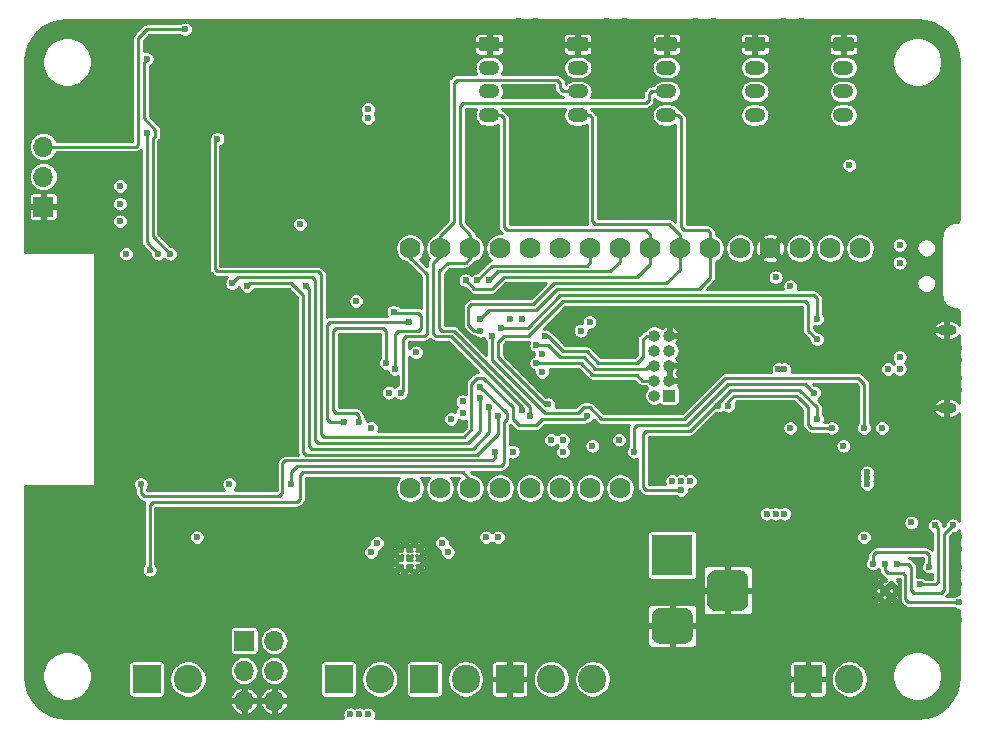
<source format=gbr>
G04 #@! TF.GenerationSoftware,KiCad,Pcbnew,5.0.2-5.fc29*
G04 #@! TF.CreationDate,2020-06-27T20:23:45+07:00*
G04 #@! TF.ProjectId,MP_SamBaseBoard_V1,4d505f53-616d-4426-9173-65426f617264,rev?*
G04 #@! TF.SameCoordinates,Original*
G04 #@! TF.FileFunction,Copper,L2,Inr*
G04 #@! TF.FilePolarity,Positive*
%FSLAX45Y45*%
G04 Gerber Fmt 4.5, Leading zero omitted, Abs format (unit mm)*
G04 Created by KiCad (PCBNEW 5.0.2-5.fc29) date Sat 27 Jun 2020 08:23:45 PM +07*
%MOMM*%
%LPD*%
G01*
G04 APERTURE LIST*
G04 #@! TA.AperFunction,ViaPad*
%ADD10C,1.778000*%
G04 #@! TD*
G04 #@! TA.AperFunction,ViaPad*
%ADD11O,1.700000X1.700000*%
G04 #@! TD*
G04 #@! TA.AperFunction,ViaPad*
%ADD12R,1.700000X1.700000*%
G04 #@! TD*
G04 #@! TA.AperFunction,ViaPad*
%ADD13O,1.750000X1.200000*%
G04 #@! TD*
G04 #@! TA.AperFunction,Conductor*
%ADD14C,0.100000*%
G04 #@! TD*
G04 #@! TA.AperFunction,ViaPad*
%ADD15C,1.200000*%
G04 #@! TD*
G04 #@! TA.AperFunction,ViaPad*
%ADD16O,1.000000X1.000000*%
G04 #@! TD*
G04 #@! TA.AperFunction,ViaPad*
%ADD17R,1.000000X1.000000*%
G04 #@! TD*
G04 #@! TA.AperFunction,ViaPad*
%ADD18C,3.500000*%
G04 #@! TD*
G04 #@! TA.AperFunction,ViaPad*
%ADD19C,3.000000*%
G04 #@! TD*
G04 #@! TA.AperFunction,ViaPad*
%ADD20R,3.500000X3.500000*%
G04 #@! TD*
G04 #@! TA.AperFunction,ViaPad*
%ADD21C,0.500000*%
G04 #@! TD*
G04 #@! TA.AperFunction,ViaPad*
%ADD22O,1.600000X0.900000*%
G04 #@! TD*
G04 #@! TA.AperFunction,ViaPad*
%ADD23C,2.400000*%
G04 #@! TD*
G04 #@! TA.AperFunction,ViaPad*
%ADD24R,2.400000X2.400000*%
G04 #@! TD*
G04 #@! TA.AperFunction,ViaPad*
%ADD25C,0.600000*%
G04 #@! TD*
G04 #@! TA.AperFunction,Conductor*
%ADD26C,0.250000*%
G04 #@! TD*
G04 APERTURE END LIST*
D10*
G04 #@! TO.N,~RESET*
G04 #@! TO.C,J3*
X19615000Y-9227000D03*
G04 #@! TO.N,+3V3*
X19361000Y-9227000D03*
G04 #@! TO.N,AREF*
X19107000Y-9227000D03*
G04 #@! TO.N,GND*
X18853000Y-9227000D03*
G04 #@! TO.N,Adf_D4*
X15805000Y-9227000D03*
G04 #@! TO.N,D1_TxD0*
X16059000Y-9227000D03*
G04 #@! TO.N,D0_RxD0*
X16313000Y-9227000D03*
G04 #@! TO.N,SPI_MISO*
X16567000Y-9227000D03*
G04 #@! TO.N,SPI_MOSI*
X16821000Y-9227000D03*
G04 #@! TO.N,SPI_SCK*
X17075000Y-9227000D03*
G04 #@! TO.N,Adf_A5*
X17329000Y-9227000D03*
G04 #@! TO.N,Adf_A4*
X17583000Y-9227000D03*
G04 #@! TO.N,Adf_A3*
X17837000Y-9227000D03*
G04 #@! TO.N,Adf_A2*
X18091000Y-9227000D03*
G04 #@! TO.N,Adf_A1_DAC1*
X18345000Y-9227000D03*
G04 #@! TO.N,Adf_A0_DAC0*
X18599000Y-9227000D03*
G04 #@! TO.N,I2C_SDA*
X15805000Y-11259000D03*
G04 #@! TO.N,I2C_SCL*
X16059000Y-11259000D03*
G04 #@! TO.N,Adf_D5*
X16313000Y-11259000D03*
G04 #@! TO.N,Adf_D6*
X16567000Y-11259000D03*
G04 #@! TO.N,Adf_D9*
X16821000Y-11259000D03*
G04 #@! TO.N,Adf_D10*
X17075000Y-11259000D03*
G04 #@! TO.N,Adf_D11*
X17329000Y-11259000D03*
G04 #@! TO.N,Adf_D12*
X17583000Y-11259000D03*
G04 #@! TD*
D11*
G04 #@! TO.N,GND*
G04 #@! TO.C,J7*
X14654000Y-13058000D03*
X14400000Y-13058000D03*
G04 #@! TO.N,+5V*
X14654000Y-12804000D03*
X14400000Y-12804000D03*
G04 #@! TO.N,Adf_D7*
X14654000Y-12550000D03*
D12*
G04 #@! TO.N,Adf_D4*
X14400000Y-12550000D03*
G04 #@! TD*
D13*
G04 #@! TO.N,Adf_A3*
G04 #@! TO.C,J8*
X16475000Y-8100000D03*
G04 #@! TO.N,N/C*
X16475000Y-7900000D03*
G04 #@! TO.N,+3V3*
X16475000Y-7700000D03*
D14*
G04 #@! TO.N,GND*
G36*
X16539950Y-7440120D02*
X16542377Y-7440480D01*
X16544757Y-7441076D01*
X16547067Y-7441903D01*
X16549285Y-7442952D01*
X16551389Y-7444213D01*
X16553360Y-7445675D01*
X16555178Y-7447322D01*
X16556825Y-7449140D01*
X16558287Y-7451111D01*
X16559548Y-7453215D01*
X16560597Y-7455433D01*
X16561423Y-7457743D01*
X16562020Y-7460123D01*
X16562380Y-7462549D01*
X16562500Y-7465000D01*
X16562500Y-7535000D01*
X16562380Y-7537450D01*
X16562020Y-7539877D01*
X16561423Y-7542257D01*
X16560597Y-7544567D01*
X16559548Y-7546785D01*
X16558287Y-7548889D01*
X16556825Y-7550860D01*
X16555178Y-7552678D01*
X16553360Y-7554325D01*
X16551389Y-7555787D01*
X16549285Y-7557048D01*
X16547067Y-7558097D01*
X16544757Y-7558923D01*
X16542377Y-7559520D01*
X16539950Y-7559880D01*
X16537500Y-7560000D01*
X16412500Y-7560000D01*
X16410049Y-7559880D01*
X16407623Y-7559520D01*
X16405243Y-7558923D01*
X16402933Y-7558097D01*
X16400715Y-7557048D01*
X16398611Y-7555787D01*
X16396640Y-7554325D01*
X16394822Y-7552678D01*
X16393175Y-7550860D01*
X16391713Y-7548889D01*
X16390452Y-7546785D01*
X16389403Y-7544567D01*
X16388576Y-7542257D01*
X16387980Y-7539877D01*
X16387620Y-7537450D01*
X16387500Y-7535000D01*
X16387500Y-7465000D01*
X16387620Y-7462549D01*
X16387980Y-7460123D01*
X16388576Y-7457743D01*
X16389403Y-7455433D01*
X16390452Y-7453215D01*
X16391713Y-7451111D01*
X16393175Y-7449140D01*
X16394822Y-7447322D01*
X16396640Y-7445675D01*
X16398611Y-7444213D01*
X16400715Y-7442952D01*
X16402933Y-7441903D01*
X16405243Y-7441076D01*
X16407623Y-7440480D01*
X16410049Y-7440120D01*
X16412500Y-7440000D01*
X16537500Y-7440000D01*
X16539950Y-7440120D01*
X16539950Y-7440120D01*
G37*
D15*
X16475000Y-7500000D03*
G04 #@! TD*
D13*
G04 #@! TO.N,Adf_A2*
G04 #@! TO.C,J9*
X17225000Y-8100000D03*
G04 #@! TO.N,D1_TxD0*
X17225000Y-7900000D03*
G04 #@! TO.N,+3V3*
X17225000Y-7700000D03*
D14*
G04 #@! TO.N,GND*
G36*
X17289951Y-7440120D02*
X17292377Y-7440480D01*
X17294757Y-7441076D01*
X17297067Y-7441903D01*
X17299285Y-7442952D01*
X17301389Y-7444213D01*
X17303360Y-7445675D01*
X17305178Y-7447322D01*
X17306825Y-7449140D01*
X17308287Y-7451111D01*
X17309548Y-7453215D01*
X17310597Y-7455433D01*
X17311424Y-7457743D01*
X17312020Y-7460123D01*
X17312380Y-7462549D01*
X17312500Y-7465000D01*
X17312500Y-7535000D01*
X17312380Y-7537450D01*
X17312020Y-7539877D01*
X17311424Y-7542257D01*
X17310597Y-7544567D01*
X17309548Y-7546785D01*
X17308287Y-7548889D01*
X17306825Y-7550860D01*
X17305178Y-7552678D01*
X17303360Y-7554325D01*
X17301389Y-7555787D01*
X17299285Y-7557048D01*
X17297067Y-7558097D01*
X17294757Y-7558923D01*
X17292377Y-7559520D01*
X17289951Y-7559880D01*
X17287500Y-7560000D01*
X17162500Y-7560000D01*
X17160050Y-7559880D01*
X17157623Y-7559520D01*
X17155243Y-7558923D01*
X17152933Y-7558097D01*
X17150715Y-7557048D01*
X17148611Y-7555787D01*
X17146640Y-7554325D01*
X17144822Y-7552678D01*
X17143175Y-7550860D01*
X17141713Y-7548889D01*
X17140452Y-7546785D01*
X17139403Y-7544567D01*
X17138577Y-7542257D01*
X17137980Y-7539877D01*
X17137620Y-7537450D01*
X17137500Y-7535000D01*
X17137500Y-7465000D01*
X17137620Y-7462549D01*
X17137980Y-7460123D01*
X17138577Y-7457743D01*
X17139403Y-7455433D01*
X17140452Y-7453215D01*
X17141713Y-7451111D01*
X17143175Y-7449140D01*
X17144822Y-7447322D01*
X17146640Y-7445675D01*
X17148611Y-7444213D01*
X17150715Y-7442952D01*
X17152933Y-7441903D01*
X17155243Y-7441076D01*
X17157623Y-7440480D01*
X17160050Y-7440120D01*
X17162500Y-7440000D01*
X17287500Y-7440000D01*
X17289951Y-7440120D01*
X17289951Y-7440120D01*
G37*
D15*
X17225000Y-7500000D03*
G04 #@! TD*
D13*
G04 #@! TO.N,Adf_A1_DAC1*
G04 #@! TO.C,J10*
X17975000Y-8100000D03*
G04 #@! TO.N,D0_RxD0*
X17975000Y-7900000D03*
G04 #@! TO.N,+3V3*
X17975000Y-7700000D03*
D14*
G04 #@! TO.N,GND*
G36*
X18039951Y-7440120D02*
X18042377Y-7440480D01*
X18044757Y-7441076D01*
X18047067Y-7441903D01*
X18049285Y-7442952D01*
X18051389Y-7444213D01*
X18053360Y-7445675D01*
X18055178Y-7447322D01*
X18056825Y-7449140D01*
X18058287Y-7451111D01*
X18059548Y-7453215D01*
X18060597Y-7455433D01*
X18061424Y-7457743D01*
X18062020Y-7460123D01*
X18062380Y-7462549D01*
X18062500Y-7465000D01*
X18062500Y-7535000D01*
X18062380Y-7537450D01*
X18062020Y-7539877D01*
X18061424Y-7542257D01*
X18060597Y-7544567D01*
X18059548Y-7546785D01*
X18058287Y-7548889D01*
X18056825Y-7550860D01*
X18055178Y-7552678D01*
X18053360Y-7554325D01*
X18051389Y-7555787D01*
X18049285Y-7557048D01*
X18047067Y-7558097D01*
X18044757Y-7558923D01*
X18042377Y-7559520D01*
X18039951Y-7559880D01*
X18037500Y-7560000D01*
X17912500Y-7560000D01*
X17910050Y-7559880D01*
X17907623Y-7559520D01*
X17905243Y-7558923D01*
X17902933Y-7558097D01*
X17900715Y-7557048D01*
X17898611Y-7555787D01*
X17896640Y-7554325D01*
X17894822Y-7552678D01*
X17893175Y-7550860D01*
X17891713Y-7548889D01*
X17890452Y-7546785D01*
X17889403Y-7544567D01*
X17888577Y-7542257D01*
X17887980Y-7539877D01*
X17887620Y-7537450D01*
X17887500Y-7535000D01*
X17887500Y-7465000D01*
X17887620Y-7462549D01*
X17887980Y-7460123D01*
X17888577Y-7457743D01*
X17889403Y-7455433D01*
X17890452Y-7453215D01*
X17891713Y-7451111D01*
X17893175Y-7449140D01*
X17894822Y-7447322D01*
X17896640Y-7445675D01*
X17898611Y-7444213D01*
X17900715Y-7442952D01*
X17902933Y-7441903D01*
X17905243Y-7441076D01*
X17907623Y-7440480D01*
X17910050Y-7440120D01*
X17912500Y-7440000D01*
X18037500Y-7440000D01*
X18039951Y-7440120D01*
X18039951Y-7440120D01*
G37*
D15*
X17975000Y-7500000D03*
G04 #@! TD*
D13*
G04 #@! TO.N,I2C_SCL*
G04 #@! TO.C,J11*
X18725000Y-8100000D03*
G04 #@! TO.N,I2C_SDA*
X18725000Y-7900000D03*
G04 #@! TO.N,+3V3*
X18725000Y-7700000D03*
D14*
G04 #@! TO.N,GND*
G36*
X18789951Y-7440120D02*
X18792377Y-7440480D01*
X18794757Y-7441076D01*
X18797067Y-7441903D01*
X18799285Y-7442952D01*
X18801389Y-7444213D01*
X18803360Y-7445675D01*
X18805178Y-7447322D01*
X18806825Y-7449140D01*
X18808287Y-7451111D01*
X18809548Y-7453215D01*
X18810597Y-7455433D01*
X18811424Y-7457743D01*
X18812020Y-7460123D01*
X18812380Y-7462549D01*
X18812500Y-7465000D01*
X18812500Y-7535000D01*
X18812380Y-7537450D01*
X18812020Y-7539877D01*
X18811424Y-7542257D01*
X18810597Y-7544567D01*
X18809548Y-7546785D01*
X18808287Y-7548889D01*
X18806825Y-7550860D01*
X18805178Y-7552678D01*
X18803360Y-7554325D01*
X18801389Y-7555787D01*
X18799285Y-7557048D01*
X18797067Y-7558097D01*
X18794757Y-7558923D01*
X18792377Y-7559520D01*
X18789951Y-7559880D01*
X18787500Y-7560000D01*
X18662500Y-7560000D01*
X18660050Y-7559880D01*
X18657623Y-7559520D01*
X18655243Y-7558923D01*
X18652933Y-7558097D01*
X18650715Y-7557048D01*
X18648611Y-7555787D01*
X18646640Y-7554325D01*
X18644822Y-7552678D01*
X18643175Y-7550860D01*
X18641713Y-7548889D01*
X18640452Y-7546785D01*
X18639403Y-7544567D01*
X18638577Y-7542257D01*
X18637980Y-7539877D01*
X18637620Y-7537450D01*
X18637500Y-7535000D01*
X18637500Y-7465000D01*
X18637620Y-7462549D01*
X18637980Y-7460123D01*
X18638577Y-7457743D01*
X18639403Y-7455433D01*
X18640452Y-7453215D01*
X18641713Y-7451111D01*
X18643175Y-7449140D01*
X18644822Y-7447322D01*
X18646640Y-7445675D01*
X18648611Y-7444213D01*
X18650715Y-7442952D01*
X18652933Y-7441903D01*
X18655243Y-7441076D01*
X18657623Y-7440480D01*
X18660050Y-7440120D01*
X18662500Y-7440000D01*
X18787500Y-7440000D01*
X18789951Y-7440120D01*
X18789951Y-7440120D01*
G37*
D15*
X18725000Y-7500000D03*
G04 #@! TD*
D13*
G04 #@! TO.N,I2C_SCL*
G04 #@! TO.C,J12*
X19475000Y-8100000D03*
G04 #@! TO.N,I2C_SDA*
X19475000Y-7900000D03*
G04 #@! TO.N,+3V3*
X19475000Y-7700000D03*
D14*
G04 #@! TO.N,GND*
G36*
X19539951Y-7440120D02*
X19542377Y-7440480D01*
X19544757Y-7441076D01*
X19547067Y-7441903D01*
X19549285Y-7442952D01*
X19551389Y-7444213D01*
X19553360Y-7445675D01*
X19555178Y-7447322D01*
X19556825Y-7449140D01*
X19558287Y-7451111D01*
X19559548Y-7453215D01*
X19560597Y-7455433D01*
X19561424Y-7457743D01*
X19562020Y-7460123D01*
X19562380Y-7462549D01*
X19562500Y-7465000D01*
X19562500Y-7535000D01*
X19562380Y-7537450D01*
X19562020Y-7539877D01*
X19561424Y-7542257D01*
X19560597Y-7544567D01*
X19559548Y-7546785D01*
X19558287Y-7548889D01*
X19556825Y-7550860D01*
X19555178Y-7552678D01*
X19553360Y-7554325D01*
X19551389Y-7555787D01*
X19549285Y-7557048D01*
X19547067Y-7558097D01*
X19544757Y-7558923D01*
X19542377Y-7559520D01*
X19539951Y-7559880D01*
X19537500Y-7560000D01*
X19412500Y-7560000D01*
X19410050Y-7559880D01*
X19407623Y-7559520D01*
X19405243Y-7558923D01*
X19402933Y-7558097D01*
X19400715Y-7557048D01*
X19398611Y-7555787D01*
X19396640Y-7554325D01*
X19394822Y-7552678D01*
X19393175Y-7550860D01*
X19391713Y-7548889D01*
X19390452Y-7546785D01*
X19389403Y-7544567D01*
X19388577Y-7542257D01*
X19387980Y-7539877D01*
X19387620Y-7537450D01*
X19387500Y-7535000D01*
X19387500Y-7465000D01*
X19387620Y-7462549D01*
X19387980Y-7460123D01*
X19388577Y-7457743D01*
X19389403Y-7455433D01*
X19390452Y-7453215D01*
X19391713Y-7451111D01*
X19393175Y-7449140D01*
X19394822Y-7447322D01*
X19396640Y-7445675D01*
X19398611Y-7444213D01*
X19400715Y-7442952D01*
X19402933Y-7441903D01*
X19405243Y-7441076D01*
X19407623Y-7440480D01*
X19410050Y-7440120D01*
X19412500Y-7440000D01*
X19537500Y-7440000D01*
X19539951Y-7440120D01*
X19539951Y-7440120D01*
G37*
D15*
X19475000Y-7500000D03*
G04 #@! TD*
D16*
G04 #@! TO.N,~RESET*
G04 #@! TO.C,J13*
X17873000Y-9967000D03*
G04 #@! TO.N,GND*
X18000000Y-9967000D03*
G04 #@! TO.N,N/C*
X17873000Y-10094000D03*
X18000000Y-10094000D03*
G04 #@! TO.N,SWO*
X17873000Y-10221000D03*
G04 #@! TO.N,GND*
X18000000Y-10221000D03*
G04 #@! TO.N,SWCLK*
X17873000Y-10348000D03*
G04 #@! TO.N,GND*
X18000000Y-10348000D03*
G04 #@! TO.N,SWDIO*
X17873000Y-10475000D03*
D17*
G04 #@! TO.N,+3V3*
X18000000Y-10475000D03*
G04 #@! TD*
D11*
G04 #@! TO.N,WS2812_EXT*
G04 #@! TO.C,J14*
X12700000Y-8367000D03*
G04 #@! TO.N,Net-(F3-Pad2)*
X12700000Y-8621000D03*
D12*
G04 #@! TO.N,GND*
X12700000Y-8875000D03*
G04 #@! TD*
D14*
G04 #@! TO.N,GND*
G04 #@! TO.C,J15*
G36*
X18591077Y-11950421D02*
X18599570Y-11951681D01*
X18607900Y-11953768D01*
X18615985Y-11956660D01*
X18623747Y-11960332D01*
X18631112Y-11964746D01*
X18638009Y-11969862D01*
X18644372Y-11975628D01*
X18650138Y-11981991D01*
X18655254Y-11988888D01*
X18659668Y-11996253D01*
X18663340Y-12004015D01*
X18666232Y-12012100D01*
X18668319Y-12020430D01*
X18669579Y-12028923D01*
X18670000Y-12037500D01*
X18670000Y-12212500D01*
X18669579Y-12221076D01*
X18668319Y-12229570D01*
X18666232Y-12237900D01*
X18663340Y-12245985D01*
X18659668Y-12253747D01*
X18655254Y-12261112D01*
X18650138Y-12268009D01*
X18644372Y-12274372D01*
X18638009Y-12280138D01*
X18631112Y-12285254D01*
X18623747Y-12289668D01*
X18615985Y-12293339D01*
X18607900Y-12296232D01*
X18599570Y-12298319D01*
X18591077Y-12299579D01*
X18582500Y-12300000D01*
X18407500Y-12300000D01*
X18398924Y-12299579D01*
X18390430Y-12298319D01*
X18382100Y-12296232D01*
X18374015Y-12293339D01*
X18366253Y-12289668D01*
X18358888Y-12285254D01*
X18351991Y-12280138D01*
X18345628Y-12274372D01*
X18339862Y-12268009D01*
X18334746Y-12261112D01*
X18330332Y-12253747D01*
X18326661Y-12245985D01*
X18323768Y-12237900D01*
X18321681Y-12229570D01*
X18320421Y-12221076D01*
X18320000Y-12212500D01*
X18320000Y-12037500D01*
X18320421Y-12028923D01*
X18321681Y-12020430D01*
X18323768Y-12012100D01*
X18326661Y-12004015D01*
X18330332Y-11996253D01*
X18334746Y-11988888D01*
X18339862Y-11981991D01*
X18345628Y-11975628D01*
X18351991Y-11969862D01*
X18358888Y-11964746D01*
X18366253Y-11960332D01*
X18374015Y-11956660D01*
X18382100Y-11953768D01*
X18390430Y-11951681D01*
X18398924Y-11950421D01*
X18407500Y-11950000D01*
X18582500Y-11950000D01*
X18591077Y-11950421D01*
X18591077Y-11950421D01*
G37*
D18*
X18495000Y-12125000D03*
D14*
G36*
X18132351Y-12275361D02*
X18139632Y-12276441D01*
X18146771Y-12278229D01*
X18153701Y-12280709D01*
X18160355Y-12283856D01*
X18166668Y-12287640D01*
X18172580Y-12292024D01*
X18178033Y-12296967D01*
X18182976Y-12302420D01*
X18187360Y-12308332D01*
X18191144Y-12314645D01*
X18194291Y-12321299D01*
X18196771Y-12328229D01*
X18198559Y-12335368D01*
X18199639Y-12342649D01*
X18200000Y-12350000D01*
X18200000Y-12500000D01*
X18199639Y-12507351D01*
X18198559Y-12514632D01*
X18196771Y-12521771D01*
X18194291Y-12528701D01*
X18191144Y-12535355D01*
X18187360Y-12541668D01*
X18182976Y-12547579D01*
X18178033Y-12553033D01*
X18172580Y-12557976D01*
X18166668Y-12562360D01*
X18160355Y-12566144D01*
X18153701Y-12569291D01*
X18146771Y-12571770D01*
X18139632Y-12573559D01*
X18132351Y-12574639D01*
X18125000Y-12575000D01*
X17925000Y-12575000D01*
X17917649Y-12574639D01*
X17910368Y-12573559D01*
X17903229Y-12571770D01*
X17896299Y-12569291D01*
X17889645Y-12566144D01*
X17883332Y-12562360D01*
X17877421Y-12557976D01*
X17871967Y-12553033D01*
X17867024Y-12547579D01*
X17862640Y-12541668D01*
X17858856Y-12535355D01*
X17855709Y-12528701D01*
X17853230Y-12521771D01*
X17851441Y-12514632D01*
X17850361Y-12507351D01*
X17850000Y-12500000D01*
X17850000Y-12350000D01*
X17850361Y-12342649D01*
X17851441Y-12335368D01*
X17853230Y-12328229D01*
X17855709Y-12321299D01*
X17858856Y-12314645D01*
X17862640Y-12308332D01*
X17867024Y-12302420D01*
X17871967Y-12296967D01*
X17877421Y-12292024D01*
X17883332Y-12287640D01*
X17889645Y-12283856D01*
X17896299Y-12280709D01*
X17903229Y-12278229D01*
X17910368Y-12276441D01*
X17917649Y-12275361D01*
X17925000Y-12275000D01*
X18125000Y-12275000D01*
X18132351Y-12275361D01*
X18132351Y-12275361D01*
G37*
D19*
X18025000Y-12425000D03*
D20*
G04 #@! TO.N,VIN_RAW*
X18025000Y-11825000D03*
G04 #@! TD*
D21*
G04 #@! TO.N,GND*
G04 #@! TO.C,U7*
X15879358Y-11769358D03*
X15879358Y-11849358D03*
X15879358Y-11929358D03*
X15799358Y-11769358D03*
X15799358Y-11849358D03*
X15799358Y-11929358D03*
X15719358Y-11769358D03*
X15719358Y-11849358D03*
X15719358Y-11929358D03*
G04 #@! TD*
D22*
G04 #@! TO.N,GND*
G04 #@! TO.C,J16*
X20350000Y-10580000D03*
X20350000Y-9920000D03*
G04 #@! TD*
D23*
G04 #@! TO.N,+BATT*
G04 #@! TO.C,J17*
X19525000Y-12875000D03*
D24*
G04 #@! TO.N,GND*
X19175000Y-12875000D03*
G04 #@! TD*
D23*
G04 #@! TO.N,Net-(J5-Pad2)*
G04 #@! TO.C,J5*
X13925000Y-12875000D03*
D24*
G04 #@! TO.N,Net-(J5-Pad1)*
X13575000Y-12875000D03*
G04 #@! TD*
D21*
G04 #@! TO.N,GND*
G04 #@! TO.C,U6*
X19880000Y-12070000D03*
X19880000Y-12180000D03*
X19770000Y-12070000D03*
X19770000Y-12180000D03*
G04 #@! TD*
D23*
G04 #@! TO.N,Net-(C24-Pad1)*
G04 #@! TO.C,J1*
X15550000Y-12875000D03*
D24*
G04 #@! TO.N,Net-(C24-Pad2)*
X15200000Y-12875000D03*
G04 #@! TD*
D23*
G04 #@! TO.N,Net-(C25-Pad1)*
G04 #@! TO.C,J2*
X16275000Y-12875000D03*
D24*
G04 #@! TO.N,Net-(C25-Pad2)*
X15925000Y-12875000D03*
G04 #@! TD*
D23*
G04 #@! TO.N,Net-(J4-Pad2)*
G04 #@! TO.C,J4*
X17000000Y-12875000D03*
G04 #@! TO.N,Net-(F2-Pad2)*
X17350000Y-12875000D03*
D24*
G04 #@! TO.N,GND*
X16650000Y-12875000D03*
G04 #@! TD*
D25*
G04 #@! TO.N,GND*
X14025000Y-10350000D03*
X13825000Y-10550000D03*
X14225000Y-10550000D03*
X14225000Y-10150000D03*
X13825000Y-10150000D03*
X17000000Y-10375000D03*
X17550000Y-10525000D03*
X20450000Y-10325000D03*
X20450000Y-10425000D03*
X20450000Y-10175000D03*
X20450000Y-10075000D03*
X15225000Y-11350000D03*
X15350000Y-11350000D03*
X15575000Y-12050000D03*
X16025000Y-12050000D03*
X17675000Y-10600000D03*
X16125000Y-10175000D03*
X12775000Y-11650000D03*
X12775000Y-11450000D03*
X12775000Y-11550000D03*
X17625000Y-7300000D03*
X17625000Y-7400000D03*
X18375000Y-7400000D03*
X18375000Y-7300000D03*
X19125000Y-7300000D03*
X19125000Y-7400000D03*
X16875000Y-7400000D03*
X16875000Y-7300000D03*
X16625000Y-9550000D03*
X16700000Y-9550000D03*
X16125000Y-10325000D03*
X16250000Y-10250000D03*
X17700000Y-10100000D03*
X17700000Y-10000000D03*
X13275000Y-9275000D03*
X13275000Y-9525000D03*
X13275000Y-10975000D03*
X13275000Y-11225000D03*
X17475000Y-7300000D03*
X17475000Y-7400000D03*
X16725000Y-7400000D03*
X16725000Y-7300000D03*
X18225000Y-7300000D03*
X18225000Y-7400000D03*
X18975000Y-7400000D03*
X18975000Y-7300000D03*
X18250000Y-7875000D03*
X18350000Y-7875000D03*
X17600000Y-7875000D03*
X17500000Y-7875000D03*
X16850000Y-7875000D03*
X16750000Y-7875000D03*
X15875000Y-9500000D03*
X15775000Y-9500000D03*
X16150000Y-9500000D03*
X15275000Y-10150000D03*
X15275000Y-10050000D03*
X15275000Y-10250000D03*
X15575000Y-9500000D03*
X15675000Y-9500000D03*
X15375000Y-10150000D03*
X15375000Y-10250000D03*
X15100000Y-11350000D03*
X15475000Y-11350000D03*
X15920000Y-10725000D03*
X15985000Y-10725000D03*
X17100000Y-10750000D03*
X17200000Y-10750000D03*
X15375000Y-11725000D03*
X15225000Y-11725000D03*
X19550000Y-12150000D03*
X20050000Y-12300000D03*
X20125000Y-12300000D03*
X20125000Y-11975000D03*
X15575000Y-12125000D03*
X15650000Y-12125000D03*
X16025000Y-12125000D03*
X15950000Y-12125000D03*
X20450000Y-11925000D03*
X20450000Y-12075000D03*
X20450000Y-12375000D03*
X20450000Y-11675000D03*
X20450000Y-11775000D03*
X19650000Y-11525000D03*
X19550000Y-11425000D03*
X19750000Y-11425000D03*
X19950000Y-9875000D03*
X19950000Y-9950000D03*
X19950000Y-10025000D03*
X19950000Y-10550000D03*
X19950000Y-10475000D03*
X20125000Y-11875000D03*
X16925000Y-11725000D03*
X17000000Y-11725000D03*
X17075000Y-11725000D03*
X19350000Y-12575000D03*
X19525000Y-12575000D03*
X19175000Y-12575000D03*
X19950000Y-10625000D03*
X19750000Y-11525000D03*
X19650000Y-11425000D03*
X19550000Y-11525000D03*
X18550000Y-10800000D03*
X18550000Y-10850000D03*
X19400000Y-10975000D03*
X19975000Y-11075000D03*
X19975000Y-11175000D03*
X19975000Y-11275000D03*
X18550000Y-11200000D03*
X18750000Y-11200000D03*
X18650000Y-11200000D03*
X18850000Y-11200000D03*
X18550000Y-11000000D03*
X18550000Y-11100000D03*
X17875000Y-10875000D03*
X18075000Y-10875000D03*
X17975000Y-10875000D03*
X18175000Y-10875000D03*
X18275000Y-10875000D03*
X19225000Y-11550000D03*
X19225000Y-11400000D03*
X18590000Y-10560000D03*
X18680000Y-10560000D03*
X18860000Y-10560000D03*
X18770000Y-10560000D03*
X18950000Y-12200000D03*
X19075000Y-12200000D03*
X19225000Y-11900000D03*
X19225000Y-12050000D03*
X19200000Y-10250000D03*
X19275000Y-10250000D03*
X19350000Y-10250000D03*
X18550000Y-11775000D03*
X18650000Y-11775000D03*
X18650000Y-11875000D03*
X18550000Y-11875000D03*
X18550000Y-11300000D03*
X18550000Y-11400000D03*
X18550000Y-11500000D03*
X19750000Y-10350000D03*
X19675000Y-10275000D03*
X19950000Y-9525000D03*
X19950000Y-9675000D03*
X19875000Y-9525000D03*
X19875000Y-9675000D03*
X20225000Y-8025000D03*
X19925000Y-8075000D03*
X20025000Y-8075000D03*
X20075000Y-8625000D03*
X20275000Y-8625000D03*
X20175000Y-8625000D03*
X20400000Y-8975000D03*
X20400000Y-9775000D03*
X20300000Y-8425000D03*
X20250000Y-8425000D03*
X15100000Y-11225000D03*
X15225000Y-11225000D03*
X15475000Y-11225000D03*
X15350000Y-11225000D03*
X15600000Y-11225000D03*
X15600000Y-11350000D03*
X14975000Y-11350000D03*
X14975000Y-11225000D03*
X16425000Y-10075000D03*
X16350000Y-10000000D03*
X13600000Y-12300000D03*
X14100000Y-12175000D03*
X13925000Y-12175000D03*
X13750000Y-7525000D03*
X13750000Y-7725000D03*
X13750000Y-8150000D03*
X13750000Y-8350000D03*
X14350000Y-8400000D03*
X14350000Y-7775000D03*
X13900000Y-8500000D03*
X13900000Y-7875000D03*
X16150000Y-9825000D03*
X16440000Y-9330000D03*
X17150000Y-9775000D03*
X18875000Y-9775000D03*
X16375000Y-8275000D03*
X16475000Y-8275000D03*
X17125000Y-8275000D03*
X17225000Y-8275000D03*
X17875000Y-8275000D03*
X17975000Y-8275000D03*
X18625000Y-8275000D03*
X18725000Y-8275000D03*
X14975000Y-8825000D03*
X15125000Y-8825000D03*
X15275000Y-8825000D03*
X15425000Y-8825000D03*
X14975000Y-8900000D03*
X15125000Y-8900000D03*
X15775000Y-8825000D03*
X15925000Y-8825000D03*
X15205000Y-8125000D03*
X15205000Y-8050000D03*
X15205000Y-8425000D03*
X15205000Y-8500000D03*
X15275000Y-9000000D03*
X15425000Y-9000000D03*
G04 #@! TO.N,+3V3*
X17000000Y-10850000D03*
X15350000Y-9675000D03*
X15855000Y-10110000D03*
X15475000Y-10750000D03*
X16150000Y-10675000D03*
X16925000Y-10275000D03*
X17575000Y-10850000D03*
X19675000Y-11125000D03*
X19675000Y-11225000D03*
X19675000Y-11175000D03*
X15300000Y-13175000D03*
X19800000Y-10750000D03*
X20050000Y-11550000D03*
X15375000Y-13175000D03*
X15450000Y-13175000D03*
X19525000Y-8525000D03*
X16650000Y-9825000D03*
G04 #@! TO.N,+5V*
X19025000Y-10750000D03*
X18975000Y-11475000D03*
X18900000Y-11475000D03*
X18825000Y-11475000D03*
X18975000Y-10250000D03*
X18925000Y-10250000D03*
X13350000Y-8850000D03*
X13350000Y-8700000D03*
X13350000Y-9000000D03*
G04 #@! TO.N,VIN*
X16550000Y-11675000D03*
X16450000Y-11675000D03*
X18025000Y-11200000D03*
X18100000Y-11200000D03*
X18175000Y-11200000D03*
X18500000Y-10560000D03*
X19375000Y-10750000D03*
G04 #@! TO.N,CHG_OUT*
X19825000Y-11900000D03*
X20450000Y-12225000D03*
X19950000Y-9200000D03*
G04 #@! TO.N,WS2812_INT*
X17300000Y-10650000D03*
X14175000Y-8300000D03*
G04 #@! TO.N,WS2812_EXT*
X13900000Y-7375000D03*
G04 #@! TO.N,Adf_D12*
X16075000Y-11725000D03*
G04 #@! TO.N,Adf_D11*
X15525000Y-11725000D03*
G04 #@! TO.N,Adf_D10*
X15475000Y-11800000D03*
G04 #@! TO.N,Adf_D9*
X16675000Y-10950000D03*
X16125000Y-11800000D03*
G04 #@! TO.N,Adf_D5*
X13600000Y-11950000D03*
G04 #@! TO.N,I2C_SCL*
X17325000Y-9850000D03*
X19025000Y-9550000D03*
X15450000Y-8125000D03*
G04 #@! TO.N,I2C_SDA*
X17250000Y-9925000D03*
X18900000Y-9475000D03*
X15450000Y-8050000D03*
G04 #@! TO.N,Adf_A0_DAC0*
X16750000Y-9825000D03*
X14000000Y-11675000D03*
G04 #@! TO.N,Adf_A1_DAC1*
X16400000Y-9825000D03*
G04 #@! TO.N,Adf_A2*
X16400000Y-9925000D03*
G04 #@! TO.N,Adf_A3*
X16275000Y-9500000D03*
G04 #@! TO.N,Adf_A4*
X16475000Y-9500000D03*
X14875000Y-9025000D03*
G04 #@! TO.N,Adf_A5*
X16375000Y-9500000D03*
G04 #@! TO.N,SPI_SCK*
X14300000Y-9525000D03*
X16400000Y-10500000D03*
G04 #@! TO.N,SPI_MOSI*
X14800000Y-11225000D03*
X16400000Y-10400000D03*
G04 #@! TO.N,SPI_MISO*
X13400000Y-9275000D03*
X16250000Y-10525000D03*
G04 #@! TO.N,D0_RxD0*
X16825000Y-10650000D03*
X13675000Y-9275000D03*
X13575000Y-8250000D03*
G04 #@! TO.N,D1_TxD0*
X16750000Y-10600000D03*
X13775000Y-9275000D03*
X13575000Y-7625000D03*
G04 #@! TO.N,Adf_D4*
X15725000Y-10450000D03*
G04 #@! TO.N,~RESET*
X16950000Y-9975000D03*
G04 #@! TO.N,Adf_D7*
X15625000Y-10450000D03*
G04 #@! TO.N,SWDIO*
X16925000Y-10125000D03*
G04 #@! TO.N,SWCLK*
X16875000Y-10200000D03*
G04 #@! TO.N,SWO*
X16875000Y-10050000D03*
G04 #@! TO.N,Net-(Q1-Pad1)*
X17700000Y-10950000D03*
X19225000Y-10450000D03*
G04 #@! TO.N,USB_PWR_SEL*
X19650000Y-10750000D03*
X16500000Y-9975000D03*
G04 #@! TO.N,QSPI_CS*
X15665500Y-9764500D03*
X15675000Y-10250000D03*
G04 #@! TO.N,3v3_EN*
X19950000Y-9350000D03*
X19650000Y-11675000D03*
G04 #@! TO.N,SAM_TxLED*
X16975000Y-10550000D03*
X19250000Y-10000000D03*
G04 #@! TO.N,SAM_RxLED*
X19250000Y-9825000D03*
X16575000Y-9900000D03*
G04 #@! TO.N,QSPI_IO0*
X15800000Y-9850000D03*
X15250000Y-10700000D03*
G04 #@! TO.N,QSPI_SCK*
X15375000Y-10700000D03*
X15600000Y-10200000D03*
G04 #@! TO.N,USB_DM*
X17100000Y-10950000D03*
X19850000Y-10250000D03*
G04 #@! TO.N,USB_DP*
X19950000Y-10250000D03*
X17100000Y-10850000D03*
G04 #@! TO.N,USB_ID*
X19950000Y-10150000D03*
X19475000Y-10900000D03*
X17350000Y-10900000D03*
G04 #@! TO.N,ILIM*
X19725000Y-11900000D03*
X20200000Y-11925000D03*
G04 #@! TO.N,~PGOOD*
X20250000Y-11575000D03*
X20125000Y-12075000D03*
G04 #@! TO.N,~CHG*
X19925000Y-11900000D03*
X20400000Y-11575000D03*
G04 #@! TO.N,ESP_CS-D8*
X16550000Y-10650000D03*
X14425000Y-9550000D03*
G04 #@! TO.N,ESP_IO0-D3*
X16475000Y-10575000D03*
X14925000Y-9550000D03*
G04 #@! TO.N,ESP_BUSY-D13*
X16250000Y-10625000D03*
X14275000Y-11225000D03*
G04 #@! TO.N,ESP_RESET-D2*
X13525000Y-11225000D03*
X16525000Y-10950000D03*
G04 #@! TO.N,Net-(Q3-Pad3)*
X18100000Y-11275000D03*
X19250000Y-10675000D03*
X18410000Y-10560000D03*
G04 #@! TD*
D26*
G04 #@! TO.N,VIN*
X19075000Y-10475000D02*
X19100000Y-10500000D01*
X18550000Y-10475000D02*
X19075000Y-10475000D01*
X18500000Y-10560000D02*
X18500000Y-10525000D01*
X18500000Y-10525000D02*
X18550000Y-10475000D01*
X19100000Y-10500000D02*
X19175000Y-10575000D01*
X19175000Y-10575000D02*
X19175000Y-10725000D01*
X19175000Y-10725000D02*
X19200000Y-10750000D01*
X19200000Y-10750000D02*
X19375000Y-10750000D01*
G04 #@! TO.N,CHG_OUT*
X20025000Y-12225000D02*
X20450000Y-12225000D01*
X20000000Y-12200000D02*
X20025000Y-12225000D01*
X19825000Y-11956250D02*
X19850000Y-11981250D01*
X19825000Y-11900000D02*
X19825000Y-11956250D01*
X19850000Y-11981250D02*
X19981250Y-11981250D01*
X19981250Y-11981250D02*
X20000000Y-12000000D01*
X20000000Y-12000000D02*
X20000000Y-12200000D01*
G04 #@! TO.N,WS2812_INT*
X17275000Y-10675000D02*
X17300000Y-10650000D01*
X16725000Y-10725000D02*
X16875000Y-10725000D01*
X16675000Y-10675000D02*
X16725000Y-10725000D01*
X16875000Y-10725000D02*
X16925000Y-10675000D01*
X16375000Y-10325000D02*
X16425000Y-10325000D01*
X16675000Y-10575000D02*
X16675000Y-10675000D01*
X14150000Y-9400000D02*
X14175000Y-9425000D01*
X16425000Y-10325000D02*
X16675000Y-10575000D01*
X14175000Y-8300000D02*
X14150000Y-8325000D01*
X15075000Y-10825000D02*
X16262500Y-10825000D01*
X16925000Y-10675000D02*
X17275000Y-10675000D01*
X14175000Y-9425000D02*
X15025000Y-9425000D01*
X16325000Y-10762500D02*
X16325000Y-10375000D01*
X14150000Y-8325000D02*
X14150000Y-9400000D01*
X15050000Y-9450000D02*
X15050000Y-10800000D01*
X15050000Y-10800000D02*
X15075000Y-10825000D01*
X15025000Y-9425000D02*
X15050000Y-9450000D01*
X16262500Y-10825000D02*
X16325000Y-10762500D01*
X16325000Y-10375000D02*
X16375000Y-10325000D01*
G04 #@! TO.N,WS2812_EXT*
X12700000Y-8367000D02*
X13483000Y-8367000D01*
X13483000Y-8367000D02*
X13500000Y-8350000D01*
X13500000Y-8350000D02*
X13500000Y-7450000D01*
X13500000Y-7450000D02*
X13575000Y-7375000D01*
X13575000Y-7375000D02*
X13900000Y-7375000D01*
G04 #@! TO.N,Adf_D5*
X16313000Y-11188000D02*
X16313000Y-11259000D01*
X16250000Y-11125000D02*
X16313000Y-11188000D01*
X14900000Y-11125000D02*
X16250000Y-11125000D01*
X14875000Y-11150000D02*
X14900000Y-11125000D01*
X14875000Y-11350000D02*
X14875000Y-11150000D01*
X13600000Y-11950000D02*
X13600000Y-11400000D01*
X13625000Y-11375000D02*
X14850000Y-11375000D01*
X13600000Y-11400000D02*
X13625000Y-11375000D01*
X14850000Y-11375000D02*
X14875000Y-11350000D01*
G04 #@! TO.N,Adf_A1_DAC1*
X16475000Y-9750000D02*
X16400000Y-9825000D01*
X18345000Y-9480000D02*
X18250000Y-9575000D01*
X18345000Y-9227000D02*
X18345000Y-9480000D01*
X18250000Y-9575000D02*
X17050000Y-9575000D01*
X17050000Y-9575000D02*
X16875000Y-9750000D01*
X16875000Y-9750000D02*
X16475000Y-9750000D01*
X17975000Y-8100000D02*
X18075000Y-8100000D01*
X18075000Y-8100000D02*
X18100000Y-8125000D01*
X18100000Y-8125000D02*
X18100000Y-9050000D01*
X18100000Y-9050000D02*
X18125000Y-9075000D01*
X18125000Y-9075000D02*
X18325000Y-9075000D01*
X18345000Y-9095000D02*
X18325000Y-9075000D01*
X18345000Y-9227000D02*
X18345000Y-9095000D01*
G04 #@! TO.N,Adf_A2*
X18091000Y-9409000D02*
X18091000Y-9227000D01*
X17025000Y-9525000D02*
X17975000Y-9525000D01*
X16350000Y-9925000D02*
X16300000Y-9875000D01*
X17975000Y-9525000D02*
X18091000Y-9409000D01*
X16400000Y-9925000D02*
X16350000Y-9925000D01*
X16300000Y-9875000D02*
X16300000Y-9725000D01*
X16850000Y-9700000D02*
X17025000Y-9525000D01*
X16300000Y-9725000D02*
X16325000Y-9700000D01*
X16325000Y-9700000D02*
X16850000Y-9700000D01*
X17225000Y-8100000D02*
X17325000Y-8100000D01*
X17325000Y-8100000D02*
X17350000Y-8125000D01*
X17350000Y-8125000D02*
X17350000Y-9000000D01*
X17350000Y-9000000D02*
X17375000Y-9025000D01*
X18091000Y-9227000D02*
X18091000Y-9116000D01*
X18091000Y-9116000D02*
X18000000Y-9025000D01*
X17375000Y-9025000D02*
X18000000Y-9025000D01*
G04 #@! TO.N,Adf_A3*
X16350000Y-9575000D02*
X16275000Y-9500000D01*
X17837000Y-9363000D02*
X17725000Y-9475000D01*
X17725000Y-9475000D02*
X16600000Y-9475000D01*
X17837000Y-9227000D02*
X17837000Y-9363000D01*
X16500000Y-9575000D02*
X16350000Y-9575000D01*
X16600000Y-9475000D02*
X16500000Y-9575000D01*
X17837000Y-9112000D02*
X17800000Y-9075000D01*
X17837000Y-9227000D02*
X17837000Y-9112000D01*
X16475000Y-8100000D02*
X16575000Y-8100000D01*
X16575000Y-8100000D02*
X16600000Y-8125000D01*
X16600000Y-8125000D02*
X16600000Y-9050000D01*
X16600000Y-9050000D02*
X16625000Y-9075000D01*
X16625000Y-9075000D02*
X17800000Y-9075000D01*
G04 #@! TO.N,Adf_A4*
X16550000Y-9425000D02*
X16475000Y-9500000D01*
X17500000Y-9425000D02*
X16550000Y-9425000D01*
X17583000Y-9227000D02*
X17583000Y-9342000D01*
X17583000Y-9342000D02*
X17500000Y-9425000D01*
G04 #@! TO.N,Adf_A5*
X17329000Y-9346000D02*
X17329000Y-9227000D01*
X17300000Y-9375000D02*
X17329000Y-9346000D01*
X16375000Y-9500000D02*
X16500000Y-9375000D01*
X16500000Y-9375000D02*
X17300000Y-9375000D01*
G04 #@! TO.N,SPI_SCK*
X15000000Y-9500000D02*
X14975000Y-9475000D01*
X16300000Y-10875000D02*
X15025000Y-10875000D01*
X16400000Y-10500000D02*
X16400000Y-10775000D01*
X15025000Y-10875000D02*
X15000000Y-10850000D01*
X16400000Y-10775000D02*
X16300000Y-10875000D01*
X15000000Y-10850000D02*
X15000000Y-9500000D01*
X14975000Y-9475000D02*
X14350000Y-9475000D01*
X14350000Y-9475000D02*
X14300000Y-9525000D01*
G04 #@! TO.N,SPI_MOSI*
X14800000Y-11225000D02*
X14800000Y-11125000D01*
X14800000Y-11125000D02*
X14850000Y-11075000D01*
X16575000Y-11075000D02*
X16600000Y-11050000D01*
X14850000Y-11075000D02*
X16575000Y-11075000D01*
X16600000Y-11050000D02*
X16600000Y-10700000D01*
X16600000Y-10700000D02*
X16625000Y-10675000D01*
X16625000Y-10675000D02*
X16625000Y-10625000D01*
X16625000Y-10625000D02*
X16400000Y-10400000D01*
G04 #@! TO.N,D0_RxD0*
X13575000Y-9175000D02*
X13575000Y-8250000D01*
X13675000Y-9275000D02*
X13575000Y-9175000D01*
X16175000Y-9925000D02*
X16825000Y-10575000D01*
X16050000Y-9900000D02*
X16075000Y-9925000D01*
X16313000Y-9227000D02*
X16313000Y-9312000D01*
X16275000Y-9350000D02*
X16125000Y-9350000D01*
X16825000Y-10575000D02*
X16825000Y-10650000D01*
X16075000Y-9925000D02*
X16175000Y-9925000D01*
X16125000Y-9350000D02*
X16050000Y-9425000D01*
X16313000Y-9312000D02*
X16275000Y-9350000D01*
X16050000Y-9425000D02*
X16050000Y-9900000D01*
X17850000Y-7900000D02*
X17975000Y-7900000D01*
X17825000Y-7925000D02*
X17850000Y-7900000D01*
X17800000Y-8000000D02*
X17825000Y-7975000D01*
X16313000Y-9113000D02*
X16225000Y-9025000D01*
X17825000Y-7975000D02*
X17825000Y-7925000D01*
X16313000Y-9227000D02*
X16313000Y-9113000D01*
X16225000Y-9025000D02*
X16225000Y-8025000D01*
X16225000Y-8025000D02*
X16250000Y-8000000D01*
X16250000Y-8000000D02*
X17800000Y-8000000D01*
G04 #@! TO.N,D1_TxD0*
X13550000Y-8125000D02*
X13550000Y-7650000D01*
X13625000Y-9125000D02*
X13625000Y-8300000D01*
X13625000Y-8300000D02*
X13650000Y-8275000D01*
X13775000Y-9275000D02*
X13625000Y-9125000D01*
X13650000Y-8275000D02*
X13650000Y-8225000D01*
X13550000Y-7650000D02*
X13575000Y-7625000D01*
X13650000Y-8225000D02*
X13550000Y-8125000D01*
X16750000Y-10575000D02*
X16750000Y-10600000D01*
X16150000Y-9975000D02*
X16750000Y-10575000D01*
X16059000Y-9227000D02*
X16059000Y-9291000D01*
X16000000Y-9950000D02*
X16025000Y-9975000D01*
X16059000Y-9291000D02*
X16000000Y-9350000D01*
X16025000Y-9975000D02*
X16150000Y-9975000D01*
X16000000Y-9350000D02*
X16000000Y-9950000D01*
X17100000Y-7900000D02*
X17225000Y-7900000D01*
X17075000Y-7875000D02*
X17100000Y-7900000D01*
X17050000Y-7800000D02*
X17075000Y-7825000D01*
X16059000Y-9125000D02*
X16175000Y-9009000D01*
X16059000Y-9227000D02*
X16059000Y-9125000D01*
X17075000Y-7825000D02*
X17075000Y-7875000D01*
X16175000Y-7825000D02*
X16200000Y-7800000D01*
X16175000Y-9009000D02*
X16175000Y-7825000D01*
X16200000Y-7800000D02*
X17050000Y-7800000D01*
G04 #@! TO.N,Adf_D4*
X15950000Y-9450000D02*
X15800000Y-9300000D01*
X15775000Y-9975000D02*
X15925000Y-9975000D01*
X15750000Y-10425000D02*
X15750000Y-10000000D01*
X15725000Y-10450000D02*
X15750000Y-10425000D01*
X15925000Y-9975000D02*
X15950000Y-9950000D01*
X15750000Y-10000000D02*
X15775000Y-9975000D01*
X15950000Y-9950000D02*
X15950000Y-9450000D01*
X15800000Y-9300000D02*
X15800000Y-9225000D01*
G04 #@! TO.N,~RESET*
X17100000Y-10100000D02*
X16975000Y-9975000D01*
X17300000Y-10100000D02*
X17100000Y-10100000D01*
X17873000Y-9967000D02*
X17808000Y-9967000D01*
X16975000Y-9975000D02*
X16950000Y-9975000D01*
X17775000Y-10150000D02*
X17725000Y-10200000D01*
X17808000Y-9967000D02*
X17775000Y-10000000D01*
X17775000Y-10000000D02*
X17775000Y-10150000D01*
X17400000Y-10200000D02*
X17300000Y-10100000D01*
X17725000Y-10200000D02*
X17400000Y-10200000D01*
G04 #@! TO.N,SWCLK*
X17250000Y-10200000D02*
X16875000Y-10200000D01*
X17350000Y-10300000D02*
X17250000Y-10200000D01*
X17725000Y-10300000D02*
X17350000Y-10300000D01*
X17873000Y-10348000D02*
X17773000Y-10348000D01*
X17773000Y-10348000D02*
X17725000Y-10300000D01*
G04 #@! TO.N,SWO*
X17375000Y-10250000D02*
X17800000Y-10250000D01*
X17275000Y-10150000D02*
X17375000Y-10250000D01*
X17075000Y-10150000D02*
X17275000Y-10150000D01*
X16875000Y-10050000D02*
X16975000Y-10050000D01*
X16975000Y-10050000D02*
X17075000Y-10150000D01*
X17829000Y-10221000D02*
X17800000Y-10250000D01*
X17873000Y-10221000D02*
X17829000Y-10221000D01*
G04 #@! TO.N,Net-(Q1-Pad1)*
X17700000Y-10750000D02*
X17700000Y-10950000D01*
X17725000Y-10725000D02*
X17700000Y-10750000D01*
X19225000Y-10450000D02*
X19150000Y-10375000D01*
X18500000Y-10375000D02*
X18150000Y-10725000D01*
X19150000Y-10375000D02*
X18500000Y-10375000D01*
X18150000Y-10725000D02*
X17725000Y-10725000D01*
G04 #@! TO.N,USB_PWR_SEL*
X19600000Y-10325000D02*
X19650000Y-10375000D01*
X18475000Y-10325000D02*
X19600000Y-10325000D01*
X16500000Y-9975000D02*
X16500000Y-10175000D01*
X18125000Y-10675000D02*
X18475000Y-10325000D01*
X16500000Y-10175000D02*
X16950000Y-10625000D01*
X17275000Y-10575000D02*
X17325000Y-10575000D01*
X16950000Y-10625000D02*
X17225000Y-10625000D01*
X19650000Y-10375000D02*
X19650000Y-10750000D01*
X17225000Y-10625000D02*
X17275000Y-10575000D01*
X17325000Y-10575000D02*
X17425000Y-10675000D01*
X17425000Y-10675000D02*
X18125000Y-10675000D01*
G04 #@! TO.N,QSPI_CS*
X15675000Y-9950000D02*
X15700000Y-9925000D01*
X15900000Y-9900000D02*
X15900000Y-9800000D01*
X15675000Y-10250000D02*
X15675000Y-9950000D01*
X15700000Y-9925000D02*
X15875000Y-9925000D01*
X15875000Y-9925000D02*
X15900000Y-9900000D01*
X15900000Y-9800000D02*
X15875000Y-9775000D01*
X15875000Y-9775000D02*
X15675000Y-9775000D01*
X15675000Y-9774000D02*
X15665500Y-9764500D01*
X15675000Y-9775000D02*
X15675000Y-9774000D01*
G04 #@! TO.N,SAM_TxLED*
X19175000Y-9925000D02*
X19250000Y-10000000D01*
X19175000Y-9700000D02*
X19175000Y-9925000D01*
X19150000Y-9675000D02*
X19175000Y-9700000D01*
X17100000Y-9675000D02*
X19150000Y-9675000D01*
X16800000Y-9975000D02*
X17100000Y-9675000D01*
X16950000Y-10550000D02*
X16550000Y-10150000D01*
X16975000Y-10550000D02*
X16950000Y-10550000D01*
X16600000Y-9975000D02*
X16800000Y-9975000D01*
X16550000Y-10150000D02*
X16550000Y-10025000D01*
X16550000Y-10025000D02*
X16600000Y-9975000D01*
G04 #@! TO.N,SAM_RxLED*
X19250000Y-9650000D02*
X19250000Y-9825000D01*
X19225000Y-9625000D02*
X19250000Y-9650000D01*
X17075000Y-9625000D02*
X19225000Y-9625000D01*
X16575000Y-9900000D02*
X16800000Y-9900000D01*
X16800000Y-9900000D02*
X17075000Y-9625000D01*
G04 #@! TO.N,QSPI_IO0*
X15125000Y-9850000D02*
X15800000Y-9850000D01*
X15100000Y-9875000D02*
X15125000Y-9850000D01*
X15250000Y-10700000D02*
X15125000Y-10700000D01*
X15100000Y-10675000D02*
X15100000Y-9875000D01*
X15125000Y-10700000D02*
X15100000Y-10675000D01*
G04 #@! TO.N,QSPI_SCK*
X15375000Y-10700000D02*
X15375000Y-10650000D01*
X15375000Y-10650000D02*
X15350000Y-10625000D01*
X15350000Y-10625000D02*
X15175000Y-10625000D01*
X15175000Y-10625000D02*
X15150000Y-10600000D01*
X15150000Y-10600000D02*
X15150000Y-9925000D01*
X15150000Y-9925000D02*
X15175000Y-9900000D01*
X15175000Y-9900000D02*
X15575000Y-9900000D01*
X15600000Y-9925000D02*
X15600000Y-10200000D01*
X15575000Y-9900000D02*
X15600000Y-9925000D01*
G04 #@! TO.N,ILIM*
X20175000Y-11800000D02*
X20200000Y-11825000D01*
X19750000Y-11800000D02*
X20175000Y-11800000D01*
X19725000Y-11900000D02*
X19725000Y-11825000D01*
X20200000Y-11825000D02*
X20200000Y-11925000D01*
X19725000Y-11825000D02*
X19750000Y-11800000D01*
G04 #@! TO.N,~PGOOD*
X20275000Y-11600000D02*
X20250000Y-11575000D01*
X20275000Y-12050000D02*
X20275000Y-11600000D01*
X20250000Y-12075000D02*
X20275000Y-12050000D01*
X20125000Y-12075000D02*
X20250000Y-12075000D01*
G04 #@! TO.N,~CHG*
X20325000Y-12125000D02*
X20325000Y-11650000D01*
X20325000Y-11650000D02*
X20400000Y-11575000D01*
X20025000Y-11900000D02*
X20050000Y-11925000D01*
X20300000Y-12150000D02*
X20325000Y-12125000D01*
X20075000Y-12150000D02*
X20300000Y-12150000D01*
X19925000Y-11900000D02*
X20025000Y-11900000D01*
X20050000Y-11925000D02*
X20050000Y-12125000D01*
X20050000Y-12125000D02*
X20075000Y-12150000D01*
G04 #@! TO.N,ESP_CS-D8*
X16550000Y-10800000D02*
X16550000Y-10650000D01*
X16375000Y-10975000D02*
X16550000Y-10800000D01*
X14900000Y-10950000D02*
X14925000Y-10975000D01*
X14900000Y-9625000D02*
X14900000Y-10950000D01*
X14925000Y-10975000D02*
X16375000Y-10975000D01*
X14450000Y-9525000D02*
X14800000Y-9525000D01*
X14425000Y-9550000D02*
X14450000Y-9525000D01*
X14800000Y-9525000D02*
X14900000Y-9625000D01*
G04 #@! TO.N,ESP_IO0-D3*
X14950000Y-9575000D02*
X14925000Y-9550000D01*
X16475000Y-10575000D02*
X16475000Y-10787500D01*
X16337500Y-10925000D02*
X14975000Y-10925000D01*
X14950000Y-10900000D02*
X14950000Y-9575000D01*
X16475000Y-10787500D02*
X16337500Y-10925000D01*
X14975000Y-10925000D02*
X14950000Y-10900000D01*
G04 #@! TO.N,ESP_RESET-D2*
X14725000Y-11300000D02*
X14725000Y-11050000D01*
X14700000Y-11325000D02*
X14725000Y-11300000D01*
X13550000Y-11325000D02*
X14700000Y-11325000D01*
X13525000Y-11225000D02*
X13525000Y-11300000D01*
X13525000Y-11300000D02*
X13550000Y-11325000D01*
X14725000Y-11050000D02*
X14750000Y-11025000D01*
X16525000Y-10950000D02*
X16525000Y-11000000D01*
X16525000Y-11000000D02*
X16500000Y-11025000D01*
X14750000Y-11025000D02*
X16500000Y-11025000D01*
G04 #@! TO.N,Net-(Q3-Pad3)*
X18100000Y-11275000D02*
X17800000Y-11275000D01*
X17800000Y-11275000D02*
X17775000Y-11250000D01*
X17775000Y-11250000D02*
X17775000Y-10800000D01*
X17775000Y-10800000D02*
X17800000Y-10775000D01*
X17800000Y-10775000D02*
X18175000Y-10775000D01*
X18175000Y-10775000D02*
X18350000Y-10600000D01*
X18375000Y-10575000D02*
X18350000Y-10600000D01*
X19100000Y-10425000D02*
X18525000Y-10425000D01*
X19250000Y-10675000D02*
X19250000Y-10575000D01*
X19250000Y-10575000D02*
X19100000Y-10425000D01*
X18410000Y-10560000D02*
X18390000Y-10560000D01*
X18525000Y-10425000D02*
X18390000Y-10560000D01*
X18390000Y-10560000D02*
X18375000Y-10575000D01*
G04 #@! TD*
G04 #@! TO.N,GND*
G36*
X20168911Y-7301972D02*
X20235198Y-7321986D01*
X20296335Y-7354493D01*
X20349993Y-7398255D01*
X20394129Y-7451607D01*
X20427063Y-7512516D01*
X20447538Y-7578660D01*
X20454999Y-7649644D01*
X20455000Y-7650070D01*
X20455000Y-8972798D01*
X20454217Y-8980785D01*
X20452537Y-8986350D01*
X20449808Y-8991482D01*
X20446134Y-8995987D01*
X20441655Y-8999692D01*
X20436542Y-9002457D01*
X20430989Y-9004176D01*
X20421308Y-9005193D01*
X20420398Y-9005187D01*
X20419772Y-9005248D01*
X20405215Y-9006778D01*
X20401216Y-9007599D01*
X20397214Y-9008363D01*
X20396612Y-9008544D01*
X20382630Y-9012873D01*
X20378865Y-9014455D01*
X20375088Y-9015981D01*
X20374534Y-9016276D01*
X20374533Y-9016276D01*
X20374533Y-9016276D01*
X20361658Y-9023238D01*
X20358274Y-9025520D01*
X20354863Y-9027752D01*
X20354377Y-9028149D01*
X20354377Y-9028149D01*
X20354376Y-9028150D01*
X20343098Y-9037479D01*
X20340224Y-9040374D01*
X20337310Y-9043227D01*
X20336910Y-9043711D01*
X20327658Y-9055054D01*
X20325400Y-9058454D01*
X20323097Y-9061817D01*
X20322798Y-9062369D01*
X20315926Y-9075293D01*
X20314371Y-9079066D01*
X20312765Y-9082813D01*
X20312580Y-9083414D01*
X20308349Y-9097426D01*
X20307556Y-9101430D01*
X20306709Y-9105416D01*
X20306643Y-9106041D01*
X20306643Y-9106041D01*
X20306643Y-9106042D01*
X20305217Y-9120588D01*
X20305000Y-9122790D01*
X20305000Y-9627211D01*
X20305190Y-9629141D01*
X20305187Y-9629602D01*
X20305248Y-9630228D01*
X20306778Y-9644785D01*
X20307599Y-9648784D01*
X20308363Y-9652786D01*
X20308544Y-9653388D01*
X20312873Y-9667371D01*
X20314455Y-9671135D01*
X20315981Y-9674912D01*
X20316276Y-9675466D01*
X20316276Y-9675467D01*
X20316277Y-9675467D01*
X20323238Y-9688343D01*
X20325521Y-9691727D01*
X20327752Y-9695137D01*
X20328149Y-9695623D01*
X20328149Y-9695624D01*
X20328150Y-9695624D01*
X20337479Y-9706902D01*
X20340375Y-9709778D01*
X20343227Y-9712690D01*
X20343711Y-9713090D01*
X20343711Y-9713090D01*
X20343711Y-9713090D01*
X20355054Y-9722342D01*
X20358456Y-9724601D01*
X20361817Y-9726903D01*
X20362369Y-9727202D01*
X20375293Y-9734074D01*
X20379068Y-9735629D01*
X20382813Y-9737235D01*
X20383412Y-9737420D01*
X20383413Y-9737420D01*
X20383414Y-9737421D01*
X20397426Y-9741651D01*
X20401430Y-9742444D01*
X20405416Y-9743291D01*
X20406041Y-9743357D01*
X20406041Y-9743357D01*
X20406042Y-9743357D01*
X20420609Y-9744785D01*
X20430785Y-9745783D01*
X20436350Y-9747463D01*
X20441482Y-9750192D01*
X20445987Y-9753866D01*
X20449692Y-9758345D01*
X20452457Y-9763458D01*
X20454176Y-9769011D01*
X20455000Y-9776852D01*
X20455000Y-9875249D01*
X20452175Y-9870503D01*
X20441228Y-9858348D01*
X20428120Y-9848563D01*
X20413355Y-9841524D01*
X20397500Y-9837500D01*
X20362500Y-9837500D01*
X20362500Y-9907500D01*
X20364500Y-9907500D01*
X20364500Y-9932500D01*
X20362500Y-9932500D01*
X20362500Y-10002500D01*
X20397500Y-10002500D01*
X20413355Y-9998476D01*
X20428120Y-9991437D01*
X20441228Y-9981652D01*
X20452175Y-9969498D01*
X20455000Y-9964751D01*
X20455000Y-10535249D01*
X20452175Y-10530503D01*
X20441228Y-10518348D01*
X20428120Y-10508563D01*
X20413355Y-10501524D01*
X20397500Y-10497500D01*
X20362500Y-10497500D01*
X20362500Y-10567500D01*
X20364500Y-10567500D01*
X20364500Y-10592500D01*
X20362500Y-10592500D01*
X20362500Y-10662500D01*
X20397500Y-10662500D01*
X20413355Y-10658476D01*
X20428120Y-10651437D01*
X20441228Y-10641652D01*
X20452175Y-10629498D01*
X20455000Y-10624751D01*
X20455000Y-11535817D01*
X20452431Y-11531971D01*
X20443029Y-11522569D01*
X20431973Y-11515182D01*
X20419689Y-11510094D01*
X20406648Y-11507500D01*
X20393352Y-11507500D01*
X20380311Y-11510094D01*
X20368027Y-11515182D01*
X20356971Y-11522569D01*
X20347569Y-11531971D01*
X20340182Y-11543027D01*
X20335094Y-11555311D01*
X20332500Y-11568352D01*
X20332500Y-11571789D01*
X20321906Y-11582383D01*
X20321418Y-11580773D01*
X20317500Y-11573444D01*
X20317500Y-11568352D01*
X20314906Y-11555311D01*
X20309818Y-11543027D01*
X20302431Y-11531971D01*
X20293029Y-11522569D01*
X20281973Y-11515182D01*
X20269689Y-11510094D01*
X20256648Y-11507500D01*
X20243352Y-11507500D01*
X20230311Y-11510094D01*
X20218027Y-11515182D01*
X20206971Y-11522569D01*
X20197569Y-11531971D01*
X20190182Y-11543027D01*
X20185094Y-11555311D01*
X20182500Y-11568352D01*
X20182500Y-11581648D01*
X20185094Y-11594689D01*
X20190182Y-11606973D01*
X20197569Y-11618029D01*
X20206971Y-11627431D01*
X20218027Y-11634818D01*
X20225000Y-11637706D01*
X20225000Y-11779289D01*
X20212093Y-11766382D01*
X20210526Y-11764474D01*
X20202913Y-11758225D01*
X20194227Y-11753582D01*
X20184802Y-11750723D01*
X20177456Y-11750000D01*
X20175000Y-11749758D01*
X20172544Y-11750000D01*
X19752455Y-11750000D01*
X19750000Y-11749758D01*
X19747545Y-11750000D01*
X19747544Y-11750000D01*
X19740198Y-11750723D01*
X19730773Y-11753582D01*
X19722087Y-11758225D01*
X19714474Y-11764474D01*
X19712908Y-11766382D01*
X19691382Y-11787908D01*
X19689474Y-11789474D01*
X19683226Y-11797087D01*
X19681669Y-11800000D01*
X19678583Y-11805773D01*
X19675724Y-11815198D01*
X19674758Y-11825000D01*
X19675000Y-11827457D01*
X19675000Y-11854540D01*
X19672569Y-11856971D01*
X19665182Y-11868027D01*
X19660094Y-11880311D01*
X19657500Y-11893352D01*
X19657500Y-11906648D01*
X19660094Y-11919689D01*
X19665182Y-11931973D01*
X19672569Y-11943029D01*
X19681971Y-11952431D01*
X19693027Y-11959818D01*
X19705311Y-11964906D01*
X19718352Y-11967500D01*
X19731648Y-11967500D01*
X19744689Y-11964906D01*
X19756973Y-11959818D01*
X19768029Y-11952431D01*
X19775000Y-11945459D01*
X19775000Y-11945459D01*
X19775000Y-11953793D01*
X19774758Y-11956250D01*
X19775724Y-11966052D01*
X19777361Y-11971448D01*
X19778583Y-11975477D01*
X19783226Y-11984163D01*
X19789474Y-11991776D01*
X19791382Y-11993342D01*
X19812908Y-12014868D01*
X19814474Y-12016776D01*
X19822087Y-12023025D01*
X19830773Y-12027667D01*
X19832944Y-12028326D01*
X19826796Y-12034474D01*
X19834431Y-12042108D01*
X19825000Y-12043599D01*
X19815569Y-12042108D01*
X19787678Y-12070000D01*
X19815569Y-12097891D01*
X19825000Y-12096401D01*
X19834431Y-12097891D01*
X19862322Y-12070000D01*
X19860908Y-12068586D01*
X19878586Y-12050908D01*
X19880000Y-12052322D01*
X19881414Y-12050908D01*
X19899092Y-12068586D01*
X19897678Y-12070000D01*
X19925569Y-12097891D01*
X19937139Y-12096063D01*
X19941126Y-12084415D01*
X19942763Y-12072213D01*
X19941989Y-12059926D01*
X19938833Y-12048026D01*
X19937139Y-12043937D01*
X19925569Y-12042108D01*
X19933204Y-12034474D01*
X19929980Y-12031250D01*
X19950000Y-12031250D01*
X19950000Y-12197543D01*
X19949758Y-12200000D01*
X19950724Y-12209802D01*
X19952361Y-12215198D01*
X19953583Y-12219227D01*
X19958226Y-12227913D01*
X19964474Y-12235526D01*
X19966382Y-12237092D01*
X19987908Y-12258618D01*
X19989474Y-12260526D01*
X19997087Y-12266775D01*
X20005773Y-12271417D01*
X20015198Y-12274276D01*
X20022544Y-12275000D01*
X20022545Y-12275000D01*
X20025000Y-12275242D01*
X20027455Y-12275000D01*
X20404541Y-12275000D01*
X20406971Y-12277431D01*
X20418027Y-12284818D01*
X20430311Y-12289906D01*
X20443352Y-12292500D01*
X20455000Y-12292500D01*
X20455000Y-12847798D01*
X20448028Y-12918911D01*
X20428014Y-12985198D01*
X20395507Y-13046334D01*
X20351744Y-13099993D01*
X20298393Y-13144129D01*
X20237484Y-13177063D01*
X20171339Y-13197538D01*
X20100356Y-13204998D01*
X20099930Y-13205000D01*
X15510635Y-13205000D01*
X15514906Y-13194689D01*
X15517500Y-13181648D01*
X15517500Y-13168352D01*
X15514906Y-13155311D01*
X15509818Y-13143027D01*
X15502431Y-13131971D01*
X15493029Y-13122569D01*
X15481973Y-13115182D01*
X15469689Y-13110094D01*
X15456648Y-13107500D01*
X15443352Y-13107500D01*
X15430311Y-13110094D01*
X15418027Y-13115182D01*
X15412500Y-13118875D01*
X15406973Y-13115182D01*
X15394689Y-13110094D01*
X15381648Y-13107500D01*
X15368352Y-13107500D01*
X15355311Y-13110094D01*
X15343027Y-13115182D01*
X15337500Y-13118875D01*
X15331973Y-13115182D01*
X15319689Y-13110094D01*
X15306648Y-13107500D01*
X15293352Y-13107500D01*
X15280311Y-13110094D01*
X15268027Y-13115182D01*
X15256971Y-13122569D01*
X15247569Y-13131971D01*
X15240182Y-13143027D01*
X15235094Y-13155311D01*
X15232500Y-13168352D01*
X15232500Y-13181648D01*
X15235094Y-13194689D01*
X15239365Y-13205000D01*
X12902200Y-13205000D01*
X12831089Y-13198027D01*
X12764802Y-13178014D01*
X12703666Y-13145507D01*
X12650007Y-13101744D01*
X12639802Y-13089409D01*
X14281595Y-13089409D01*
X14284099Y-13097667D01*
X14294065Y-13119516D01*
X14308101Y-13139000D01*
X14325670Y-13155373D01*
X14346094Y-13168003D01*
X14368591Y-13176405D01*
X14387500Y-13170486D01*
X14387500Y-13070500D01*
X14412500Y-13070500D01*
X14412500Y-13170486D01*
X14431409Y-13176405D01*
X14453906Y-13168003D01*
X14474330Y-13155373D01*
X14491898Y-13139000D01*
X14505935Y-13119516D01*
X14515901Y-13097667D01*
X14518405Y-13089409D01*
X14535595Y-13089409D01*
X14538099Y-13097667D01*
X14548065Y-13119516D01*
X14562101Y-13139000D01*
X14579670Y-13155373D01*
X14600094Y-13168003D01*
X14622591Y-13176405D01*
X14641500Y-13170486D01*
X14641500Y-13070500D01*
X14666500Y-13070500D01*
X14666500Y-13170486D01*
X14685409Y-13176405D01*
X14707906Y-13168003D01*
X14728330Y-13155373D01*
X14745898Y-13139000D01*
X14759935Y-13119516D01*
X14769901Y-13097667D01*
X14772405Y-13089409D01*
X14766432Y-13070500D01*
X14666500Y-13070500D01*
X14641500Y-13070500D01*
X14541568Y-13070500D01*
X14535595Y-13089409D01*
X14518405Y-13089409D01*
X14512432Y-13070500D01*
X14412500Y-13070500D01*
X14387500Y-13070500D01*
X14287568Y-13070500D01*
X14281595Y-13089409D01*
X12639802Y-13089409D01*
X12605871Y-13048393D01*
X12572937Y-12987484D01*
X12552462Y-12921339D01*
X12545001Y-12850356D01*
X12545000Y-12849930D01*
X12545000Y-12829071D01*
X12687500Y-12829071D01*
X12687500Y-12870929D01*
X12695666Y-12911984D01*
X12711685Y-12950656D01*
X12734940Y-12985461D01*
X12764539Y-13015059D01*
X12799343Y-13038315D01*
X12838016Y-13054334D01*
X12879071Y-13062500D01*
X12920929Y-13062500D01*
X12961984Y-13054334D01*
X13000656Y-13038315D01*
X13035461Y-13015059D01*
X13065059Y-12985461D01*
X13088315Y-12950656D01*
X13104334Y-12911984D01*
X13112500Y-12870929D01*
X13112500Y-12829071D01*
X13104334Y-12788016D01*
X13090658Y-12755000D01*
X13417319Y-12755000D01*
X13417319Y-12995000D01*
X13418043Y-13002351D01*
X13420187Y-13009420D01*
X13423669Y-13015935D01*
X13428355Y-13021645D01*
X13434065Y-13026331D01*
X13440580Y-13029813D01*
X13447649Y-13031957D01*
X13455000Y-13032681D01*
X13695000Y-13032681D01*
X13702351Y-13031957D01*
X13709420Y-13029813D01*
X13715935Y-13026331D01*
X13721645Y-13021645D01*
X13726331Y-13015935D01*
X13729813Y-13009420D01*
X13731957Y-13002351D01*
X13732681Y-12995000D01*
X13732681Y-12859488D01*
X13767500Y-12859488D01*
X13767500Y-12890512D01*
X13773553Y-12920941D01*
X13785425Y-12949604D01*
X13802662Y-12975400D01*
X13824600Y-12997338D01*
X13850396Y-13014575D01*
X13879059Y-13026447D01*
X13909488Y-13032500D01*
X13940512Y-13032500D01*
X13970221Y-13026591D01*
X14281595Y-13026591D01*
X14287568Y-13045500D01*
X14387500Y-13045500D01*
X14387500Y-12945514D01*
X14412500Y-12945514D01*
X14412500Y-13045500D01*
X14512432Y-13045500D01*
X14518405Y-13026591D01*
X14535595Y-13026591D01*
X14541568Y-13045500D01*
X14641500Y-13045500D01*
X14641500Y-12945514D01*
X14666500Y-12945514D01*
X14666500Y-13045500D01*
X14766432Y-13045500D01*
X14772405Y-13026591D01*
X14769901Y-13018333D01*
X14759935Y-12996484D01*
X14745898Y-12976999D01*
X14728330Y-12960627D01*
X14707906Y-12947997D01*
X14685409Y-12939594D01*
X14666500Y-12945514D01*
X14641500Y-12945514D01*
X14622591Y-12939594D01*
X14600094Y-12947997D01*
X14579670Y-12960627D01*
X14562101Y-12976999D01*
X14548065Y-12996484D01*
X14538099Y-13018333D01*
X14535595Y-13026591D01*
X14518405Y-13026591D01*
X14515901Y-13018333D01*
X14505935Y-12996484D01*
X14491898Y-12976999D01*
X14474330Y-12960627D01*
X14453906Y-12947997D01*
X14431409Y-12939594D01*
X14412500Y-12945514D01*
X14387500Y-12945514D01*
X14368591Y-12939594D01*
X14346094Y-12947997D01*
X14325670Y-12960627D01*
X14308101Y-12976999D01*
X14294065Y-12996484D01*
X14284099Y-13018333D01*
X14281595Y-13026591D01*
X13970221Y-13026591D01*
X13970941Y-13026447D01*
X13999604Y-13014575D01*
X14025400Y-12997338D01*
X14047338Y-12975400D01*
X14064575Y-12949604D01*
X14076447Y-12920941D01*
X14082500Y-12890512D01*
X14082500Y-12859488D01*
X14076447Y-12829059D01*
X14066068Y-12804000D01*
X14276907Y-12804000D01*
X14279272Y-12828014D01*
X14286277Y-12851105D01*
X14297652Y-12872387D01*
X14312960Y-12891040D01*
X14331613Y-12906348D01*
X14352894Y-12917723D01*
X14375986Y-12924727D01*
X14393982Y-12926500D01*
X14406018Y-12926500D01*
X14424014Y-12924727D01*
X14447105Y-12917723D01*
X14468387Y-12906348D01*
X14487040Y-12891040D01*
X14502348Y-12872387D01*
X14513723Y-12851105D01*
X14520727Y-12828014D01*
X14523093Y-12804000D01*
X14530907Y-12804000D01*
X14533272Y-12828014D01*
X14540277Y-12851105D01*
X14551652Y-12872387D01*
X14566960Y-12891040D01*
X14585613Y-12906348D01*
X14606894Y-12917723D01*
X14629986Y-12924727D01*
X14647982Y-12926500D01*
X14660018Y-12926500D01*
X14678014Y-12924727D01*
X14701105Y-12917723D01*
X14722387Y-12906348D01*
X14741040Y-12891040D01*
X14756348Y-12872387D01*
X14767723Y-12851105D01*
X14774727Y-12828014D01*
X14777093Y-12804000D01*
X14774727Y-12779986D01*
X14767723Y-12756894D01*
X14766710Y-12755000D01*
X15042319Y-12755000D01*
X15042319Y-12995000D01*
X15043043Y-13002351D01*
X15045187Y-13009420D01*
X15048669Y-13015935D01*
X15053355Y-13021645D01*
X15059065Y-13026331D01*
X15065580Y-13029813D01*
X15072649Y-13031957D01*
X15080000Y-13032681D01*
X15320000Y-13032681D01*
X15327351Y-13031957D01*
X15334420Y-13029813D01*
X15340935Y-13026331D01*
X15346645Y-13021645D01*
X15351331Y-13015935D01*
X15354813Y-13009420D01*
X15356957Y-13002351D01*
X15357681Y-12995000D01*
X15357681Y-12859488D01*
X15392500Y-12859488D01*
X15392500Y-12890512D01*
X15398553Y-12920941D01*
X15410425Y-12949604D01*
X15427662Y-12975400D01*
X15449600Y-12997338D01*
X15475396Y-13014575D01*
X15504059Y-13026447D01*
X15534488Y-13032500D01*
X15565512Y-13032500D01*
X15595941Y-13026447D01*
X15624604Y-13014575D01*
X15650400Y-12997338D01*
X15672338Y-12975400D01*
X15689575Y-12949604D01*
X15701447Y-12920941D01*
X15707500Y-12890512D01*
X15707500Y-12859488D01*
X15701447Y-12829059D01*
X15689575Y-12800396D01*
X15672338Y-12774600D01*
X15652739Y-12755000D01*
X15767319Y-12755000D01*
X15767319Y-12995000D01*
X15768043Y-13002351D01*
X15770187Y-13009420D01*
X15773669Y-13015935D01*
X15778355Y-13021645D01*
X15784065Y-13026331D01*
X15790580Y-13029813D01*
X15797649Y-13031957D01*
X15805000Y-13032681D01*
X16045000Y-13032681D01*
X16052351Y-13031957D01*
X16059420Y-13029813D01*
X16065935Y-13026331D01*
X16071645Y-13021645D01*
X16076331Y-13015935D01*
X16079813Y-13009420D01*
X16081957Y-13002351D01*
X16082681Y-12995000D01*
X16082681Y-12859488D01*
X16117500Y-12859488D01*
X16117500Y-12890512D01*
X16123553Y-12920941D01*
X16135425Y-12949604D01*
X16152662Y-12975400D01*
X16174600Y-12997338D01*
X16200396Y-13014575D01*
X16229059Y-13026447D01*
X16259488Y-13032500D01*
X16290512Y-13032500D01*
X16320941Y-13026447D01*
X16349604Y-13014575D01*
X16375400Y-12997338D01*
X16397338Y-12975400D01*
X16414575Y-12949604D01*
X16426447Y-12920941D01*
X16431234Y-12896875D01*
X16492500Y-12896875D01*
X16492500Y-12998693D01*
X16493941Y-13005938D01*
X16496768Y-13012763D01*
X16500872Y-13018905D01*
X16506095Y-13024128D01*
X16512237Y-13028232D01*
X16519062Y-13031059D01*
X16526307Y-13032500D01*
X16628125Y-13032500D01*
X16637500Y-13023125D01*
X16637500Y-12887500D01*
X16662500Y-12887500D01*
X16662500Y-13023125D01*
X16671875Y-13032500D01*
X16773693Y-13032500D01*
X16780938Y-13031059D01*
X16787763Y-13028232D01*
X16793905Y-13024128D01*
X16799128Y-13018905D01*
X16803232Y-13012763D01*
X16806059Y-13005938D01*
X16807500Y-12998693D01*
X16807500Y-12896875D01*
X16798125Y-12887500D01*
X16662500Y-12887500D01*
X16637500Y-12887500D01*
X16501875Y-12887500D01*
X16492500Y-12896875D01*
X16431234Y-12896875D01*
X16432500Y-12890512D01*
X16432500Y-12859488D01*
X16426447Y-12829059D01*
X16414575Y-12800396D01*
X16397338Y-12774600D01*
X16375400Y-12752662D01*
X16373372Y-12751306D01*
X16492500Y-12751306D01*
X16492500Y-12853125D01*
X16501875Y-12862500D01*
X16637500Y-12862500D01*
X16637500Y-12726875D01*
X16662500Y-12726875D01*
X16662500Y-12862500D01*
X16798125Y-12862500D01*
X16801137Y-12859488D01*
X16842500Y-12859488D01*
X16842500Y-12890512D01*
X16848553Y-12920941D01*
X16860425Y-12949604D01*
X16877662Y-12975400D01*
X16899600Y-12997338D01*
X16925396Y-13014575D01*
X16954059Y-13026447D01*
X16984488Y-13032500D01*
X17015512Y-13032500D01*
X17045941Y-13026447D01*
X17074604Y-13014575D01*
X17100400Y-12997338D01*
X17122338Y-12975400D01*
X17139575Y-12949604D01*
X17151447Y-12920941D01*
X17157500Y-12890512D01*
X17157500Y-12859488D01*
X17192500Y-12859488D01*
X17192500Y-12890512D01*
X17198553Y-12920941D01*
X17210425Y-12949604D01*
X17227662Y-12975400D01*
X17249600Y-12997338D01*
X17275396Y-13014575D01*
X17304059Y-13026447D01*
X17334488Y-13032500D01*
X17365512Y-13032500D01*
X17395941Y-13026447D01*
X17424604Y-13014575D01*
X17450400Y-12997338D01*
X17472338Y-12975400D01*
X17489575Y-12949604D01*
X17501447Y-12920941D01*
X17506234Y-12896875D01*
X19017500Y-12896875D01*
X19017500Y-12998693D01*
X19018941Y-13005938D01*
X19021768Y-13012763D01*
X19025872Y-13018905D01*
X19031095Y-13024128D01*
X19037237Y-13028232D01*
X19044062Y-13031059D01*
X19051307Y-13032500D01*
X19153125Y-13032500D01*
X19162500Y-13023125D01*
X19162500Y-12887500D01*
X19187500Y-12887500D01*
X19187500Y-13023125D01*
X19196875Y-13032500D01*
X19298693Y-13032500D01*
X19305938Y-13031059D01*
X19312763Y-13028232D01*
X19318905Y-13024128D01*
X19324128Y-13018905D01*
X19328232Y-13012763D01*
X19331059Y-13005938D01*
X19332500Y-12998693D01*
X19332500Y-12896875D01*
X19323125Y-12887500D01*
X19187500Y-12887500D01*
X19162500Y-12887500D01*
X19026875Y-12887500D01*
X19017500Y-12896875D01*
X17506234Y-12896875D01*
X17507500Y-12890512D01*
X17507500Y-12859488D01*
X17501447Y-12829059D01*
X17489575Y-12800396D01*
X17472338Y-12774600D01*
X17450400Y-12752662D01*
X17448372Y-12751306D01*
X19017500Y-12751306D01*
X19017500Y-12853125D01*
X19026875Y-12862500D01*
X19162500Y-12862500D01*
X19162500Y-12726875D01*
X19187500Y-12726875D01*
X19187500Y-12862500D01*
X19323125Y-12862500D01*
X19326137Y-12859488D01*
X19367500Y-12859488D01*
X19367500Y-12890512D01*
X19373553Y-12920941D01*
X19385425Y-12949604D01*
X19402662Y-12975400D01*
X19424600Y-12997338D01*
X19450396Y-13014575D01*
X19479059Y-13026447D01*
X19509488Y-13032500D01*
X19540512Y-13032500D01*
X19570941Y-13026447D01*
X19599604Y-13014575D01*
X19625400Y-12997338D01*
X19647338Y-12975400D01*
X19664575Y-12949604D01*
X19676447Y-12920941D01*
X19682500Y-12890512D01*
X19682500Y-12859488D01*
X19676450Y-12829071D01*
X19887500Y-12829071D01*
X19887500Y-12870929D01*
X19895666Y-12911984D01*
X19911685Y-12950656D01*
X19934941Y-12985461D01*
X19964539Y-13015059D01*
X19999344Y-13038315D01*
X20038016Y-13054334D01*
X20079071Y-13062500D01*
X20120929Y-13062500D01*
X20161984Y-13054334D01*
X20200657Y-13038315D01*
X20235461Y-13015059D01*
X20265060Y-12985461D01*
X20288315Y-12950656D01*
X20304334Y-12911984D01*
X20312500Y-12870929D01*
X20312500Y-12829071D01*
X20304334Y-12788016D01*
X20288315Y-12749343D01*
X20265060Y-12714539D01*
X20235461Y-12684940D01*
X20200657Y-12661685D01*
X20161984Y-12645666D01*
X20120929Y-12637500D01*
X20079071Y-12637500D01*
X20038016Y-12645666D01*
X19999344Y-12661685D01*
X19964539Y-12684940D01*
X19934941Y-12714539D01*
X19911685Y-12749343D01*
X19895666Y-12788016D01*
X19887500Y-12829071D01*
X19676450Y-12829071D01*
X19676447Y-12829059D01*
X19664575Y-12800396D01*
X19647338Y-12774600D01*
X19625400Y-12752662D01*
X19599604Y-12735425D01*
X19570941Y-12723553D01*
X19540512Y-12717500D01*
X19509488Y-12717500D01*
X19479059Y-12723553D01*
X19450396Y-12735425D01*
X19424600Y-12752662D01*
X19402662Y-12774600D01*
X19385425Y-12800396D01*
X19373553Y-12829059D01*
X19367500Y-12859488D01*
X19326137Y-12859488D01*
X19332500Y-12853125D01*
X19332500Y-12751306D01*
X19331059Y-12744062D01*
X19328232Y-12737237D01*
X19324128Y-12731095D01*
X19318905Y-12725872D01*
X19312763Y-12721768D01*
X19305938Y-12718941D01*
X19298693Y-12717500D01*
X19196875Y-12717500D01*
X19187500Y-12726875D01*
X19162500Y-12726875D01*
X19153125Y-12717500D01*
X19051307Y-12717500D01*
X19044062Y-12718941D01*
X19037237Y-12721768D01*
X19031095Y-12725872D01*
X19025872Y-12731095D01*
X19021768Y-12737237D01*
X19018941Y-12744062D01*
X19017500Y-12751306D01*
X17448372Y-12751306D01*
X17424604Y-12735425D01*
X17395941Y-12723553D01*
X17365512Y-12717500D01*
X17334488Y-12717500D01*
X17304059Y-12723553D01*
X17275396Y-12735425D01*
X17249600Y-12752662D01*
X17227662Y-12774600D01*
X17210425Y-12800396D01*
X17198553Y-12829059D01*
X17192500Y-12859488D01*
X17157500Y-12859488D01*
X17151447Y-12829059D01*
X17139575Y-12800396D01*
X17122338Y-12774600D01*
X17100400Y-12752662D01*
X17074604Y-12735425D01*
X17045941Y-12723553D01*
X17015512Y-12717500D01*
X16984488Y-12717500D01*
X16954059Y-12723553D01*
X16925396Y-12735425D01*
X16899600Y-12752662D01*
X16877662Y-12774600D01*
X16860425Y-12800396D01*
X16848553Y-12829059D01*
X16842500Y-12859488D01*
X16801137Y-12859488D01*
X16807500Y-12853125D01*
X16807500Y-12751306D01*
X16806059Y-12744062D01*
X16803232Y-12737237D01*
X16799128Y-12731095D01*
X16793905Y-12725872D01*
X16787763Y-12721768D01*
X16780938Y-12718941D01*
X16773693Y-12717500D01*
X16671875Y-12717500D01*
X16662500Y-12726875D01*
X16637500Y-12726875D01*
X16628125Y-12717500D01*
X16526307Y-12717500D01*
X16519062Y-12718941D01*
X16512237Y-12721768D01*
X16506095Y-12725872D01*
X16500872Y-12731095D01*
X16496768Y-12737237D01*
X16493941Y-12744062D01*
X16492500Y-12751306D01*
X16373372Y-12751306D01*
X16349604Y-12735425D01*
X16320941Y-12723553D01*
X16290512Y-12717500D01*
X16259488Y-12717500D01*
X16229059Y-12723553D01*
X16200396Y-12735425D01*
X16174600Y-12752662D01*
X16152662Y-12774600D01*
X16135425Y-12800396D01*
X16123553Y-12829059D01*
X16117500Y-12859488D01*
X16082681Y-12859488D01*
X16082681Y-12755000D01*
X16081957Y-12747649D01*
X16079813Y-12740580D01*
X16076331Y-12734065D01*
X16071645Y-12728355D01*
X16065935Y-12723669D01*
X16059420Y-12720187D01*
X16052351Y-12718043D01*
X16045000Y-12717319D01*
X15805000Y-12717319D01*
X15797649Y-12718043D01*
X15790580Y-12720187D01*
X15784065Y-12723669D01*
X15778355Y-12728355D01*
X15773669Y-12734065D01*
X15770187Y-12740580D01*
X15768043Y-12747649D01*
X15767319Y-12755000D01*
X15652739Y-12755000D01*
X15650400Y-12752662D01*
X15624604Y-12735425D01*
X15595941Y-12723553D01*
X15565512Y-12717500D01*
X15534488Y-12717500D01*
X15504059Y-12723553D01*
X15475396Y-12735425D01*
X15449600Y-12752662D01*
X15427662Y-12774600D01*
X15410425Y-12800396D01*
X15398553Y-12829059D01*
X15392500Y-12859488D01*
X15357681Y-12859488D01*
X15357681Y-12755000D01*
X15356957Y-12747649D01*
X15354813Y-12740580D01*
X15351331Y-12734065D01*
X15346645Y-12728355D01*
X15340935Y-12723669D01*
X15334420Y-12720187D01*
X15327351Y-12718043D01*
X15320000Y-12717319D01*
X15080000Y-12717319D01*
X15072649Y-12718043D01*
X15065580Y-12720187D01*
X15059065Y-12723669D01*
X15053355Y-12728355D01*
X15048669Y-12734065D01*
X15045187Y-12740580D01*
X15043043Y-12747649D01*
X15042319Y-12755000D01*
X14766710Y-12755000D01*
X14756348Y-12735613D01*
X14741040Y-12716960D01*
X14722387Y-12701652D01*
X14701105Y-12690277D01*
X14678014Y-12683272D01*
X14660018Y-12681500D01*
X14647982Y-12681500D01*
X14629986Y-12683272D01*
X14606894Y-12690277D01*
X14585613Y-12701652D01*
X14566960Y-12716960D01*
X14551652Y-12735613D01*
X14540277Y-12756894D01*
X14533272Y-12779986D01*
X14530907Y-12804000D01*
X14523093Y-12804000D01*
X14520727Y-12779986D01*
X14513723Y-12756894D01*
X14502348Y-12735613D01*
X14487040Y-12716960D01*
X14468387Y-12701652D01*
X14447105Y-12690277D01*
X14424014Y-12683272D01*
X14406018Y-12681500D01*
X14393982Y-12681500D01*
X14375986Y-12683272D01*
X14352894Y-12690277D01*
X14331613Y-12701652D01*
X14312960Y-12716960D01*
X14297652Y-12735613D01*
X14286277Y-12756894D01*
X14279272Y-12779986D01*
X14276907Y-12804000D01*
X14066068Y-12804000D01*
X14064575Y-12800396D01*
X14047338Y-12774600D01*
X14025400Y-12752662D01*
X13999604Y-12735425D01*
X13970941Y-12723553D01*
X13940512Y-12717500D01*
X13909488Y-12717500D01*
X13879059Y-12723553D01*
X13850396Y-12735425D01*
X13824600Y-12752662D01*
X13802662Y-12774600D01*
X13785425Y-12800396D01*
X13773553Y-12829059D01*
X13767500Y-12859488D01*
X13732681Y-12859488D01*
X13732681Y-12755000D01*
X13731957Y-12747649D01*
X13729813Y-12740580D01*
X13726331Y-12734065D01*
X13721645Y-12728355D01*
X13715935Y-12723669D01*
X13709420Y-12720187D01*
X13702351Y-12718043D01*
X13695000Y-12717319D01*
X13455000Y-12717319D01*
X13447649Y-12718043D01*
X13440580Y-12720187D01*
X13434065Y-12723669D01*
X13428355Y-12728355D01*
X13423669Y-12734065D01*
X13420187Y-12740580D01*
X13418043Y-12747649D01*
X13417319Y-12755000D01*
X13090658Y-12755000D01*
X13088315Y-12749343D01*
X13065059Y-12714539D01*
X13035461Y-12684940D01*
X13000656Y-12661685D01*
X12961984Y-12645666D01*
X12920929Y-12637500D01*
X12879071Y-12637500D01*
X12838016Y-12645666D01*
X12799343Y-12661685D01*
X12764539Y-12684940D01*
X12734940Y-12714539D01*
X12711685Y-12749343D01*
X12695666Y-12788016D01*
X12687500Y-12829071D01*
X12545000Y-12829071D01*
X12545000Y-12465000D01*
X14277319Y-12465000D01*
X14277319Y-12635000D01*
X14278043Y-12642351D01*
X14280187Y-12649420D01*
X14283669Y-12655935D01*
X14288355Y-12661645D01*
X14294065Y-12666331D01*
X14300580Y-12669813D01*
X14307649Y-12671957D01*
X14315000Y-12672681D01*
X14485000Y-12672681D01*
X14492351Y-12671957D01*
X14499420Y-12669813D01*
X14505935Y-12666331D01*
X14511645Y-12661645D01*
X14516331Y-12655935D01*
X14519813Y-12649420D01*
X14521957Y-12642351D01*
X14522681Y-12635000D01*
X14522681Y-12550000D01*
X14530907Y-12550000D01*
X14533272Y-12574014D01*
X14540277Y-12597105D01*
X14551652Y-12618387D01*
X14566960Y-12637040D01*
X14585613Y-12652348D01*
X14606894Y-12663723D01*
X14629986Y-12670727D01*
X14647982Y-12672500D01*
X14660018Y-12672500D01*
X14678014Y-12670727D01*
X14701105Y-12663723D01*
X14722387Y-12652348D01*
X14741040Y-12637040D01*
X14756348Y-12618387D01*
X14767723Y-12597105D01*
X14774727Y-12574014D01*
X14777093Y-12550000D01*
X14774727Y-12525986D01*
X14767723Y-12502894D01*
X14756348Y-12481613D01*
X14741040Y-12462960D01*
X14722387Y-12447652D01*
X14720933Y-12446875D01*
X17812500Y-12446875D01*
X17812500Y-12578693D01*
X17813941Y-12585938D01*
X17816768Y-12592763D01*
X17820872Y-12598905D01*
X17826095Y-12604128D01*
X17832237Y-12608232D01*
X17839062Y-12611059D01*
X17846307Y-12612500D01*
X18003125Y-12612500D01*
X18012500Y-12603125D01*
X18012500Y-12437500D01*
X18037500Y-12437500D01*
X18037500Y-12603125D01*
X18046875Y-12612500D01*
X18203694Y-12612500D01*
X18210938Y-12611059D01*
X18217763Y-12608232D01*
X18223905Y-12604128D01*
X18229128Y-12598905D01*
X18233232Y-12592763D01*
X18236059Y-12585938D01*
X18237500Y-12578693D01*
X18237500Y-12446875D01*
X18228125Y-12437500D01*
X18037500Y-12437500D01*
X18012500Y-12437500D01*
X17821875Y-12437500D01*
X17812500Y-12446875D01*
X14720933Y-12446875D01*
X14701105Y-12436277D01*
X14678014Y-12429272D01*
X14660018Y-12427500D01*
X14647982Y-12427500D01*
X14629986Y-12429272D01*
X14606894Y-12436277D01*
X14585613Y-12447652D01*
X14566960Y-12462960D01*
X14551652Y-12481613D01*
X14540277Y-12502894D01*
X14533272Y-12525986D01*
X14530907Y-12550000D01*
X14522681Y-12550000D01*
X14522681Y-12465000D01*
X14521957Y-12457649D01*
X14519813Y-12450580D01*
X14516331Y-12444065D01*
X14511645Y-12438355D01*
X14505935Y-12433669D01*
X14499420Y-12430187D01*
X14492351Y-12428043D01*
X14485000Y-12427319D01*
X14315000Y-12427319D01*
X14307649Y-12428043D01*
X14300580Y-12430187D01*
X14294065Y-12433669D01*
X14288355Y-12438355D01*
X14283669Y-12444065D01*
X14280187Y-12450580D01*
X14278043Y-12457649D01*
X14277319Y-12465000D01*
X12545000Y-12465000D01*
X12545000Y-12271307D01*
X17812500Y-12271307D01*
X17812500Y-12403125D01*
X17821875Y-12412500D01*
X18012500Y-12412500D01*
X18012500Y-12246875D01*
X18037500Y-12246875D01*
X18037500Y-12412500D01*
X18228125Y-12412500D01*
X18237500Y-12403125D01*
X18237500Y-12271307D01*
X18236059Y-12264062D01*
X18233232Y-12257237D01*
X18229128Y-12251095D01*
X18223905Y-12245872D01*
X18217763Y-12241768D01*
X18210938Y-12238941D01*
X18203694Y-12237500D01*
X18046875Y-12237500D01*
X18037500Y-12246875D01*
X18012500Y-12246875D01*
X18003125Y-12237500D01*
X17846307Y-12237500D01*
X17839062Y-12238941D01*
X17832237Y-12241768D01*
X17826095Y-12245872D01*
X17820872Y-12251095D01*
X17816768Y-12257237D01*
X17813941Y-12264062D01*
X17812500Y-12271307D01*
X12545000Y-12271307D01*
X12545000Y-12146875D01*
X18282500Y-12146875D01*
X18282500Y-12303693D01*
X18283941Y-12310938D01*
X18286768Y-12317763D01*
X18290872Y-12323905D01*
X18296095Y-12329128D01*
X18302237Y-12333232D01*
X18309062Y-12336059D01*
X18316307Y-12337500D01*
X18473125Y-12337500D01*
X18482500Y-12328125D01*
X18482500Y-12137500D01*
X18507500Y-12137500D01*
X18507500Y-12328125D01*
X18516875Y-12337500D01*
X18673694Y-12337500D01*
X18680938Y-12336059D01*
X18687763Y-12333232D01*
X18693905Y-12329128D01*
X18699128Y-12323905D01*
X18703232Y-12317763D01*
X18706059Y-12310938D01*
X18707500Y-12303693D01*
X18707500Y-12225569D01*
X19742109Y-12225569D01*
X19743937Y-12237139D01*
X19755585Y-12241126D01*
X19767787Y-12242763D01*
X19780074Y-12241989D01*
X19791974Y-12238833D01*
X19796063Y-12237139D01*
X19797892Y-12225569D01*
X19852109Y-12225569D01*
X19853937Y-12237139D01*
X19865585Y-12241126D01*
X19877787Y-12242763D01*
X19890074Y-12241989D01*
X19901974Y-12238833D01*
X19906063Y-12237139D01*
X19907892Y-12225569D01*
X19880000Y-12197678D01*
X19852109Y-12225569D01*
X19797892Y-12225569D01*
X19770000Y-12197678D01*
X19742109Y-12225569D01*
X18707500Y-12225569D01*
X18707500Y-12177787D01*
X19707237Y-12177787D01*
X19708011Y-12190074D01*
X19711167Y-12201974D01*
X19712861Y-12206063D01*
X19724431Y-12207891D01*
X19752322Y-12180000D01*
X19787678Y-12180000D01*
X19815569Y-12207891D01*
X19825000Y-12206401D01*
X19834431Y-12207891D01*
X19862322Y-12180000D01*
X19897678Y-12180000D01*
X19925569Y-12207891D01*
X19937139Y-12206063D01*
X19941126Y-12194415D01*
X19942763Y-12182213D01*
X19941989Y-12169926D01*
X19938833Y-12158026D01*
X19937139Y-12153937D01*
X19925569Y-12152108D01*
X19897678Y-12180000D01*
X19862322Y-12180000D01*
X19834431Y-12152108D01*
X19825000Y-12153599D01*
X19815569Y-12152108D01*
X19787678Y-12180000D01*
X19752322Y-12180000D01*
X19724431Y-12152108D01*
X19712861Y-12153937D01*
X19708874Y-12165585D01*
X19707237Y-12177787D01*
X18707500Y-12177787D01*
X18707500Y-12146875D01*
X18698125Y-12137500D01*
X18507500Y-12137500D01*
X18482500Y-12137500D01*
X18291875Y-12137500D01*
X18282500Y-12146875D01*
X12545000Y-12146875D01*
X12545000Y-12115569D01*
X19742109Y-12115569D01*
X19743599Y-12125000D01*
X19742109Y-12134431D01*
X19770000Y-12162322D01*
X19797892Y-12134431D01*
X19796401Y-12125000D01*
X19797892Y-12115569D01*
X19852109Y-12115569D01*
X19853599Y-12125000D01*
X19852109Y-12134431D01*
X19880000Y-12162322D01*
X19907892Y-12134431D01*
X19906401Y-12125000D01*
X19907892Y-12115569D01*
X19880000Y-12087678D01*
X19852109Y-12115569D01*
X19797892Y-12115569D01*
X19770000Y-12087678D01*
X19742109Y-12115569D01*
X12545000Y-12115569D01*
X12545000Y-11237500D01*
X13125000Y-11237500D01*
X13127439Y-11237260D01*
X13129783Y-11236548D01*
X13131945Y-11235393D01*
X13133839Y-11233839D01*
X13135393Y-11231945D01*
X13136548Y-11229783D01*
X13137260Y-11227439D01*
X13137500Y-11225000D01*
X13137500Y-11218352D01*
X13457500Y-11218352D01*
X13457500Y-11231648D01*
X13460094Y-11244689D01*
X13465182Y-11256973D01*
X13472569Y-11268029D01*
X13475000Y-11270459D01*
X13475000Y-11297543D01*
X13474758Y-11300000D01*
X13475723Y-11309802D01*
X13478219Y-11318029D01*
X13478583Y-11319227D01*
X13483225Y-11327913D01*
X13489474Y-11335526D01*
X13491382Y-11337092D01*
X13512907Y-11358618D01*
X13514474Y-11360526D01*
X13522087Y-11366775D01*
X13530773Y-11371417D01*
X13540198Y-11374276D01*
X13547544Y-11375000D01*
X13547545Y-11375000D01*
X13550000Y-11375242D01*
X13552455Y-11375000D01*
X13556668Y-11375000D01*
X13553583Y-11380773D01*
X13550723Y-11390198D01*
X13549758Y-11400000D01*
X13550000Y-11402457D01*
X13550000Y-11904541D01*
X13547569Y-11906971D01*
X13540182Y-11918027D01*
X13535094Y-11930311D01*
X13532500Y-11943352D01*
X13532500Y-11956648D01*
X13535094Y-11969689D01*
X13540182Y-11981973D01*
X13547569Y-11993029D01*
X13556971Y-12002431D01*
X13568027Y-12009818D01*
X13580311Y-12014906D01*
X13593352Y-12017500D01*
X13606648Y-12017500D01*
X13619689Y-12014906D01*
X13631973Y-12009818D01*
X13643029Y-12002431D01*
X13652431Y-11993029D01*
X13659818Y-11981973D01*
X13662736Y-11974928D01*
X15691467Y-11974928D01*
X15693295Y-11986497D01*
X15704944Y-11990484D01*
X15717145Y-11992122D01*
X15729433Y-11991347D01*
X15741332Y-11988191D01*
X15745421Y-11986497D01*
X15747250Y-11974928D01*
X15771467Y-11974928D01*
X15773295Y-11986497D01*
X15784944Y-11990484D01*
X15797145Y-11992122D01*
X15809433Y-11991347D01*
X15821332Y-11988191D01*
X15825421Y-11986497D01*
X15827250Y-11974928D01*
X15851467Y-11974928D01*
X15853295Y-11986497D01*
X15864944Y-11990484D01*
X15877145Y-11992122D01*
X15889433Y-11991347D01*
X15901332Y-11988191D01*
X15905421Y-11986497D01*
X15907250Y-11974928D01*
X15879358Y-11947036D01*
X15851467Y-11974928D01*
X15827250Y-11974928D01*
X15799358Y-11947036D01*
X15771467Y-11974928D01*
X15747250Y-11974928D01*
X15719358Y-11947036D01*
X15691467Y-11974928D01*
X13662736Y-11974928D01*
X13664906Y-11969689D01*
X13667500Y-11956648D01*
X13667500Y-11943352D01*
X13664906Y-11930311D01*
X13663595Y-11927145D01*
X15656595Y-11927145D01*
X15657369Y-11939433D01*
X15660526Y-11951332D01*
X15662220Y-11955421D01*
X15673789Y-11957250D01*
X15701681Y-11929358D01*
X15673789Y-11901467D01*
X15662220Y-11903295D01*
X15658233Y-11914944D01*
X15656595Y-11927145D01*
X13663595Y-11927145D01*
X13659818Y-11918027D01*
X13652431Y-11906971D01*
X13650000Y-11904541D01*
X13650000Y-11793352D01*
X15407500Y-11793352D01*
X15407500Y-11806648D01*
X15410094Y-11819689D01*
X15415182Y-11831973D01*
X15422569Y-11843029D01*
X15431971Y-11852431D01*
X15443027Y-11859818D01*
X15455311Y-11864906D01*
X15468352Y-11867500D01*
X15481648Y-11867500D01*
X15494689Y-11864906D01*
X15506973Y-11859818D01*
X15518029Y-11852431D01*
X15523314Y-11847145D01*
X15656595Y-11847145D01*
X15657369Y-11859433D01*
X15660526Y-11871332D01*
X15662220Y-11875421D01*
X15673789Y-11877250D01*
X15701681Y-11849358D01*
X15673789Y-11821467D01*
X15662220Y-11823295D01*
X15658233Y-11834944D01*
X15656595Y-11847145D01*
X15523314Y-11847145D01*
X15527431Y-11843029D01*
X15534818Y-11831973D01*
X15539906Y-11819689D01*
X15542500Y-11806648D01*
X15542500Y-11803789D01*
X15691467Y-11803789D01*
X15697036Y-11809358D01*
X15691467Y-11814928D01*
X15693295Y-11826497D01*
X15704944Y-11830484D01*
X15717145Y-11832122D01*
X15729433Y-11831347D01*
X15740465Y-11828421D01*
X15738233Y-11834944D01*
X15736595Y-11847145D01*
X15737369Y-11859433D01*
X15740296Y-11870465D01*
X15733773Y-11868233D01*
X15721571Y-11866595D01*
X15709284Y-11867369D01*
X15697385Y-11870526D01*
X15693295Y-11872220D01*
X15691467Y-11883789D01*
X15697036Y-11889358D01*
X15691467Y-11894928D01*
X15693295Y-11906497D01*
X15704944Y-11910484D01*
X15717145Y-11912122D01*
X15729433Y-11911347D01*
X15740465Y-11908421D01*
X15738233Y-11914944D01*
X15736595Y-11927145D01*
X15737369Y-11939433D01*
X15740526Y-11951332D01*
X15742220Y-11955421D01*
X15753789Y-11957250D01*
X15759358Y-11951681D01*
X15764928Y-11957250D01*
X15776497Y-11955421D01*
X15780484Y-11943773D01*
X15782122Y-11931571D01*
X15781347Y-11919284D01*
X15778421Y-11908252D01*
X15784944Y-11910484D01*
X15797145Y-11912122D01*
X15809433Y-11911347D01*
X15820465Y-11908421D01*
X15818233Y-11914944D01*
X15816595Y-11927145D01*
X15817369Y-11939433D01*
X15820526Y-11951332D01*
X15822220Y-11955421D01*
X15833789Y-11957250D01*
X15839358Y-11951681D01*
X15844928Y-11957250D01*
X15856497Y-11955421D01*
X15860484Y-11943773D01*
X15862122Y-11931571D01*
X15861982Y-11929358D01*
X15897036Y-11929358D01*
X15924928Y-11957250D01*
X15936497Y-11955421D01*
X15940484Y-11943773D01*
X15942122Y-11931571D01*
X15941347Y-11919284D01*
X15938191Y-11907385D01*
X15936497Y-11903295D01*
X15924928Y-11901467D01*
X15897036Y-11929358D01*
X15861982Y-11929358D01*
X15861347Y-11919284D01*
X15858421Y-11908252D01*
X15864944Y-11910484D01*
X15877145Y-11912122D01*
X15889433Y-11911347D01*
X15901332Y-11908191D01*
X15905421Y-11906497D01*
X15907250Y-11894928D01*
X15901681Y-11889358D01*
X15907250Y-11883789D01*
X15905421Y-11872220D01*
X15893773Y-11868233D01*
X15881571Y-11866595D01*
X15869284Y-11867369D01*
X15858252Y-11870296D01*
X15860484Y-11863773D01*
X15862122Y-11851571D01*
X15861982Y-11849358D01*
X15897036Y-11849358D01*
X15924928Y-11877250D01*
X15936497Y-11875421D01*
X15940484Y-11863773D01*
X15942122Y-11851571D01*
X15941347Y-11839284D01*
X15938191Y-11827385D01*
X15936497Y-11823295D01*
X15924928Y-11821467D01*
X15897036Y-11849358D01*
X15861982Y-11849358D01*
X15861347Y-11839284D01*
X15858421Y-11828252D01*
X15864944Y-11830484D01*
X15877145Y-11832122D01*
X15889433Y-11831347D01*
X15901332Y-11828191D01*
X15905421Y-11826497D01*
X15907250Y-11814928D01*
X15901681Y-11809358D01*
X15907250Y-11803789D01*
X15905421Y-11792220D01*
X15893773Y-11788233D01*
X15881571Y-11786595D01*
X15869284Y-11787369D01*
X15858252Y-11790296D01*
X15860484Y-11783773D01*
X15862122Y-11771571D01*
X15861982Y-11769358D01*
X15897036Y-11769358D01*
X15924928Y-11797250D01*
X15936497Y-11795421D01*
X15940484Y-11783773D01*
X15942122Y-11771571D01*
X15941347Y-11759284D01*
X15938191Y-11747385D01*
X15936497Y-11743295D01*
X15924928Y-11741467D01*
X15897036Y-11769358D01*
X15861982Y-11769358D01*
X15861347Y-11759284D01*
X15858191Y-11747385D01*
X15856497Y-11743295D01*
X15844928Y-11741467D01*
X15839358Y-11747036D01*
X15833789Y-11741467D01*
X15822220Y-11743295D01*
X15818233Y-11754944D01*
X15816595Y-11767145D01*
X15817369Y-11779433D01*
X15820296Y-11790465D01*
X15813773Y-11788233D01*
X15801571Y-11786595D01*
X15789284Y-11787369D01*
X15778252Y-11790296D01*
X15780484Y-11783773D01*
X15782122Y-11771571D01*
X15781347Y-11759284D01*
X15778191Y-11747385D01*
X15776497Y-11743295D01*
X15764928Y-11741467D01*
X15759358Y-11747036D01*
X15753789Y-11741467D01*
X15742220Y-11743295D01*
X15738233Y-11754944D01*
X15736595Y-11767145D01*
X15737369Y-11779433D01*
X15740296Y-11790465D01*
X15733773Y-11788233D01*
X15721571Y-11786595D01*
X15709284Y-11787369D01*
X15697385Y-11790526D01*
X15693295Y-11792220D01*
X15691467Y-11803789D01*
X15542500Y-11803789D01*
X15542500Y-11793352D01*
X15541924Y-11790456D01*
X15544689Y-11789906D01*
X15556973Y-11784818D01*
X15568029Y-11777431D01*
X15577431Y-11768029D01*
X15578021Y-11767145D01*
X15656595Y-11767145D01*
X15657369Y-11779433D01*
X15660526Y-11791332D01*
X15662220Y-11795421D01*
X15673789Y-11797250D01*
X15701681Y-11769358D01*
X15673789Y-11741467D01*
X15662220Y-11743295D01*
X15658233Y-11754944D01*
X15656595Y-11767145D01*
X15578021Y-11767145D01*
X15584818Y-11756973D01*
X15589906Y-11744689D01*
X15592500Y-11731648D01*
X15592500Y-11723789D01*
X15691467Y-11723789D01*
X15719358Y-11751681D01*
X15747250Y-11723789D01*
X15771467Y-11723789D01*
X15799358Y-11751681D01*
X15827250Y-11723789D01*
X15851467Y-11723789D01*
X15879358Y-11751681D01*
X15907250Y-11723789D01*
X15906391Y-11718352D01*
X16007500Y-11718352D01*
X16007500Y-11731648D01*
X16010094Y-11744689D01*
X16015182Y-11756973D01*
X16022569Y-11768029D01*
X16031971Y-11777431D01*
X16043027Y-11784818D01*
X16055311Y-11789906D01*
X16058076Y-11790456D01*
X16057500Y-11793352D01*
X16057500Y-11806648D01*
X16060094Y-11819689D01*
X16065182Y-11831973D01*
X16072569Y-11843029D01*
X16081971Y-11852431D01*
X16093027Y-11859818D01*
X16105311Y-11864906D01*
X16118352Y-11867500D01*
X16131648Y-11867500D01*
X16144689Y-11864906D01*
X16156973Y-11859818D01*
X16168029Y-11852431D01*
X16177431Y-11843029D01*
X16184818Y-11831973D01*
X16189906Y-11819689D01*
X16192500Y-11806648D01*
X16192500Y-11793352D01*
X16189906Y-11780311D01*
X16184818Y-11768027D01*
X16177431Y-11756971D01*
X16168029Y-11747569D01*
X16156973Y-11740182D01*
X16144689Y-11735094D01*
X16141924Y-11734544D01*
X16142500Y-11731648D01*
X16142500Y-11718352D01*
X16139906Y-11705311D01*
X16134818Y-11693027D01*
X16127431Y-11681971D01*
X16118029Y-11672569D01*
X16111717Y-11668352D01*
X16382500Y-11668352D01*
X16382500Y-11681648D01*
X16385094Y-11694689D01*
X16390182Y-11706973D01*
X16397569Y-11718029D01*
X16406971Y-11727431D01*
X16418027Y-11734818D01*
X16430311Y-11739906D01*
X16443352Y-11742500D01*
X16456648Y-11742500D01*
X16469689Y-11739906D01*
X16481973Y-11734818D01*
X16493029Y-11727431D01*
X16500000Y-11720459D01*
X16506971Y-11727431D01*
X16518027Y-11734818D01*
X16530311Y-11739906D01*
X16543352Y-11742500D01*
X16556648Y-11742500D01*
X16569689Y-11739906D01*
X16581973Y-11734818D01*
X16593029Y-11727431D01*
X16602431Y-11718029D01*
X16609818Y-11706973D01*
X16614906Y-11694689D01*
X16617500Y-11681648D01*
X16617500Y-11668352D01*
X16614906Y-11655311D01*
X16612706Y-11650000D01*
X17812319Y-11650000D01*
X17812319Y-12000000D01*
X17813043Y-12007351D01*
X17815187Y-12014420D01*
X17818669Y-12020935D01*
X17823355Y-12026645D01*
X17829065Y-12031331D01*
X17835580Y-12034813D01*
X17842649Y-12036957D01*
X17850000Y-12037681D01*
X18200000Y-12037681D01*
X18207351Y-12036957D01*
X18214420Y-12034813D01*
X18220935Y-12031331D01*
X18226645Y-12026645D01*
X18231331Y-12020935D01*
X18234813Y-12014420D01*
X18236957Y-12007351D01*
X18237681Y-12000000D01*
X18237681Y-11946307D01*
X18282500Y-11946307D01*
X18282500Y-12103125D01*
X18291875Y-12112500D01*
X18482500Y-12112500D01*
X18482500Y-11921875D01*
X18507500Y-11921875D01*
X18507500Y-12112500D01*
X18698125Y-12112500D01*
X18707500Y-12103125D01*
X18707500Y-12067787D01*
X19707237Y-12067787D01*
X19708011Y-12080074D01*
X19711167Y-12091974D01*
X19712861Y-12096063D01*
X19724431Y-12097891D01*
X19752322Y-12070000D01*
X19724431Y-12042108D01*
X19712861Y-12043937D01*
X19708874Y-12055585D01*
X19707237Y-12067787D01*
X18707500Y-12067787D01*
X18707500Y-12024431D01*
X19742109Y-12024431D01*
X19770000Y-12052322D01*
X19797892Y-12024431D01*
X19796063Y-12012861D01*
X19784415Y-12008874D01*
X19772213Y-12007237D01*
X19759926Y-12008011D01*
X19748026Y-12011167D01*
X19743937Y-12012861D01*
X19742109Y-12024431D01*
X18707500Y-12024431D01*
X18707500Y-11946307D01*
X18706059Y-11939062D01*
X18703232Y-11932237D01*
X18699128Y-11926095D01*
X18693905Y-11920872D01*
X18687763Y-11916768D01*
X18680938Y-11913941D01*
X18673694Y-11912500D01*
X18516875Y-11912500D01*
X18507500Y-11921875D01*
X18482500Y-11921875D01*
X18473125Y-11912500D01*
X18316307Y-11912500D01*
X18309062Y-11913941D01*
X18302237Y-11916768D01*
X18296095Y-11920872D01*
X18290872Y-11926095D01*
X18286768Y-11932237D01*
X18283941Y-11939062D01*
X18282500Y-11946307D01*
X18237681Y-11946307D01*
X18237681Y-11668352D01*
X19582500Y-11668352D01*
X19582500Y-11681648D01*
X19585094Y-11694689D01*
X19590182Y-11706973D01*
X19597569Y-11718029D01*
X19606971Y-11727431D01*
X19618027Y-11734818D01*
X19630311Y-11739906D01*
X19643352Y-11742500D01*
X19656648Y-11742500D01*
X19669689Y-11739906D01*
X19681973Y-11734818D01*
X19693029Y-11727431D01*
X19702431Y-11718029D01*
X19709818Y-11706973D01*
X19714906Y-11694689D01*
X19717500Y-11681648D01*
X19717500Y-11668352D01*
X19714906Y-11655311D01*
X19709818Y-11643027D01*
X19702431Y-11631971D01*
X19693029Y-11622569D01*
X19681973Y-11615182D01*
X19669689Y-11610094D01*
X19656648Y-11607500D01*
X19643352Y-11607500D01*
X19630311Y-11610094D01*
X19618027Y-11615182D01*
X19606971Y-11622569D01*
X19597569Y-11631971D01*
X19590182Y-11643027D01*
X19585094Y-11655311D01*
X19582500Y-11668352D01*
X18237681Y-11668352D01*
X18237681Y-11650000D01*
X18236957Y-11642649D01*
X18234813Y-11635580D01*
X18231331Y-11629065D01*
X18226645Y-11623355D01*
X18220935Y-11618669D01*
X18214420Y-11615187D01*
X18207351Y-11613043D01*
X18200000Y-11612319D01*
X17850000Y-11612319D01*
X17842649Y-11613043D01*
X17835580Y-11615187D01*
X17829065Y-11618669D01*
X17823355Y-11623355D01*
X17818669Y-11629065D01*
X17815187Y-11635580D01*
X17813043Y-11642649D01*
X17812319Y-11650000D01*
X16612706Y-11650000D01*
X16609818Y-11643027D01*
X16602431Y-11631971D01*
X16593029Y-11622569D01*
X16581973Y-11615182D01*
X16569689Y-11610094D01*
X16556648Y-11607500D01*
X16543352Y-11607500D01*
X16530311Y-11610094D01*
X16518027Y-11615182D01*
X16506971Y-11622569D01*
X16500000Y-11629541D01*
X16493029Y-11622569D01*
X16481973Y-11615182D01*
X16469689Y-11610094D01*
X16456648Y-11607500D01*
X16443352Y-11607500D01*
X16430311Y-11610094D01*
X16418027Y-11615182D01*
X16406971Y-11622569D01*
X16397569Y-11631971D01*
X16390182Y-11643027D01*
X16385094Y-11655311D01*
X16382500Y-11668352D01*
X16111717Y-11668352D01*
X16106973Y-11665182D01*
X16094689Y-11660094D01*
X16081648Y-11657500D01*
X16068352Y-11657500D01*
X16055311Y-11660094D01*
X16043027Y-11665182D01*
X16031971Y-11672569D01*
X16022569Y-11681971D01*
X16015182Y-11693027D01*
X16010094Y-11705311D01*
X16007500Y-11718352D01*
X15906391Y-11718352D01*
X15905421Y-11712220D01*
X15893773Y-11708233D01*
X15881571Y-11706595D01*
X15869284Y-11707369D01*
X15857385Y-11710526D01*
X15853295Y-11712220D01*
X15851467Y-11723789D01*
X15827250Y-11723789D01*
X15825421Y-11712220D01*
X15813773Y-11708233D01*
X15801571Y-11706595D01*
X15789284Y-11707369D01*
X15777385Y-11710526D01*
X15773295Y-11712220D01*
X15771467Y-11723789D01*
X15747250Y-11723789D01*
X15745421Y-11712220D01*
X15733773Y-11708233D01*
X15721571Y-11706595D01*
X15709284Y-11707369D01*
X15697385Y-11710526D01*
X15693295Y-11712220D01*
X15691467Y-11723789D01*
X15592500Y-11723789D01*
X15592500Y-11718352D01*
X15589906Y-11705311D01*
X15584818Y-11693027D01*
X15577431Y-11681971D01*
X15568029Y-11672569D01*
X15556973Y-11665182D01*
X15544689Y-11660094D01*
X15531648Y-11657500D01*
X15518352Y-11657500D01*
X15505311Y-11660094D01*
X15493027Y-11665182D01*
X15481971Y-11672569D01*
X15472569Y-11681971D01*
X15465182Y-11693027D01*
X15460094Y-11705311D01*
X15457500Y-11718352D01*
X15457500Y-11731648D01*
X15458076Y-11734544D01*
X15455311Y-11735094D01*
X15443027Y-11740182D01*
X15431971Y-11747569D01*
X15422569Y-11756971D01*
X15415182Y-11768027D01*
X15410094Y-11780311D01*
X15407500Y-11793352D01*
X13650000Y-11793352D01*
X13650000Y-11668352D01*
X13932500Y-11668352D01*
X13932500Y-11681648D01*
X13935094Y-11694689D01*
X13940182Y-11706973D01*
X13947569Y-11718029D01*
X13956971Y-11727431D01*
X13968027Y-11734818D01*
X13980311Y-11739906D01*
X13993352Y-11742500D01*
X14006648Y-11742500D01*
X14019689Y-11739906D01*
X14031973Y-11734818D01*
X14043029Y-11727431D01*
X14052431Y-11718029D01*
X14059818Y-11706973D01*
X14064906Y-11694689D01*
X14067500Y-11681648D01*
X14067500Y-11668352D01*
X14064906Y-11655311D01*
X14059818Y-11643027D01*
X14052431Y-11631971D01*
X14043029Y-11622569D01*
X14031973Y-11615182D01*
X14019689Y-11610094D01*
X14006648Y-11607500D01*
X13993352Y-11607500D01*
X13980311Y-11610094D01*
X13968027Y-11615182D01*
X13956971Y-11622569D01*
X13947569Y-11631971D01*
X13940182Y-11643027D01*
X13935094Y-11655311D01*
X13932500Y-11668352D01*
X13650000Y-11668352D01*
X13650000Y-11543352D01*
X19982500Y-11543352D01*
X19982500Y-11556648D01*
X19985094Y-11569689D01*
X19990182Y-11581973D01*
X19997569Y-11593029D01*
X20006971Y-11602431D01*
X20018027Y-11609818D01*
X20030311Y-11614906D01*
X20043352Y-11617500D01*
X20056648Y-11617500D01*
X20069689Y-11614906D01*
X20081973Y-11609818D01*
X20093029Y-11602431D01*
X20102431Y-11593029D01*
X20109818Y-11581973D01*
X20114906Y-11569689D01*
X20117500Y-11556648D01*
X20117500Y-11543352D01*
X20114906Y-11530311D01*
X20109818Y-11518027D01*
X20102431Y-11506971D01*
X20093029Y-11497569D01*
X20081973Y-11490182D01*
X20069689Y-11485094D01*
X20056648Y-11482500D01*
X20043352Y-11482500D01*
X20030311Y-11485094D01*
X20018027Y-11490182D01*
X20006971Y-11497569D01*
X19997569Y-11506971D01*
X19990182Y-11518027D01*
X19985094Y-11530311D01*
X19982500Y-11543352D01*
X13650000Y-11543352D01*
X13650000Y-11468352D01*
X18757500Y-11468352D01*
X18757500Y-11481648D01*
X18760094Y-11494689D01*
X18765182Y-11506973D01*
X18772569Y-11518029D01*
X18781971Y-11527431D01*
X18793027Y-11534818D01*
X18805311Y-11539906D01*
X18818352Y-11542500D01*
X18831648Y-11542500D01*
X18844689Y-11539906D01*
X18856973Y-11534818D01*
X18862500Y-11531125D01*
X18868027Y-11534818D01*
X18880311Y-11539906D01*
X18893352Y-11542500D01*
X18906648Y-11542500D01*
X18919689Y-11539906D01*
X18931973Y-11534818D01*
X18937500Y-11531125D01*
X18943027Y-11534818D01*
X18955311Y-11539906D01*
X18968352Y-11542500D01*
X18981648Y-11542500D01*
X18994689Y-11539906D01*
X19006973Y-11534818D01*
X19018029Y-11527431D01*
X19027431Y-11518029D01*
X19034818Y-11506973D01*
X19039906Y-11494689D01*
X19042500Y-11481648D01*
X19042500Y-11468352D01*
X19039906Y-11455311D01*
X19034818Y-11443027D01*
X19027431Y-11431971D01*
X19018029Y-11422569D01*
X19006973Y-11415182D01*
X18994689Y-11410094D01*
X18981648Y-11407500D01*
X18968352Y-11407500D01*
X18955311Y-11410094D01*
X18943027Y-11415182D01*
X18937500Y-11418875D01*
X18931973Y-11415182D01*
X18919689Y-11410094D01*
X18906648Y-11407500D01*
X18893352Y-11407500D01*
X18880311Y-11410094D01*
X18868027Y-11415182D01*
X18862500Y-11418875D01*
X18856973Y-11415182D01*
X18844689Y-11410094D01*
X18831648Y-11407500D01*
X18818352Y-11407500D01*
X18805311Y-11410094D01*
X18793027Y-11415182D01*
X18781971Y-11422569D01*
X18772569Y-11431971D01*
X18765182Y-11443027D01*
X18760094Y-11455311D01*
X18757500Y-11468352D01*
X13650000Y-11468352D01*
X13650000Y-11425000D01*
X14847544Y-11425000D01*
X14850000Y-11425242D01*
X14852456Y-11425000D01*
X14859802Y-11424276D01*
X14869227Y-11421417D01*
X14877913Y-11416775D01*
X14885526Y-11410526D01*
X14887093Y-11408618D01*
X14908618Y-11387092D01*
X14910526Y-11385526D01*
X14916775Y-11377913D01*
X14921417Y-11369227D01*
X14924276Y-11359802D01*
X14925000Y-11352456D01*
X14925000Y-11352455D01*
X14925242Y-11350000D01*
X14925000Y-11347545D01*
X14925000Y-11175000D01*
X15710243Y-11175000D01*
X15706819Y-11178425D01*
X15692986Y-11199127D01*
X15683457Y-11222130D01*
X15678600Y-11246551D01*
X15678600Y-11271449D01*
X15683457Y-11295869D01*
X15692986Y-11318873D01*
X15706819Y-11339575D01*
X15724425Y-11357181D01*
X15745127Y-11371014D01*
X15768130Y-11380542D01*
X15792551Y-11385400D01*
X15817449Y-11385400D01*
X15841869Y-11380542D01*
X15864873Y-11371014D01*
X15885575Y-11357181D01*
X15903181Y-11339575D01*
X15917014Y-11318873D01*
X15926542Y-11295869D01*
X15931400Y-11271449D01*
X15931400Y-11246551D01*
X15926542Y-11222130D01*
X15917014Y-11199127D01*
X15903181Y-11178425D01*
X15899757Y-11175000D01*
X15964243Y-11175000D01*
X15960819Y-11178425D01*
X15946986Y-11199127D01*
X15937457Y-11222130D01*
X15932600Y-11246551D01*
X15932600Y-11271449D01*
X15937457Y-11295869D01*
X15946986Y-11318873D01*
X15960819Y-11339575D01*
X15978425Y-11357181D01*
X15999127Y-11371014D01*
X16022130Y-11380542D01*
X16046551Y-11385400D01*
X16071449Y-11385400D01*
X16095869Y-11380542D01*
X16118873Y-11371014D01*
X16139575Y-11357181D01*
X16157181Y-11339575D01*
X16171014Y-11318873D01*
X16180542Y-11295869D01*
X16185400Y-11271449D01*
X16185400Y-11246551D01*
X16180542Y-11222130D01*
X16171014Y-11199127D01*
X16157181Y-11178425D01*
X16153757Y-11175000D01*
X16218243Y-11175000D01*
X16214819Y-11178425D01*
X16200986Y-11199127D01*
X16191457Y-11222130D01*
X16186600Y-11246551D01*
X16186600Y-11271449D01*
X16191457Y-11295869D01*
X16200986Y-11318873D01*
X16214819Y-11339575D01*
X16232425Y-11357181D01*
X16253127Y-11371014D01*
X16276130Y-11380542D01*
X16300551Y-11385400D01*
X16325449Y-11385400D01*
X16349869Y-11380542D01*
X16372873Y-11371014D01*
X16393575Y-11357181D01*
X16411181Y-11339575D01*
X16425014Y-11318873D01*
X16434542Y-11295869D01*
X16439400Y-11271449D01*
X16439400Y-11246551D01*
X16440600Y-11246551D01*
X16440600Y-11271449D01*
X16445457Y-11295869D01*
X16454986Y-11318873D01*
X16468819Y-11339575D01*
X16486425Y-11357181D01*
X16507127Y-11371014D01*
X16530130Y-11380542D01*
X16554551Y-11385400D01*
X16579449Y-11385400D01*
X16603869Y-11380542D01*
X16626873Y-11371014D01*
X16647575Y-11357181D01*
X16665181Y-11339575D01*
X16679014Y-11318873D01*
X16688542Y-11295869D01*
X16693400Y-11271449D01*
X16693400Y-11246551D01*
X16694600Y-11246551D01*
X16694600Y-11271449D01*
X16699457Y-11295869D01*
X16708986Y-11318873D01*
X16722819Y-11339575D01*
X16740425Y-11357181D01*
X16761127Y-11371014D01*
X16784131Y-11380542D01*
X16808551Y-11385400D01*
X16833449Y-11385400D01*
X16857870Y-11380542D01*
X16880873Y-11371014D01*
X16901575Y-11357181D01*
X16919181Y-11339575D01*
X16933014Y-11318873D01*
X16942543Y-11295869D01*
X16947400Y-11271449D01*
X16947400Y-11246551D01*
X16948600Y-11246551D01*
X16948600Y-11271449D01*
X16953458Y-11295869D01*
X16962986Y-11318873D01*
X16976819Y-11339575D01*
X16994425Y-11357181D01*
X17015127Y-11371014D01*
X17038131Y-11380542D01*
X17062551Y-11385400D01*
X17087449Y-11385400D01*
X17111870Y-11380542D01*
X17134873Y-11371014D01*
X17155575Y-11357181D01*
X17173181Y-11339575D01*
X17187014Y-11318873D01*
X17196543Y-11295869D01*
X17201400Y-11271449D01*
X17201400Y-11246551D01*
X17202600Y-11246551D01*
X17202600Y-11271449D01*
X17207458Y-11295869D01*
X17216986Y-11318873D01*
X17230819Y-11339575D01*
X17248425Y-11357181D01*
X17269127Y-11371014D01*
X17292131Y-11380542D01*
X17316551Y-11385400D01*
X17341449Y-11385400D01*
X17365870Y-11380542D01*
X17388873Y-11371014D01*
X17409575Y-11357181D01*
X17427181Y-11339575D01*
X17441014Y-11318873D01*
X17450543Y-11295869D01*
X17455400Y-11271449D01*
X17455400Y-11246551D01*
X17456600Y-11246551D01*
X17456600Y-11271449D01*
X17461458Y-11295869D01*
X17470986Y-11318873D01*
X17484819Y-11339575D01*
X17502425Y-11357181D01*
X17523127Y-11371014D01*
X17546131Y-11380542D01*
X17570551Y-11385400D01*
X17595449Y-11385400D01*
X17619870Y-11380542D01*
X17642873Y-11371014D01*
X17663575Y-11357181D01*
X17681181Y-11339575D01*
X17695014Y-11318873D01*
X17704543Y-11295869D01*
X17709400Y-11271449D01*
X17709400Y-11246551D01*
X17704543Y-11222130D01*
X17695014Y-11199127D01*
X17681181Y-11178425D01*
X17663575Y-11160819D01*
X17642873Y-11146986D01*
X17619870Y-11137458D01*
X17595449Y-11132600D01*
X17570551Y-11132600D01*
X17546131Y-11137458D01*
X17523127Y-11146986D01*
X17502425Y-11160819D01*
X17484819Y-11178425D01*
X17470986Y-11199127D01*
X17461458Y-11222130D01*
X17456600Y-11246551D01*
X17455400Y-11246551D01*
X17450543Y-11222130D01*
X17441014Y-11199127D01*
X17427181Y-11178425D01*
X17409575Y-11160819D01*
X17388873Y-11146986D01*
X17365870Y-11137458D01*
X17341449Y-11132600D01*
X17316551Y-11132600D01*
X17292131Y-11137458D01*
X17269127Y-11146986D01*
X17248425Y-11160819D01*
X17230819Y-11178425D01*
X17216986Y-11199127D01*
X17207458Y-11222130D01*
X17202600Y-11246551D01*
X17201400Y-11246551D01*
X17196543Y-11222130D01*
X17187014Y-11199127D01*
X17173181Y-11178425D01*
X17155575Y-11160819D01*
X17134873Y-11146986D01*
X17111870Y-11137458D01*
X17087449Y-11132600D01*
X17062551Y-11132600D01*
X17038131Y-11137458D01*
X17015127Y-11146986D01*
X16994425Y-11160819D01*
X16976819Y-11178425D01*
X16962986Y-11199127D01*
X16953458Y-11222130D01*
X16948600Y-11246551D01*
X16947400Y-11246551D01*
X16942543Y-11222130D01*
X16933014Y-11199127D01*
X16919181Y-11178425D01*
X16901575Y-11160819D01*
X16880873Y-11146986D01*
X16857870Y-11137458D01*
X16833449Y-11132600D01*
X16808551Y-11132600D01*
X16784131Y-11137458D01*
X16761127Y-11146986D01*
X16740425Y-11160819D01*
X16722819Y-11178425D01*
X16708986Y-11199127D01*
X16699457Y-11222130D01*
X16694600Y-11246551D01*
X16693400Y-11246551D01*
X16688542Y-11222130D01*
X16679014Y-11199127D01*
X16665181Y-11178425D01*
X16647575Y-11160819D01*
X16626873Y-11146986D01*
X16603869Y-11137458D01*
X16579449Y-11132600D01*
X16554551Y-11132600D01*
X16530130Y-11137458D01*
X16507127Y-11146986D01*
X16486425Y-11160819D01*
X16468819Y-11178425D01*
X16454986Y-11199127D01*
X16445457Y-11222130D01*
X16440600Y-11246551D01*
X16439400Y-11246551D01*
X16434542Y-11222130D01*
X16425014Y-11199127D01*
X16411181Y-11178425D01*
X16393575Y-11160819D01*
X16372873Y-11146986D01*
X16349869Y-11137458D01*
X16329021Y-11133311D01*
X16320711Y-11125000D01*
X16572544Y-11125000D01*
X16575000Y-11125242D01*
X16577456Y-11125000D01*
X16584802Y-11124277D01*
X16594227Y-11121418D01*
X16602913Y-11116775D01*
X16610526Y-11110526D01*
X16612093Y-11108618D01*
X16633618Y-11087093D01*
X16635526Y-11085526D01*
X16641775Y-11077913D01*
X16646417Y-11069227D01*
X16649276Y-11059802D01*
X16650000Y-11052456D01*
X16650000Y-11052455D01*
X16650242Y-11050000D01*
X16650000Y-11047545D01*
X16650000Y-11012706D01*
X16655311Y-11014906D01*
X16668352Y-11017500D01*
X16681648Y-11017500D01*
X16694689Y-11014906D01*
X16706973Y-11009818D01*
X16718029Y-11002431D01*
X16727431Y-10993029D01*
X16734818Y-10981973D01*
X16739906Y-10969689D01*
X16742500Y-10956648D01*
X16742500Y-10943352D01*
X16739906Y-10930311D01*
X16734818Y-10918027D01*
X16727431Y-10906971D01*
X16718029Y-10897569D01*
X16706973Y-10890182D01*
X16694689Y-10885094D01*
X16681648Y-10882500D01*
X16668352Y-10882500D01*
X16655311Y-10885094D01*
X16650000Y-10887294D01*
X16650000Y-10843352D01*
X16932500Y-10843352D01*
X16932500Y-10856648D01*
X16935094Y-10869689D01*
X16940182Y-10881973D01*
X16947569Y-10893029D01*
X16956971Y-10902431D01*
X16968027Y-10909818D01*
X16980311Y-10914906D01*
X16993352Y-10917500D01*
X17006648Y-10917500D01*
X17019689Y-10914906D01*
X17031973Y-10909818D01*
X17043029Y-10902431D01*
X17050000Y-10895459D01*
X17054541Y-10900000D01*
X17047569Y-10906971D01*
X17040182Y-10918027D01*
X17035094Y-10930311D01*
X17032500Y-10943352D01*
X17032500Y-10956648D01*
X17035094Y-10969689D01*
X17040182Y-10981973D01*
X17047569Y-10993029D01*
X17056971Y-11002431D01*
X17068027Y-11009818D01*
X17080311Y-11014906D01*
X17093352Y-11017500D01*
X17106648Y-11017500D01*
X17119689Y-11014906D01*
X17131973Y-11009818D01*
X17143029Y-11002431D01*
X17152431Y-10993029D01*
X17159818Y-10981973D01*
X17164906Y-10969689D01*
X17167500Y-10956648D01*
X17167500Y-10943352D01*
X17164906Y-10930311D01*
X17159818Y-10918027D01*
X17152431Y-10906971D01*
X17145459Y-10900000D01*
X17152108Y-10893352D01*
X17282500Y-10893352D01*
X17282500Y-10906648D01*
X17285094Y-10919689D01*
X17290182Y-10931973D01*
X17297569Y-10943029D01*
X17306971Y-10952431D01*
X17318027Y-10959818D01*
X17330311Y-10964906D01*
X17343352Y-10967500D01*
X17356648Y-10967500D01*
X17369689Y-10964906D01*
X17381973Y-10959818D01*
X17393029Y-10952431D01*
X17402431Y-10943029D01*
X17409818Y-10931973D01*
X17414906Y-10919689D01*
X17417500Y-10906648D01*
X17417500Y-10893352D01*
X17414906Y-10880311D01*
X17409818Y-10868027D01*
X17402431Y-10856971D01*
X17393029Y-10847569D01*
X17386717Y-10843352D01*
X17507500Y-10843352D01*
X17507500Y-10856648D01*
X17510094Y-10869689D01*
X17515182Y-10881973D01*
X17522569Y-10893029D01*
X17531971Y-10902431D01*
X17543027Y-10909818D01*
X17555311Y-10914906D01*
X17568352Y-10917500D01*
X17581648Y-10917500D01*
X17594689Y-10914906D01*
X17606973Y-10909818D01*
X17618029Y-10902431D01*
X17627431Y-10893029D01*
X17634818Y-10881973D01*
X17639906Y-10869689D01*
X17642500Y-10856648D01*
X17642500Y-10843352D01*
X17639906Y-10830311D01*
X17634818Y-10818027D01*
X17627431Y-10806971D01*
X17618029Y-10797569D01*
X17606973Y-10790182D01*
X17594689Y-10785094D01*
X17581648Y-10782500D01*
X17568352Y-10782500D01*
X17555311Y-10785094D01*
X17543027Y-10790182D01*
X17531971Y-10797569D01*
X17522569Y-10806971D01*
X17515182Y-10818027D01*
X17510094Y-10830311D01*
X17507500Y-10843352D01*
X17386717Y-10843352D01*
X17381973Y-10840182D01*
X17369689Y-10835094D01*
X17356648Y-10832500D01*
X17343352Y-10832500D01*
X17330311Y-10835094D01*
X17318027Y-10840182D01*
X17306971Y-10847569D01*
X17297569Y-10856971D01*
X17290182Y-10868027D01*
X17285094Y-10880311D01*
X17282500Y-10893352D01*
X17152108Y-10893352D01*
X17152431Y-10893029D01*
X17159818Y-10881973D01*
X17164906Y-10869689D01*
X17167500Y-10856648D01*
X17167500Y-10843352D01*
X17164906Y-10830311D01*
X17159818Y-10818027D01*
X17152431Y-10806971D01*
X17143029Y-10797569D01*
X17131973Y-10790182D01*
X17119689Y-10785094D01*
X17106648Y-10782500D01*
X17093352Y-10782500D01*
X17080311Y-10785094D01*
X17068027Y-10790182D01*
X17056971Y-10797569D01*
X17050000Y-10804541D01*
X17043029Y-10797569D01*
X17031973Y-10790182D01*
X17019689Y-10785094D01*
X17006648Y-10782500D01*
X16993352Y-10782500D01*
X16980311Y-10785094D01*
X16968027Y-10790182D01*
X16956971Y-10797569D01*
X16947569Y-10806971D01*
X16940182Y-10818027D01*
X16935094Y-10830311D01*
X16932500Y-10843352D01*
X16650000Y-10843352D01*
X16650000Y-10720711D01*
X16687908Y-10758619D01*
X16689474Y-10760526D01*
X16697087Y-10766775D01*
X16705773Y-10771418D01*
X16715198Y-10774277D01*
X16725000Y-10775242D01*
X16727456Y-10775000D01*
X16872544Y-10775000D01*
X16875000Y-10775242D01*
X16877456Y-10775000D01*
X16884802Y-10774277D01*
X16894227Y-10771418D01*
X16902913Y-10766775D01*
X16910526Y-10760526D01*
X16912093Y-10758618D01*
X16945711Y-10725000D01*
X17272544Y-10725000D01*
X17275000Y-10725242D01*
X17277456Y-10725000D01*
X17284802Y-10724277D01*
X17294227Y-10721418D01*
X17301556Y-10717500D01*
X17306648Y-10717500D01*
X17319689Y-10714906D01*
X17331973Y-10709818D01*
X17343029Y-10702431D01*
X17352431Y-10693029D01*
X17359818Y-10681973D01*
X17360241Y-10680952D01*
X17387908Y-10708619D01*
X17389474Y-10710526D01*
X17397087Y-10716775D01*
X17405773Y-10721418D01*
X17415198Y-10724277D01*
X17425000Y-10725242D01*
X17427456Y-10725000D01*
X17656668Y-10725000D01*
X17653583Y-10730773D01*
X17652141Y-10735526D01*
X17650724Y-10740198D01*
X17649758Y-10750000D01*
X17650000Y-10752456D01*
X17650000Y-10904541D01*
X17647569Y-10906971D01*
X17640182Y-10918027D01*
X17635094Y-10930311D01*
X17632500Y-10943352D01*
X17632500Y-10956648D01*
X17635094Y-10969689D01*
X17640182Y-10981973D01*
X17647569Y-10993029D01*
X17656971Y-11002431D01*
X17668027Y-11009818D01*
X17680311Y-11014906D01*
X17693352Y-11017500D01*
X17706648Y-11017500D01*
X17719689Y-11014906D01*
X17725000Y-11012706D01*
X17725000Y-11247544D01*
X17724758Y-11250000D01*
X17725724Y-11259802D01*
X17726225Y-11261456D01*
X17728583Y-11269227D01*
X17733225Y-11277913D01*
X17739474Y-11285526D01*
X17741382Y-11287093D01*
X17762908Y-11308618D01*
X17764474Y-11310526D01*
X17772087Y-11316775D01*
X17780773Y-11321417D01*
X17790198Y-11324276D01*
X17797544Y-11325000D01*
X17797545Y-11325000D01*
X17800000Y-11325242D01*
X17802455Y-11325000D01*
X18054541Y-11325000D01*
X18056971Y-11327431D01*
X18068027Y-11334818D01*
X18080311Y-11339906D01*
X18093352Y-11342500D01*
X18106648Y-11342500D01*
X18119689Y-11339906D01*
X18131973Y-11334818D01*
X18143029Y-11327431D01*
X18152431Y-11318029D01*
X18159818Y-11306973D01*
X18164906Y-11294689D01*
X18167500Y-11281648D01*
X18167500Y-11268352D01*
X18167289Y-11267288D01*
X18168352Y-11267500D01*
X18181648Y-11267500D01*
X18194689Y-11264906D01*
X18206973Y-11259818D01*
X18218029Y-11252431D01*
X18227431Y-11243029D01*
X18234818Y-11231973D01*
X18239906Y-11219689D01*
X18242500Y-11206648D01*
X18242500Y-11193352D01*
X18239906Y-11180311D01*
X18234818Y-11168027D01*
X18227431Y-11156971D01*
X18218029Y-11147569D01*
X18206973Y-11140182D01*
X18194689Y-11135094D01*
X18181648Y-11132500D01*
X18168352Y-11132500D01*
X18155311Y-11135094D01*
X18143027Y-11140182D01*
X18137500Y-11143875D01*
X18131973Y-11140182D01*
X18119689Y-11135094D01*
X18106648Y-11132500D01*
X18093352Y-11132500D01*
X18080311Y-11135094D01*
X18068027Y-11140182D01*
X18062500Y-11143875D01*
X18056973Y-11140182D01*
X18044689Y-11135094D01*
X18031648Y-11132500D01*
X18018352Y-11132500D01*
X18005311Y-11135094D01*
X17993027Y-11140182D01*
X17981971Y-11147569D01*
X17972569Y-11156971D01*
X17965182Y-11168027D01*
X17960094Y-11180311D01*
X17957500Y-11193352D01*
X17957500Y-11206648D01*
X17960094Y-11219689D01*
X17962294Y-11225000D01*
X17825000Y-11225000D01*
X17825000Y-11118352D01*
X19607500Y-11118352D01*
X19607500Y-11131648D01*
X19610094Y-11144689D01*
X19612294Y-11150000D01*
X19610094Y-11155311D01*
X19607500Y-11168352D01*
X19607500Y-11181648D01*
X19610094Y-11194689D01*
X19612294Y-11200000D01*
X19610094Y-11205311D01*
X19607500Y-11218352D01*
X19607500Y-11231648D01*
X19610094Y-11244689D01*
X19615182Y-11256973D01*
X19622569Y-11268029D01*
X19631971Y-11277431D01*
X19643027Y-11284818D01*
X19655311Y-11289906D01*
X19668352Y-11292500D01*
X19681648Y-11292500D01*
X19694689Y-11289906D01*
X19706973Y-11284818D01*
X19718029Y-11277431D01*
X19727431Y-11268029D01*
X19734818Y-11256973D01*
X19739906Y-11244689D01*
X19742500Y-11231648D01*
X19742500Y-11218352D01*
X19739906Y-11205311D01*
X19737706Y-11200000D01*
X19739906Y-11194689D01*
X19742500Y-11181648D01*
X19742500Y-11168352D01*
X19739906Y-11155311D01*
X19737706Y-11150000D01*
X19739906Y-11144689D01*
X19742500Y-11131648D01*
X19742500Y-11118352D01*
X19739906Y-11105311D01*
X19734818Y-11093027D01*
X19727431Y-11081971D01*
X19718029Y-11072569D01*
X19706973Y-11065182D01*
X19694689Y-11060094D01*
X19681648Y-11057500D01*
X19668352Y-11057500D01*
X19655311Y-11060094D01*
X19643027Y-11065182D01*
X19631971Y-11072569D01*
X19622569Y-11081971D01*
X19615182Y-11093027D01*
X19610094Y-11105311D01*
X19607500Y-11118352D01*
X17825000Y-11118352D01*
X17825000Y-10893352D01*
X19407500Y-10893352D01*
X19407500Y-10906648D01*
X19410094Y-10919689D01*
X19415182Y-10931973D01*
X19422569Y-10943029D01*
X19431971Y-10952431D01*
X19443027Y-10959818D01*
X19455311Y-10964906D01*
X19468352Y-10967500D01*
X19481648Y-10967500D01*
X19494689Y-10964906D01*
X19506973Y-10959818D01*
X19518029Y-10952431D01*
X19527431Y-10943029D01*
X19534818Y-10931973D01*
X19539906Y-10919689D01*
X19542500Y-10906648D01*
X19542500Y-10893352D01*
X19539906Y-10880311D01*
X19534818Y-10868027D01*
X19527431Y-10856971D01*
X19518029Y-10847569D01*
X19506973Y-10840182D01*
X19494689Y-10835094D01*
X19481648Y-10832500D01*
X19468352Y-10832500D01*
X19455311Y-10835094D01*
X19443027Y-10840182D01*
X19431971Y-10847569D01*
X19422569Y-10856971D01*
X19415182Y-10868027D01*
X19410094Y-10880311D01*
X19407500Y-10893352D01*
X17825000Y-10893352D01*
X17825000Y-10825000D01*
X18172544Y-10825000D01*
X18175000Y-10825242D01*
X18177456Y-10825000D01*
X18184802Y-10824277D01*
X18194227Y-10821418D01*
X18202913Y-10816775D01*
X18210526Y-10810526D01*
X18212093Y-10808618D01*
X18277359Y-10743352D01*
X18957500Y-10743352D01*
X18957500Y-10756648D01*
X18960094Y-10769689D01*
X18965182Y-10781973D01*
X18972569Y-10793029D01*
X18981971Y-10802431D01*
X18993027Y-10809818D01*
X19005311Y-10814906D01*
X19018352Y-10817500D01*
X19031648Y-10817500D01*
X19044689Y-10814906D01*
X19056973Y-10809818D01*
X19068029Y-10802431D01*
X19077431Y-10793029D01*
X19084818Y-10781973D01*
X19089906Y-10769689D01*
X19092500Y-10756648D01*
X19092500Y-10743352D01*
X19089906Y-10730311D01*
X19084818Y-10718027D01*
X19077431Y-10706971D01*
X19068029Y-10697569D01*
X19056973Y-10690182D01*
X19044689Y-10685094D01*
X19031648Y-10682500D01*
X19018352Y-10682500D01*
X19005311Y-10685094D01*
X18993027Y-10690182D01*
X18981971Y-10697569D01*
X18972569Y-10706971D01*
X18965182Y-10718027D01*
X18960094Y-10730311D01*
X18957500Y-10743352D01*
X18277359Y-10743352D01*
X18387092Y-10633619D01*
X18387093Y-10633618D01*
X18394893Y-10625817D01*
X18403352Y-10627500D01*
X18416648Y-10627500D01*
X18429689Y-10624906D01*
X18441973Y-10619818D01*
X18453029Y-10612431D01*
X18455000Y-10610459D01*
X18456971Y-10612431D01*
X18468027Y-10619818D01*
X18480311Y-10624906D01*
X18493352Y-10627500D01*
X18506648Y-10627500D01*
X18519689Y-10624906D01*
X18531973Y-10619818D01*
X18543029Y-10612431D01*
X18552431Y-10603029D01*
X18559818Y-10591973D01*
X18564906Y-10579689D01*
X18567500Y-10566648D01*
X18567500Y-10553352D01*
X18564906Y-10540311D01*
X18562122Y-10533589D01*
X18570711Y-10525000D01*
X19054289Y-10525000D01*
X19066381Y-10537092D01*
X19066382Y-10537092D01*
X19125000Y-10595711D01*
X19125000Y-10722543D01*
X19124758Y-10725000D01*
X19125724Y-10734802D01*
X19128059Y-10742500D01*
X19128583Y-10744227D01*
X19133226Y-10752913D01*
X19139474Y-10760526D01*
X19141382Y-10762092D01*
X19162908Y-10783618D01*
X19164474Y-10785526D01*
X19172087Y-10791775D01*
X19180773Y-10796418D01*
X19190198Y-10799277D01*
X19197544Y-10800000D01*
X19197545Y-10800000D01*
X19200000Y-10800242D01*
X19202455Y-10800000D01*
X19329541Y-10800000D01*
X19331971Y-10802431D01*
X19343027Y-10809818D01*
X19355311Y-10814906D01*
X19368352Y-10817500D01*
X19381648Y-10817500D01*
X19394689Y-10814906D01*
X19406973Y-10809818D01*
X19418029Y-10802431D01*
X19427431Y-10793029D01*
X19434818Y-10781973D01*
X19439906Y-10769689D01*
X19442500Y-10756648D01*
X19442500Y-10743352D01*
X19439906Y-10730311D01*
X19434818Y-10718027D01*
X19427431Y-10706971D01*
X19418029Y-10697569D01*
X19406973Y-10690182D01*
X19394689Y-10685094D01*
X19381648Y-10682500D01*
X19368352Y-10682500D01*
X19355311Y-10685094D01*
X19343027Y-10690182D01*
X19331971Y-10697569D01*
X19329541Y-10700000D01*
X19312706Y-10700000D01*
X19314906Y-10694689D01*
X19317500Y-10681648D01*
X19317500Y-10668352D01*
X19314906Y-10655311D01*
X19309818Y-10643027D01*
X19302431Y-10631971D01*
X19300000Y-10629541D01*
X19300000Y-10577455D01*
X19300242Y-10575000D01*
X19300000Y-10572545D01*
X19300000Y-10572544D01*
X19299277Y-10565198D01*
X19296418Y-10555773D01*
X19291775Y-10547087D01*
X19285526Y-10539474D01*
X19283619Y-10537908D01*
X19255952Y-10510241D01*
X19256973Y-10509818D01*
X19268029Y-10502431D01*
X19277431Y-10493029D01*
X19284818Y-10481973D01*
X19289906Y-10469689D01*
X19292500Y-10456648D01*
X19292500Y-10443352D01*
X19289906Y-10430311D01*
X19284818Y-10418027D01*
X19277431Y-10406971D01*
X19268029Y-10397569D01*
X19256973Y-10390182D01*
X19244689Y-10385094D01*
X19231648Y-10382500D01*
X19228211Y-10382500D01*
X19220711Y-10375000D01*
X19579289Y-10375000D01*
X19600000Y-10395711D01*
X19600000Y-10704541D01*
X19597569Y-10706971D01*
X19590182Y-10718027D01*
X19585094Y-10730311D01*
X19582500Y-10743352D01*
X19582500Y-10756648D01*
X19585094Y-10769689D01*
X19590182Y-10781973D01*
X19597569Y-10793029D01*
X19606971Y-10802431D01*
X19618027Y-10809818D01*
X19630311Y-10814906D01*
X19643352Y-10817500D01*
X19656648Y-10817500D01*
X19669689Y-10814906D01*
X19681973Y-10809818D01*
X19693029Y-10802431D01*
X19702431Y-10793029D01*
X19709818Y-10781973D01*
X19714906Y-10769689D01*
X19717500Y-10756648D01*
X19717500Y-10743352D01*
X19732500Y-10743352D01*
X19732500Y-10756648D01*
X19735094Y-10769689D01*
X19740182Y-10781973D01*
X19747569Y-10793029D01*
X19756971Y-10802431D01*
X19768027Y-10809818D01*
X19780311Y-10814906D01*
X19793352Y-10817500D01*
X19806648Y-10817500D01*
X19819689Y-10814906D01*
X19831973Y-10809818D01*
X19843029Y-10802431D01*
X19852431Y-10793029D01*
X19859818Y-10781973D01*
X19864906Y-10769689D01*
X19867500Y-10756648D01*
X19867500Y-10743352D01*
X19864906Y-10730311D01*
X19859818Y-10718027D01*
X19852431Y-10706971D01*
X19843029Y-10697569D01*
X19831973Y-10690182D01*
X19819689Y-10685094D01*
X19806648Y-10682500D01*
X19793352Y-10682500D01*
X19780311Y-10685094D01*
X19768027Y-10690182D01*
X19756971Y-10697569D01*
X19747569Y-10706971D01*
X19740182Y-10718027D01*
X19735094Y-10730311D01*
X19732500Y-10743352D01*
X19717500Y-10743352D01*
X19714906Y-10730311D01*
X19709818Y-10718027D01*
X19702431Y-10706971D01*
X19700000Y-10704541D01*
X19700000Y-10605103D01*
X20236412Y-10605103D01*
X20239459Y-10615441D01*
X20247825Y-10629498D01*
X20258772Y-10641652D01*
X20271880Y-10651437D01*
X20286645Y-10658476D01*
X20302500Y-10662500D01*
X20337500Y-10662500D01*
X20337500Y-10592500D01*
X20242951Y-10592500D01*
X20236412Y-10605103D01*
X19700000Y-10605103D01*
X19700000Y-10554897D01*
X20236412Y-10554897D01*
X20242951Y-10567500D01*
X20337500Y-10567500D01*
X20337500Y-10497500D01*
X20302500Y-10497500D01*
X20286645Y-10501524D01*
X20271880Y-10508563D01*
X20258772Y-10518348D01*
X20247825Y-10530503D01*
X20239459Y-10544559D01*
X20236412Y-10554897D01*
X19700000Y-10554897D01*
X19700000Y-10377456D01*
X19700242Y-10375000D01*
X19699277Y-10365198D01*
X19697851Y-10360500D01*
X19696418Y-10355773D01*
X19691775Y-10347087D01*
X19685526Y-10339474D01*
X19683619Y-10337908D01*
X19637093Y-10291382D01*
X19635526Y-10289474D01*
X19627913Y-10283225D01*
X19619227Y-10278583D01*
X19609802Y-10275724D01*
X19602456Y-10275000D01*
X19600000Y-10274758D01*
X19597544Y-10275000D01*
X19037706Y-10275000D01*
X19039906Y-10269689D01*
X19042500Y-10256648D01*
X19042500Y-10243352D01*
X19782500Y-10243352D01*
X19782500Y-10256648D01*
X19785094Y-10269689D01*
X19790182Y-10281973D01*
X19797569Y-10293029D01*
X19806971Y-10302431D01*
X19818027Y-10309818D01*
X19830311Y-10314906D01*
X19843352Y-10317500D01*
X19856648Y-10317500D01*
X19869689Y-10314906D01*
X19881973Y-10309818D01*
X19893029Y-10302431D01*
X19900000Y-10295459D01*
X19906971Y-10302431D01*
X19918027Y-10309818D01*
X19930311Y-10314906D01*
X19943352Y-10317500D01*
X19956648Y-10317500D01*
X19969689Y-10314906D01*
X19981973Y-10309818D01*
X19993029Y-10302431D01*
X20002431Y-10293029D01*
X20009818Y-10281973D01*
X20014906Y-10269689D01*
X20017500Y-10256648D01*
X20017500Y-10243352D01*
X20014906Y-10230311D01*
X20009818Y-10218027D01*
X20002431Y-10206971D01*
X19995459Y-10200000D01*
X20002431Y-10193029D01*
X20009818Y-10181973D01*
X20014906Y-10169689D01*
X20017500Y-10156648D01*
X20017500Y-10143352D01*
X20014906Y-10130311D01*
X20009818Y-10118027D01*
X20002431Y-10106971D01*
X19993029Y-10097569D01*
X19981973Y-10090182D01*
X19969689Y-10085094D01*
X19956648Y-10082500D01*
X19943352Y-10082500D01*
X19930311Y-10085094D01*
X19918027Y-10090182D01*
X19906971Y-10097569D01*
X19897569Y-10106971D01*
X19890182Y-10118027D01*
X19885094Y-10130311D01*
X19882500Y-10143352D01*
X19882500Y-10156648D01*
X19885094Y-10169689D01*
X19890182Y-10181973D01*
X19897569Y-10193029D01*
X19904541Y-10200000D01*
X19900000Y-10204541D01*
X19893029Y-10197569D01*
X19881973Y-10190182D01*
X19869689Y-10185094D01*
X19856648Y-10182500D01*
X19843352Y-10182500D01*
X19830311Y-10185094D01*
X19818027Y-10190182D01*
X19806971Y-10197569D01*
X19797569Y-10206971D01*
X19790182Y-10218027D01*
X19785094Y-10230311D01*
X19782500Y-10243352D01*
X19042500Y-10243352D01*
X19039906Y-10230311D01*
X19034818Y-10218027D01*
X19027431Y-10206971D01*
X19018029Y-10197569D01*
X19006973Y-10190182D01*
X18994689Y-10185094D01*
X18981648Y-10182500D01*
X18968352Y-10182500D01*
X18955311Y-10185094D01*
X18950000Y-10187294D01*
X18944689Y-10185094D01*
X18931648Y-10182500D01*
X18918352Y-10182500D01*
X18905311Y-10185094D01*
X18893027Y-10190182D01*
X18881971Y-10197569D01*
X18872569Y-10206971D01*
X18865182Y-10218027D01*
X18860094Y-10230311D01*
X18857500Y-10243352D01*
X18857500Y-10256648D01*
X18860094Y-10269689D01*
X18862294Y-10275000D01*
X18477455Y-10275000D01*
X18475000Y-10274758D01*
X18472545Y-10275000D01*
X18472544Y-10275000D01*
X18465198Y-10275724D01*
X18455773Y-10278583D01*
X18447087Y-10283225D01*
X18439474Y-10289474D01*
X18437908Y-10291381D01*
X18104290Y-10625000D01*
X17445711Y-10625000D01*
X17362093Y-10541382D01*
X17360526Y-10539474D01*
X17352913Y-10533225D01*
X17344227Y-10528583D01*
X17334802Y-10525724D01*
X17327456Y-10525000D01*
X17325000Y-10524758D01*
X17322544Y-10525000D01*
X17277456Y-10525000D01*
X17275000Y-10524758D01*
X17272544Y-10525000D01*
X17265198Y-10525724D01*
X17255773Y-10528583D01*
X17247087Y-10533225D01*
X17239474Y-10539474D01*
X17237908Y-10541381D01*
X17204289Y-10575000D01*
X17037706Y-10575000D01*
X17039906Y-10569689D01*
X17042500Y-10556648D01*
X17042500Y-10543352D01*
X17039906Y-10530311D01*
X17034818Y-10518027D01*
X17027431Y-10506971D01*
X17018029Y-10497569D01*
X17006973Y-10490182D01*
X16994689Y-10485094D01*
X16981648Y-10482500D01*
X16968352Y-10482500D01*
X16955723Y-10485012D01*
X16600000Y-10129290D01*
X16600000Y-10045711D01*
X16620711Y-10025000D01*
X16797544Y-10025000D01*
X16800000Y-10025242D01*
X16802456Y-10025000D01*
X16809802Y-10024277D01*
X16812995Y-10023308D01*
X16810094Y-10030311D01*
X16807500Y-10043352D01*
X16807500Y-10056648D01*
X16810094Y-10069689D01*
X16815182Y-10081973D01*
X16822569Y-10093029D01*
X16831971Y-10102431D01*
X16843027Y-10109818D01*
X16855311Y-10114906D01*
X16858076Y-10115456D01*
X16857500Y-10118352D01*
X16857500Y-10131648D01*
X16858076Y-10134544D01*
X16855311Y-10135094D01*
X16843027Y-10140182D01*
X16831971Y-10147569D01*
X16822569Y-10156971D01*
X16815182Y-10168027D01*
X16810094Y-10180311D01*
X16807500Y-10193352D01*
X16807500Y-10206648D01*
X16810094Y-10219689D01*
X16815182Y-10231973D01*
X16822569Y-10243029D01*
X16831971Y-10252431D01*
X16843027Y-10259818D01*
X16855311Y-10264906D01*
X16858076Y-10265456D01*
X16857500Y-10268352D01*
X16857500Y-10281648D01*
X16860094Y-10294689D01*
X16865182Y-10306973D01*
X16872569Y-10318029D01*
X16881971Y-10327431D01*
X16893027Y-10334818D01*
X16905311Y-10339906D01*
X16918352Y-10342500D01*
X16931648Y-10342500D01*
X16944689Y-10339906D01*
X16956973Y-10334818D01*
X16968029Y-10327431D01*
X16977431Y-10318029D01*
X16984818Y-10306973D01*
X16989906Y-10294689D01*
X16992500Y-10281648D01*
X16992500Y-10268352D01*
X16989906Y-10255311D01*
X16987706Y-10250000D01*
X17229290Y-10250000D01*
X17312908Y-10333619D01*
X17314474Y-10335526D01*
X17322087Y-10341775D01*
X17330773Y-10346418D01*
X17340198Y-10349277D01*
X17350000Y-10350242D01*
X17352456Y-10350000D01*
X17704289Y-10350000D01*
X17735908Y-10381619D01*
X17737474Y-10383526D01*
X17745087Y-10389775D01*
X17753773Y-10394418D01*
X17761784Y-10396848D01*
X17763198Y-10397277D01*
X17773000Y-10398242D01*
X17775456Y-10398000D01*
X17800840Y-10398000D01*
X17810829Y-10410171D01*
X17812448Y-10411500D01*
X17810829Y-10412829D01*
X17799894Y-10426152D01*
X17791770Y-10441353D01*
X17786766Y-10457847D01*
X17785077Y-10475000D01*
X17786766Y-10492153D01*
X17791770Y-10508647D01*
X17799894Y-10523848D01*
X17810829Y-10537171D01*
X17824152Y-10548106D01*
X17839353Y-10556231D01*
X17855847Y-10561234D01*
X17868702Y-10562500D01*
X17877298Y-10562500D01*
X17890153Y-10561234D01*
X17906647Y-10556231D01*
X17920877Y-10548625D01*
X17923355Y-10551645D01*
X17929065Y-10556331D01*
X17935580Y-10559813D01*
X17942649Y-10561957D01*
X17950000Y-10562681D01*
X18050000Y-10562681D01*
X18057351Y-10561957D01*
X18064420Y-10559813D01*
X18070935Y-10556331D01*
X18076645Y-10551645D01*
X18081331Y-10545935D01*
X18084813Y-10539420D01*
X18086957Y-10532351D01*
X18087681Y-10525000D01*
X18087681Y-10425000D01*
X18086957Y-10417649D01*
X18084813Y-10410580D01*
X18081331Y-10404065D01*
X18076645Y-10398355D01*
X18073049Y-10395404D01*
X18077411Y-10388792D01*
X18083581Y-10373894D01*
X18077119Y-10360500D01*
X18012500Y-10360500D01*
X18012500Y-10362500D01*
X17987500Y-10362500D01*
X17987500Y-10360500D01*
X17985500Y-10360500D01*
X17985500Y-10335500D01*
X17987500Y-10335500D01*
X17987500Y-10233500D01*
X18012500Y-10233500D01*
X18012500Y-10335500D01*
X18077119Y-10335500D01*
X18083581Y-10322106D01*
X18077411Y-10307209D01*
X18067965Y-10292890D01*
X18059674Y-10284500D01*
X18067965Y-10276110D01*
X18077411Y-10261792D01*
X18083581Y-10246894D01*
X18077119Y-10233500D01*
X18012500Y-10233500D01*
X17987500Y-10233500D01*
X17985500Y-10233500D01*
X17985500Y-10208500D01*
X17987500Y-10208500D01*
X17987500Y-10206500D01*
X18012500Y-10206500D01*
X18012500Y-10208500D01*
X18077119Y-10208500D01*
X18083581Y-10195106D01*
X18077411Y-10180209D01*
X18067965Y-10165890D01*
X18060067Y-10157898D01*
X18062171Y-10156171D01*
X18073106Y-10142848D01*
X18081231Y-10127647D01*
X18086234Y-10111153D01*
X18087923Y-10094000D01*
X18086234Y-10076847D01*
X18081231Y-10060353D01*
X18073106Y-10045152D01*
X18062171Y-10031829D01*
X18060067Y-10030102D01*
X18067965Y-10022110D01*
X18077411Y-10007792D01*
X18083581Y-9992894D01*
X18077119Y-9979500D01*
X18012500Y-9979500D01*
X18012500Y-9981500D01*
X17987500Y-9981500D01*
X17987500Y-9979500D01*
X17985500Y-9979500D01*
X17985500Y-9954500D01*
X17987500Y-9954500D01*
X17987500Y-9889772D01*
X18012500Y-9889772D01*
X18012500Y-9954500D01*
X18077119Y-9954500D01*
X18083581Y-9941106D01*
X18077411Y-9926209D01*
X18067965Y-9911890D01*
X18055908Y-9899690D01*
X18041702Y-9890076D01*
X18025894Y-9883418D01*
X18012500Y-9889772D01*
X17987500Y-9889772D01*
X17974106Y-9883418D01*
X17958298Y-9890076D01*
X17944092Y-9899690D01*
X17936914Y-9906953D01*
X17935171Y-9904829D01*
X17921848Y-9893894D01*
X17906647Y-9885770D01*
X17890153Y-9880766D01*
X17877298Y-9879500D01*
X17868702Y-9879500D01*
X17855847Y-9880766D01*
X17839353Y-9885770D01*
X17824152Y-9893894D01*
X17810829Y-9904829D01*
X17800427Y-9917504D01*
X17798198Y-9917724D01*
X17788773Y-9920583D01*
X17780087Y-9925225D01*
X17772474Y-9931474D01*
X17770908Y-9933382D01*
X17741382Y-9962907D01*
X17739474Y-9964474D01*
X17733225Y-9972087D01*
X17728583Y-9980773D01*
X17727141Y-9985526D01*
X17725724Y-9990198D01*
X17724758Y-10000000D01*
X17725000Y-10002456D01*
X17725000Y-10129289D01*
X17704289Y-10150000D01*
X17420711Y-10150000D01*
X17337093Y-10066382D01*
X17335526Y-10064474D01*
X17327913Y-10058225D01*
X17319227Y-10053583D01*
X17309802Y-10050724D01*
X17302456Y-10050000D01*
X17300000Y-10049758D01*
X17297544Y-10050000D01*
X17120711Y-10050000D01*
X17012093Y-9941382D01*
X17010526Y-9939474D01*
X17003701Y-9933872D01*
X17002431Y-9931971D01*
X16993029Y-9922569D01*
X16986717Y-9918352D01*
X17182500Y-9918352D01*
X17182500Y-9931648D01*
X17185094Y-9944689D01*
X17190182Y-9956973D01*
X17197569Y-9968029D01*
X17206971Y-9977431D01*
X17218027Y-9984818D01*
X17230311Y-9989906D01*
X17243352Y-9992500D01*
X17256648Y-9992500D01*
X17269689Y-9989906D01*
X17281973Y-9984818D01*
X17293029Y-9977431D01*
X17302431Y-9968029D01*
X17309818Y-9956973D01*
X17314906Y-9944689D01*
X17317500Y-9931648D01*
X17317500Y-9918352D01*
X17317289Y-9917289D01*
X17318352Y-9917500D01*
X17331648Y-9917500D01*
X17344689Y-9914906D01*
X17356973Y-9909818D01*
X17368029Y-9902431D01*
X17377431Y-9893029D01*
X17384818Y-9881973D01*
X17389906Y-9869689D01*
X17392500Y-9856648D01*
X17392500Y-9843352D01*
X17389906Y-9830311D01*
X17384818Y-9818027D01*
X17377431Y-9806971D01*
X17368029Y-9797569D01*
X17356973Y-9790182D01*
X17344689Y-9785094D01*
X17331648Y-9782500D01*
X17318352Y-9782500D01*
X17305311Y-9785094D01*
X17293027Y-9790182D01*
X17281971Y-9797569D01*
X17272569Y-9806971D01*
X17265182Y-9818027D01*
X17260094Y-9830311D01*
X17257500Y-9843352D01*
X17257500Y-9856648D01*
X17257712Y-9857712D01*
X17256648Y-9857500D01*
X17243352Y-9857500D01*
X17230311Y-9860094D01*
X17218027Y-9865182D01*
X17206971Y-9872569D01*
X17197569Y-9881971D01*
X17190182Y-9893027D01*
X17185094Y-9905311D01*
X17182500Y-9918352D01*
X16986717Y-9918352D01*
X16981973Y-9915182D01*
X16969689Y-9910094D01*
X16956648Y-9907500D01*
X16943352Y-9907500D01*
X16936934Y-9908777D01*
X17120711Y-9725000D01*
X19125000Y-9725000D01*
X19125000Y-9922543D01*
X19124758Y-9925000D01*
X19125724Y-9934802D01*
X19128219Y-9943027D01*
X19128583Y-9944227D01*
X19133226Y-9952913D01*
X19139474Y-9960526D01*
X19141382Y-9962092D01*
X19182500Y-10003211D01*
X19182500Y-10006648D01*
X19185094Y-10019689D01*
X19190182Y-10031973D01*
X19197569Y-10043029D01*
X19206971Y-10052431D01*
X19218027Y-10059818D01*
X19230311Y-10064906D01*
X19243352Y-10067500D01*
X19256648Y-10067500D01*
X19269689Y-10064906D01*
X19281973Y-10059818D01*
X19293029Y-10052431D01*
X19302431Y-10043029D01*
X19309818Y-10031973D01*
X19314906Y-10019689D01*
X19317500Y-10006648D01*
X19317500Y-9993352D01*
X19314906Y-9980311D01*
X19309818Y-9968027D01*
X19302431Y-9956971D01*
X19293029Y-9947569D01*
X19289338Y-9945103D01*
X20236412Y-9945103D01*
X20239459Y-9955441D01*
X20247825Y-9969498D01*
X20258772Y-9981652D01*
X20271880Y-9991437D01*
X20286645Y-9998476D01*
X20302500Y-10002500D01*
X20337500Y-10002500D01*
X20337500Y-9932500D01*
X20242951Y-9932500D01*
X20236412Y-9945103D01*
X19289338Y-9945103D01*
X19281973Y-9940182D01*
X19269689Y-9935094D01*
X19256648Y-9932500D01*
X19253211Y-9932500D01*
X19225000Y-9904290D01*
X19225000Y-9894897D01*
X20236412Y-9894897D01*
X20242951Y-9907500D01*
X20337500Y-9907500D01*
X20337500Y-9837500D01*
X20302500Y-9837500D01*
X20286645Y-9841524D01*
X20271880Y-9848563D01*
X20258772Y-9858348D01*
X20247825Y-9870503D01*
X20239459Y-9884559D01*
X20236412Y-9894897D01*
X19225000Y-9894897D01*
X19225000Y-9887706D01*
X19230311Y-9889906D01*
X19243352Y-9892500D01*
X19256648Y-9892500D01*
X19269689Y-9889906D01*
X19281973Y-9884818D01*
X19293029Y-9877431D01*
X19302431Y-9868029D01*
X19309818Y-9856973D01*
X19314906Y-9844689D01*
X19317500Y-9831648D01*
X19317500Y-9818352D01*
X19314906Y-9805311D01*
X19309818Y-9793027D01*
X19302431Y-9781971D01*
X19300000Y-9779541D01*
X19300000Y-9652455D01*
X19300242Y-9650000D01*
X19300000Y-9647545D01*
X19300000Y-9647544D01*
X19299277Y-9640198D01*
X19296418Y-9630773D01*
X19291775Y-9622087D01*
X19285526Y-9614474D01*
X19283618Y-9612908D01*
X19262093Y-9591382D01*
X19260526Y-9589474D01*
X19252913Y-9583225D01*
X19244227Y-9578583D01*
X19234802Y-9575724D01*
X19227456Y-9575000D01*
X19225000Y-9574758D01*
X19222544Y-9575000D01*
X19087706Y-9575000D01*
X19089906Y-9569689D01*
X19092500Y-9556648D01*
X19092500Y-9543352D01*
X19089906Y-9530311D01*
X19084818Y-9518027D01*
X19084048Y-9516875D01*
X20092500Y-9516875D01*
X20092500Y-9533126D01*
X20095670Y-9549064D01*
X20101889Y-9564078D01*
X20110918Y-9577591D01*
X20122409Y-9589082D01*
X20135922Y-9598111D01*
X20150936Y-9604330D01*
X20166875Y-9607500D01*
X20183126Y-9607500D01*
X20199064Y-9604330D01*
X20214078Y-9598111D01*
X20227591Y-9589082D01*
X20239082Y-9577591D01*
X20248111Y-9564078D01*
X20254330Y-9549064D01*
X20257500Y-9533126D01*
X20257500Y-9516875D01*
X20254330Y-9500936D01*
X20248111Y-9485922D01*
X20239082Y-9472409D01*
X20227591Y-9460918D01*
X20214078Y-9451889D01*
X20199064Y-9445670D01*
X20183126Y-9442500D01*
X20166875Y-9442500D01*
X20150936Y-9445670D01*
X20135922Y-9451889D01*
X20122409Y-9460918D01*
X20110918Y-9472409D01*
X20101889Y-9485922D01*
X20095670Y-9500936D01*
X20092500Y-9516875D01*
X19084048Y-9516875D01*
X19077431Y-9506971D01*
X19068029Y-9497569D01*
X19056973Y-9490182D01*
X19044689Y-9485094D01*
X19031648Y-9482500D01*
X19018352Y-9482500D01*
X19005311Y-9485094D01*
X18993027Y-9490182D01*
X18981971Y-9497569D01*
X18972569Y-9506971D01*
X18965182Y-9518027D01*
X18960094Y-9530311D01*
X18957500Y-9543352D01*
X18957500Y-9556648D01*
X18960094Y-9569689D01*
X18962294Y-9575000D01*
X18320711Y-9575000D01*
X18378619Y-9517092D01*
X18380526Y-9515526D01*
X18386775Y-9507913D01*
X18391418Y-9499227D01*
X18394277Y-9489802D01*
X18395000Y-9482456D01*
X18395242Y-9480000D01*
X18395000Y-9477544D01*
X18395000Y-9468352D01*
X18832500Y-9468352D01*
X18832500Y-9481648D01*
X18835094Y-9494689D01*
X18840182Y-9506973D01*
X18847569Y-9518029D01*
X18856971Y-9527431D01*
X18868027Y-9534818D01*
X18880311Y-9539906D01*
X18893352Y-9542500D01*
X18906648Y-9542500D01*
X18919689Y-9539906D01*
X18931973Y-9534818D01*
X18943029Y-9527431D01*
X18952431Y-9518029D01*
X18959818Y-9506973D01*
X18964906Y-9494689D01*
X18967500Y-9481648D01*
X18967500Y-9468352D01*
X18964906Y-9455311D01*
X18959818Y-9443027D01*
X18952431Y-9431971D01*
X18943029Y-9422569D01*
X18931973Y-9415182D01*
X18919689Y-9410094D01*
X18906648Y-9407500D01*
X18893352Y-9407500D01*
X18880311Y-9410094D01*
X18868027Y-9415182D01*
X18856971Y-9422569D01*
X18847569Y-9431971D01*
X18840182Y-9443027D01*
X18835094Y-9455311D01*
X18832500Y-9468352D01*
X18395000Y-9468352D01*
X18395000Y-9343104D01*
X18404873Y-9339014D01*
X18425575Y-9325181D01*
X18443181Y-9307575D01*
X18457014Y-9286873D01*
X18466543Y-9263870D01*
X18471400Y-9239449D01*
X18471400Y-9214551D01*
X18472600Y-9214551D01*
X18472600Y-9239449D01*
X18477458Y-9263870D01*
X18486986Y-9286873D01*
X18500819Y-9307575D01*
X18518425Y-9325181D01*
X18539127Y-9339014D01*
X18562131Y-9348543D01*
X18586551Y-9353400D01*
X18611449Y-9353400D01*
X18635870Y-9348543D01*
X18658873Y-9339014D01*
X18679575Y-9325181D01*
X18686207Y-9318550D01*
X18779128Y-9318550D01*
X18788820Y-9336603D01*
X18811435Y-9347018D01*
X18835648Y-9352821D01*
X18860528Y-9353788D01*
X18885119Y-9349883D01*
X18908475Y-9341256D01*
X18917180Y-9336603D01*
X18926872Y-9318550D01*
X18853000Y-9244678D01*
X18779128Y-9318550D01*
X18686207Y-9318550D01*
X18697181Y-9307575D01*
X18711014Y-9286873D01*
X18720543Y-9263870D01*
X18725400Y-9239449D01*
X18725400Y-9234528D01*
X18726212Y-9234528D01*
X18730117Y-9259119D01*
X18738744Y-9282475D01*
X18743397Y-9291180D01*
X18761451Y-9300872D01*
X18835322Y-9227000D01*
X18870678Y-9227000D01*
X18944550Y-9300872D01*
X18962603Y-9291180D01*
X18973018Y-9268565D01*
X18978821Y-9244352D01*
X18979788Y-9219472D01*
X18979007Y-9214551D01*
X18980600Y-9214551D01*
X18980600Y-9239449D01*
X18985458Y-9263870D01*
X18994986Y-9286873D01*
X19008819Y-9307575D01*
X19026425Y-9325181D01*
X19047127Y-9339014D01*
X19070131Y-9348543D01*
X19094551Y-9353400D01*
X19119449Y-9353400D01*
X19143870Y-9348543D01*
X19166873Y-9339014D01*
X19187575Y-9325181D01*
X19205181Y-9307575D01*
X19219014Y-9286873D01*
X19228543Y-9263870D01*
X19233400Y-9239449D01*
X19233400Y-9214551D01*
X19234600Y-9214551D01*
X19234600Y-9239449D01*
X19239458Y-9263870D01*
X19248986Y-9286873D01*
X19262819Y-9307575D01*
X19280425Y-9325181D01*
X19301127Y-9339014D01*
X19324131Y-9348543D01*
X19348551Y-9353400D01*
X19373449Y-9353400D01*
X19397870Y-9348543D01*
X19420873Y-9339014D01*
X19441575Y-9325181D01*
X19459181Y-9307575D01*
X19473014Y-9286873D01*
X19482543Y-9263870D01*
X19487400Y-9239449D01*
X19487400Y-9214551D01*
X19488600Y-9214551D01*
X19488600Y-9239449D01*
X19493458Y-9263870D01*
X19502986Y-9286873D01*
X19516819Y-9307575D01*
X19534425Y-9325181D01*
X19555127Y-9339014D01*
X19578131Y-9348543D01*
X19602551Y-9353400D01*
X19627449Y-9353400D01*
X19651870Y-9348543D01*
X19664401Y-9343352D01*
X19882500Y-9343352D01*
X19882500Y-9356648D01*
X19885094Y-9369689D01*
X19890182Y-9381973D01*
X19897569Y-9393029D01*
X19906971Y-9402431D01*
X19918027Y-9409818D01*
X19930311Y-9414906D01*
X19943352Y-9417500D01*
X19956648Y-9417500D01*
X19969689Y-9414906D01*
X19981973Y-9409818D01*
X19993029Y-9402431D01*
X20002431Y-9393029D01*
X20009818Y-9381973D01*
X20014906Y-9369689D01*
X20017500Y-9356648D01*
X20017500Y-9343352D01*
X20014906Y-9330311D01*
X20009818Y-9318027D01*
X20002431Y-9306971D01*
X19993029Y-9297569D01*
X19981973Y-9290182D01*
X19969689Y-9285094D01*
X19956648Y-9282500D01*
X19943352Y-9282500D01*
X19930311Y-9285094D01*
X19918027Y-9290182D01*
X19906971Y-9297569D01*
X19897569Y-9306971D01*
X19890182Y-9318027D01*
X19885094Y-9330311D01*
X19882500Y-9343352D01*
X19664401Y-9343352D01*
X19674873Y-9339014D01*
X19695575Y-9325181D01*
X19713181Y-9307575D01*
X19727014Y-9286873D01*
X19736543Y-9263870D01*
X19741400Y-9239449D01*
X19741400Y-9214551D01*
X19737183Y-9193352D01*
X19882500Y-9193352D01*
X19882500Y-9206648D01*
X19885094Y-9219689D01*
X19890182Y-9231973D01*
X19897569Y-9243029D01*
X19906971Y-9252431D01*
X19918027Y-9259818D01*
X19930311Y-9264906D01*
X19943352Y-9267500D01*
X19956648Y-9267500D01*
X19969689Y-9264906D01*
X19981973Y-9259818D01*
X19993029Y-9252431D01*
X20002431Y-9243029D01*
X20009818Y-9231973D01*
X20014906Y-9219689D01*
X20015466Y-9216875D01*
X20092500Y-9216875D01*
X20092500Y-9233126D01*
X20095670Y-9249064D01*
X20101889Y-9264078D01*
X20110918Y-9277591D01*
X20122409Y-9289082D01*
X20135922Y-9298111D01*
X20150936Y-9304330D01*
X20166875Y-9307500D01*
X20183126Y-9307500D01*
X20199064Y-9304330D01*
X20214078Y-9298111D01*
X20227591Y-9289082D01*
X20239082Y-9277591D01*
X20248111Y-9264078D01*
X20254330Y-9249064D01*
X20257500Y-9233126D01*
X20257500Y-9216875D01*
X20254330Y-9200936D01*
X20248111Y-9185922D01*
X20239082Y-9172409D01*
X20227591Y-9160918D01*
X20214078Y-9151889D01*
X20199064Y-9145670D01*
X20183126Y-9142500D01*
X20166875Y-9142500D01*
X20150936Y-9145670D01*
X20135922Y-9151889D01*
X20122409Y-9160918D01*
X20110918Y-9172409D01*
X20101889Y-9185922D01*
X20095670Y-9200936D01*
X20092500Y-9216875D01*
X20015466Y-9216875D01*
X20017500Y-9206648D01*
X20017500Y-9193352D01*
X20014906Y-9180311D01*
X20009818Y-9168027D01*
X20002431Y-9156971D01*
X19993029Y-9147569D01*
X19981973Y-9140182D01*
X19969689Y-9135094D01*
X19956648Y-9132500D01*
X19943352Y-9132500D01*
X19930311Y-9135094D01*
X19918027Y-9140182D01*
X19906971Y-9147569D01*
X19897569Y-9156971D01*
X19890182Y-9168027D01*
X19885094Y-9180311D01*
X19882500Y-9193352D01*
X19737183Y-9193352D01*
X19736543Y-9190131D01*
X19727014Y-9167127D01*
X19713181Y-9146425D01*
X19695575Y-9128819D01*
X19674873Y-9114986D01*
X19651870Y-9105458D01*
X19627449Y-9100600D01*
X19602551Y-9100600D01*
X19578131Y-9105458D01*
X19555127Y-9114986D01*
X19534425Y-9128819D01*
X19516819Y-9146425D01*
X19502986Y-9167127D01*
X19493458Y-9190131D01*
X19488600Y-9214551D01*
X19487400Y-9214551D01*
X19482543Y-9190131D01*
X19473014Y-9167127D01*
X19459181Y-9146425D01*
X19441575Y-9128819D01*
X19420873Y-9114986D01*
X19397870Y-9105458D01*
X19373449Y-9100600D01*
X19348551Y-9100600D01*
X19324131Y-9105458D01*
X19301127Y-9114986D01*
X19280425Y-9128819D01*
X19262819Y-9146425D01*
X19248986Y-9167127D01*
X19239458Y-9190131D01*
X19234600Y-9214551D01*
X19233400Y-9214551D01*
X19228543Y-9190131D01*
X19219014Y-9167127D01*
X19205181Y-9146425D01*
X19187575Y-9128819D01*
X19166873Y-9114986D01*
X19143870Y-9105458D01*
X19119449Y-9100600D01*
X19094551Y-9100600D01*
X19070131Y-9105458D01*
X19047127Y-9114986D01*
X19026425Y-9128819D01*
X19008819Y-9146425D01*
X18994986Y-9167127D01*
X18985458Y-9190131D01*
X18980600Y-9214551D01*
X18979007Y-9214551D01*
X18975883Y-9194881D01*
X18967256Y-9171525D01*
X18962603Y-9162820D01*
X18944550Y-9153128D01*
X18870678Y-9227000D01*
X18835322Y-9227000D01*
X18761451Y-9153128D01*
X18743397Y-9162820D01*
X18732982Y-9185435D01*
X18727179Y-9209648D01*
X18726212Y-9234528D01*
X18725400Y-9234528D01*
X18725400Y-9214551D01*
X18720543Y-9190131D01*
X18711014Y-9167127D01*
X18697181Y-9146425D01*
X18686207Y-9135451D01*
X18779128Y-9135451D01*
X18853000Y-9209322D01*
X18926872Y-9135451D01*
X18917180Y-9117397D01*
X18894565Y-9106982D01*
X18870352Y-9101179D01*
X18845472Y-9100212D01*
X18820881Y-9104117D01*
X18797525Y-9112744D01*
X18788820Y-9117397D01*
X18779128Y-9135451D01*
X18686207Y-9135451D01*
X18679575Y-9128819D01*
X18658873Y-9114986D01*
X18635870Y-9105458D01*
X18611449Y-9100600D01*
X18586551Y-9100600D01*
X18562131Y-9105458D01*
X18539127Y-9114986D01*
X18518425Y-9128819D01*
X18500819Y-9146425D01*
X18486986Y-9167127D01*
X18477458Y-9190131D01*
X18472600Y-9214551D01*
X18471400Y-9214551D01*
X18466543Y-9190131D01*
X18457014Y-9167127D01*
X18443181Y-9146425D01*
X18425575Y-9128819D01*
X18404873Y-9114986D01*
X18395000Y-9110896D01*
X18395000Y-9097456D01*
X18395242Y-9095000D01*
X18394277Y-9085198D01*
X18393919Y-9084019D01*
X18391418Y-9075773D01*
X18386775Y-9067087D01*
X18380526Y-9059474D01*
X18378618Y-9057908D01*
X18362093Y-9041382D01*
X18360526Y-9039474D01*
X18352913Y-9033225D01*
X18344227Y-9028583D01*
X18334802Y-9025724D01*
X18327456Y-9025000D01*
X18325000Y-9024758D01*
X18322544Y-9025000D01*
X18150000Y-9025000D01*
X18150000Y-8518352D01*
X19457500Y-8518352D01*
X19457500Y-8531648D01*
X19460094Y-8544689D01*
X19465182Y-8556973D01*
X19472569Y-8568029D01*
X19481971Y-8577431D01*
X19493027Y-8584818D01*
X19505311Y-8589906D01*
X19518352Y-8592500D01*
X19531648Y-8592500D01*
X19544689Y-8589906D01*
X19556973Y-8584818D01*
X19568029Y-8577431D01*
X19577431Y-8568029D01*
X19584818Y-8556973D01*
X19589906Y-8544689D01*
X19592500Y-8531648D01*
X19592500Y-8518352D01*
X19589906Y-8505311D01*
X19584818Y-8493027D01*
X19577431Y-8481971D01*
X19568029Y-8472569D01*
X19556973Y-8465182D01*
X19544689Y-8460094D01*
X19531648Y-8457500D01*
X19518352Y-8457500D01*
X19505311Y-8460094D01*
X19493027Y-8465182D01*
X19481971Y-8472569D01*
X19472569Y-8481971D01*
X19465182Y-8493027D01*
X19460094Y-8505311D01*
X19457500Y-8518352D01*
X18150000Y-8518352D01*
X18150000Y-8127455D01*
X18150242Y-8125000D01*
X18150000Y-8122545D01*
X18150000Y-8122544D01*
X18149277Y-8115198D01*
X18146418Y-8105773D01*
X18143332Y-8100000D01*
X18599528Y-8100000D01*
X18601411Y-8119113D01*
X18606986Y-8137492D01*
X18616040Y-8154430D01*
X18628224Y-8169276D01*
X18643070Y-8181460D01*
X18660008Y-8190514D01*
X18678387Y-8196089D01*
X18692711Y-8197500D01*
X18757289Y-8197500D01*
X18771613Y-8196089D01*
X18789992Y-8190514D01*
X18806930Y-8181460D01*
X18821777Y-8169276D01*
X18833961Y-8154430D01*
X18843014Y-8137492D01*
X18848589Y-8119113D01*
X18850472Y-8100000D01*
X19349528Y-8100000D01*
X19351411Y-8119113D01*
X19356986Y-8137492D01*
X19366040Y-8154430D01*
X19378224Y-8169276D01*
X19393070Y-8181460D01*
X19410008Y-8190514D01*
X19428387Y-8196089D01*
X19442711Y-8197500D01*
X19507289Y-8197500D01*
X19521613Y-8196089D01*
X19539992Y-8190514D01*
X19556930Y-8181460D01*
X19571777Y-8169276D01*
X19583961Y-8154430D01*
X19593014Y-8137492D01*
X19598589Y-8119113D01*
X19600472Y-8100000D01*
X19598589Y-8080887D01*
X19593014Y-8062508D01*
X19583961Y-8045570D01*
X19571777Y-8030723D01*
X19556930Y-8018539D01*
X19539992Y-8009486D01*
X19521613Y-8003911D01*
X19507289Y-8002500D01*
X19442711Y-8002500D01*
X19428387Y-8003911D01*
X19410008Y-8009486D01*
X19393070Y-8018539D01*
X19378224Y-8030723D01*
X19366040Y-8045570D01*
X19356986Y-8062508D01*
X19351411Y-8080887D01*
X19349528Y-8100000D01*
X18850472Y-8100000D01*
X18848589Y-8080887D01*
X18843014Y-8062508D01*
X18833961Y-8045570D01*
X18821777Y-8030723D01*
X18806930Y-8018539D01*
X18789992Y-8009486D01*
X18771613Y-8003911D01*
X18757289Y-8002500D01*
X18692711Y-8002500D01*
X18678387Y-8003911D01*
X18660008Y-8009486D01*
X18643070Y-8018539D01*
X18628224Y-8030723D01*
X18616040Y-8045570D01*
X18606986Y-8062508D01*
X18601411Y-8080887D01*
X18599528Y-8100000D01*
X18143332Y-8100000D01*
X18141775Y-8097087D01*
X18135526Y-8089474D01*
X18133618Y-8087907D01*
X18112093Y-8066382D01*
X18110526Y-8064474D01*
X18102913Y-8058225D01*
X18094227Y-8053582D01*
X18087086Y-8051416D01*
X18083961Y-8045570D01*
X18071777Y-8030723D01*
X18056930Y-8018539D01*
X18039992Y-8009486D01*
X18021613Y-8003911D01*
X18007289Y-8002500D01*
X17942711Y-8002500D01*
X17928387Y-8003911D01*
X17910008Y-8009486D01*
X17893070Y-8018539D01*
X17878224Y-8030723D01*
X17866040Y-8045570D01*
X17856986Y-8062508D01*
X17851411Y-8080887D01*
X17849528Y-8100000D01*
X17851411Y-8119113D01*
X17856986Y-8137492D01*
X17866040Y-8154430D01*
X17878224Y-8169276D01*
X17893070Y-8181460D01*
X17910008Y-8190514D01*
X17928387Y-8196089D01*
X17942711Y-8197500D01*
X18007289Y-8197500D01*
X18021613Y-8196089D01*
X18039992Y-8190514D01*
X18050000Y-8185165D01*
X18050000Y-9004290D01*
X18037093Y-8991382D01*
X18035526Y-8989474D01*
X18027913Y-8983225D01*
X18019227Y-8978583D01*
X18009802Y-8975724D01*
X18002456Y-8975000D01*
X18000000Y-8974758D01*
X17997544Y-8975000D01*
X17400000Y-8975000D01*
X17400000Y-8127455D01*
X17400242Y-8125000D01*
X17400000Y-8122545D01*
X17400000Y-8122544D01*
X17399277Y-8115198D01*
X17396418Y-8105773D01*
X17391775Y-8097087D01*
X17385526Y-8089474D01*
X17383618Y-8087907D01*
X17362093Y-8066382D01*
X17360526Y-8064474D01*
X17352913Y-8058225D01*
X17344227Y-8053582D01*
X17337086Y-8051416D01*
X17336329Y-8050000D01*
X17797544Y-8050000D01*
X17800000Y-8050242D01*
X17802456Y-8050000D01*
X17809802Y-8049276D01*
X17819227Y-8046417D01*
X17827913Y-8041775D01*
X17835526Y-8035526D01*
X17837093Y-8033618D01*
X17858618Y-8012092D01*
X17860526Y-8010526D01*
X17866775Y-8002913D01*
X17871418Y-7994227D01*
X17874277Y-7984802D01*
X17875000Y-7977456D01*
X17875000Y-7977455D01*
X17875242Y-7975000D01*
X17875000Y-7972545D01*
X17875000Y-7965349D01*
X17878224Y-7969276D01*
X17893070Y-7981460D01*
X17910008Y-7990514D01*
X17928387Y-7996089D01*
X17942711Y-7997500D01*
X18007289Y-7997500D01*
X18021613Y-7996089D01*
X18039992Y-7990514D01*
X18056930Y-7981460D01*
X18071777Y-7969276D01*
X18083961Y-7954430D01*
X18093014Y-7937492D01*
X18098589Y-7919113D01*
X18100472Y-7900000D01*
X18599528Y-7900000D01*
X18601411Y-7919113D01*
X18606986Y-7937492D01*
X18616040Y-7954430D01*
X18628224Y-7969276D01*
X18643070Y-7981460D01*
X18660008Y-7990514D01*
X18678387Y-7996089D01*
X18692711Y-7997500D01*
X18757289Y-7997500D01*
X18771613Y-7996089D01*
X18789992Y-7990514D01*
X18806930Y-7981460D01*
X18821777Y-7969276D01*
X18833961Y-7954430D01*
X18843014Y-7937492D01*
X18848589Y-7919113D01*
X18850472Y-7900000D01*
X19349528Y-7900000D01*
X19351411Y-7919113D01*
X19356986Y-7937492D01*
X19366040Y-7954430D01*
X19378224Y-7969276D01*
X19393070Y-7981460D01*
X19410008Y-7990514D01*
X19428387Y-7996089D01*
X19442711Y-7997500D01*
X19507289Y-7997500D01*
X19521613Y-7996089D01*
X19539992Y-7990514D01*
X19556930Y-7981460D01*
X19571777Y-7969276D01*
X19583961Y-7954430D01*
X19593014Y-7937492D01*
X19598589Y-7919113D01*
X19600472Y-7900000D01*
X19598589Y-7880887D01*
X19593014Y-7862508D01*
X19583961Y-7845570D01*
X19571777Y-7830723D01*
X19556930Y-7818539D01*
X19539992Y-7809486D01*
X19521613Y-7803911D01*
X19507289Y-7802500D01*
X19442711Y-7802500D01*
X19428387Y-7803911D01*
X19410008Y-7809486D01*
X19393070Y-7818539D01*
X19378224Y-7830723D01*
X19366040Y-7845570D01*
X19356986Y-7862508D01*
X19351411Y-7880887D01*
X19349528Y-7900000D01*
X18850472Y-7900000D01*
X18848589Y-7880887D01*
X18843014Y-7862508D01*
X18833961Y-7845570D01*
X18821777Y-7830723D01*
X18806930Y-7818539D01*
X18789992Y-7809486D01*
X18771613Y-7803911D01*
X18757289Y-7802500D01*
X18692711Y-7802500D01*
X18678387Y-7803911D01*
X18660008Y-7809486D01*
X18643070Y-7818539D01*
X18628224Y-7830723D01*
X18616040Y-7845570D01*
X18606986Y-7862508D01*
X18601411Y-7880887D01*
X18599528Y-7900000D01*
X18100472Y-7900000D01*
X18098589Y-7880887D01*
X18093014Y-7862508D01*
X18083961Y-7845570D01*
X18071777Y-7830723D01*
X18056930Y-7818539D01*
X18039992Y-7809486D01*
X18021613Y-7803911D01*
X18007289Y-7802500D01*
X17942711Y-7802500D01*
X17928387Y-7803911D01*
X17910008Y-7809486D01*
X17893070Y-7818539D01*
X17878224Y-7830723D01*
X17866040Y-7845570D01*
X17863672Y-7850000D01*
X17852455Y-7850000D01*
X17850000Y-7849758D01*
X17847545Y-7850000D01*
X17847544Y-7850000D01*
X17840198Y-7850723D01*
X17830773Y-7853582D01*
X17822087Y-7858225D01*
X17814474Y-7864474D01*
X17812908Y-7866382D01*
X17791382Y-7887908D01*
X17789474Y-7889474D01*
X17783226Y-7897087D01*
X17781669Y-7900000D01*
X17778583Y-7905773D01*
X17775724Y-7915198D01*
X17774758Y-7925000D01*
X17775000Y-7927457D01*
X17775000Y-7950000D01*
X17336329Y-7950000D01*
X17343014Y-7937492D01*
X17348589Y-7919113D01*
X17350472Y-7900000D01*
X17348589Y-7880887D01*
X17343014Y-7862508D01*
X17333961Y-7845570D01*
X17321777Y-7830723D01*
X17306930Y-7818539D01*
X17289992Y-7809486D01*
X17271613Y-7803911D01*
X17257289Y-7802500D01*
X17192711Y-7802500D01*
X17178387Y-7803911D01*
X17160008Y-7809486D01*
X17143070Y-7818539D01*
X17128224Y-7830723D01*
X17125000Y-7834651D01*
X17125000Y-7827455D01*
X17125242Y-7825000D01*
X17125000Y-7822545D01*
X17125000Y-7822544D01*
X17124277Y-7815198D01*
X17121418Y-7805773D01*
X17116775Y-7797087D01*
X17110526Y-7789474D01*
X17108618Y-7787907D01*
X17087093Y-7766382D01*
X17085526Y-7764474D01*
X17077913Y-7758225D01*
X17069227Y-7753582D01*
X17059802Y-7750723D01*
X17052456Y-7750000D01*
X17050000Y-7749758D01*
X17047544Y-7750000D01*
X16586328Y-7750000D01*
X16593014Y-7737492D01*
X16598589Y-7719113D01*
X16600472Y-7700000D01*
X17099528Y-7700000D01*
X17101411Y-7719113D01*
X17106986Y-7737492D01*
X17116040Y-7754430D01*
X17128224Y-7769276D01*
X17143070Y-7781460D01*
X17160008Y-7790514D01*
X17178387Y-7796089D01*
X17192711Y-7797500D01*
X17257289Y-7797500D01*
X17271613Y-7796089D01*
X17289992Y-7790514D01*
X17306930Y-7781460D01*
X17321777Y-7769276D01*
X17333961Y-7754430D01*
X17343014Y-7737492D01*
X17348589Y-7719113D01*
X17350472Y-7700000D01*
X17849528Y-7700000D01*
X17851411Y-7719113D01*
X17856986Y-7737492D01*
X17866040Y-7754430D01*
X17878224Y-7769276D01*
X17893070Y-7781460D01*
X17910008Y-7790514D01*
X17928387Y-7796089D01*
X17942711Y-7797500D01*
X18007289Y-7797500D01*
X18021613Y-7796089D01*
X18039992Y-7790514D01*
X18056930Y-7781460D01*
X18071777Y-7769276D01*
X18083961Y-7754430D01*
X18093014Y-7737492D01*
X18098589Y-7719113D01*
X18100472Y-7700000D01*
X18599528Y-7700000D01*
X18601411Y-7719113D01*
X18606986Y-7737492D01*
X18616040Y-7754430D01*
X18628224Y-7769276D01*
X18643070Y-7781460D01*
X18660008Y-7790514D01*
X18678387Y-7796089D01*
X18692711Y-7797500D01*
X18757289Y-7797500D01*
X18771613Y-7796089D01*
X18789992Y-7790514D01*
X18806930Y-7781460D01*
X18821777Y-7769276D01*
X18833961Y-7754430D01*
X18843014Y-7737492D01*
X18848589Y-7719113D01*
X18850472Y-7700000D01*
X19349528Y-7700000D01*
X19351411Y-7719113D01*
X19356986Y-7737492D01*
X19366040Y-7754430D01*
X19378224Y-7769276D01*
X19393070Y-7781460D01*
X19410008Y-7790514D01*
X19428387Y-7796089D01*
X19442711Y-7797500D01*
X19507289Y-7797500D01*
X19521613Y-7796089D01*
X19539992Y-7790514D01*
X19556930Y-7781460D01*
X19571777Y-7769276D01*
X19583961Y-7754430D01*
X19593014Y-7737492D01*
X19598589Y-7719113D01*
X19600472Y-7700000D01*
X19598589Y-7680887D01*
X19593014Y-7662508D01*
X19583961Y-7645570D01*
X19571777Y-7630723D01*
X19569763Y-7629071D01*
X19887500Y-7629071D01*
X19887500Y-7670929D01*
X19895666Y-7711984D01*
X19911685Y-7750656D01*
X19934941Y-7785461D01*
X19964539Y-7815059D01*
X19999344Y-7838315D01*
X20038016Y-7854334D01*
X20079071Y-7862500D01*
X20120929Y-7862500D01*
X20161984Y-7854334D01*
X20200657Y-7838315D01*
X20235461Y-7815059D01*
X20265060Y-7785461D01*
X20288315Y-7750656D01*
X20304334Y-7711984D01*
X20312500Y-7670929D01*
X20312500Y-7629071D01*
X20304334Y-7588016D01*
X20288315Y-7549343D01*
X20265060Y-7514539D01*
X20235461Y-7484940D01*
X20200657Y-7461685D01*
X20161984Y-7445666D01*
X20120929Y-7437500D01*
X20079071Y-7437500D01*
X20038016Y-7445666D01*
X19999344Y-7461685D01*
X19964539Y-7484940D01*
X19934941Y-7514539D01*
X19911685Y-7549343D01*
X19895666Y-7588016D01*
X19887500Y-7629071D01*
X19569763Y-7629071D01*
X19556930Y-7618539D01*
X19539992Y-7609486D01*
X19521613Y-7603911D01*
X19507289Y-7602500D01*
X19442711Y-7602500D01*
X19428387Y-7603911D01*
X19410008Y-7609486D01*
X19393070Y-7618539D01*
X19378224Y-7630723D01*
X19366040Y-7645570D01*
X19356986Y-7662508D01*
X19351411Y-7680887D01*
X19349528Y-7700000D01*
X18850472Y-7700000D01*
X18848589Y-7680887D01*
X18843014Y-7662508D01*
X18833961Y-7645570D01*
X18821777Y-7630723D01*
X18806930Y-7618539D01*
X18789992Y-7609486D01*
X18771613Y-7603911D01*
X18757289Y-7602500D01*
X18692711Y-7602500D01*
X18678387Y-7603911D01*
X18660008Y-7609486D01*
X18643070Y-7618539D01*
X18628224Y-7630723D01*
X18616040Y-7645570D01*
X18606986Y-7662508D01*
X18601411Y-7680887D01*
X18599528Y-7700000D01*
X18100472Y-7700000D01*
X18098589Y-7680887D01*
X18093014Y-7662508D01*
X18083961Y-7645570D01*
X18071777Y-7630723D01*
X18056930Y-7618539D01*
X18039992Y-7609486D01*
X18021613Y-7603911D01*
X18007289Y-7602500D01*
X17942711Y-7602500D01*
X17928387Y-7603911D01*
X17910008Y-7609486D01*
X17893070Y-7618539D01*
X17878224Y-7630723D01*
X17866040Y-7645570D01*
X17856986Y-7662508D01*
X17851411Y-7680887D01*
X17849528Y-7700000D01*
X17350472Y-7700000D01*
X17348589Y-7680887D01*
X17343014Y-7662508D01*
X17333961Y-7645570D01*
X17321777Y-7630723D01*
X17306930Y-7618539D01*
X17289992Y-7609486D01*
X17271613Y-7603911D01*
X17257289Y-7602500D01*
X17192711Y-7602500D01*
X17178387Y-7603911D01*
X17160008Y-7609486D01*
X17143070Y-7618539D01*
X17128224Y-7630723D01*
X17116040Y-7645570D01*
X17106986Y-7662508D01*
X17101411Y-7680887D01*
X17099528Y-7700000D01*
X16600472Y-7700000D01*
X16598589Y-7680887D01*
X16593014Y-7662508D01*
X16583960Y-7645570D01*
X16571776Y-7630723D01*
X16556930Y-7618539D01*
X16539992Y-7609486D01*
X16521613Y-7603911D01*
X16507289Y-7602500D01*
X16442711Y-7602500D01*
X16428387Y-7603911D01*
X16410008Y-7609486D01*
X16393070Y-7618539D01*
X16378223Y-7630723D01*
X16366039Y-7645570D01*
X16356986Y-7662508D01*
X16351411Y-7680887D01*
X16349528Y-7700000D01*
X16351411Y-7719113D01*
X16356986Y-7737492D01*
X16363671Y-7750000D01*
X16202455Y-7750000D01*
X16200000Y-7749758D01*
X16197545Y-7750000D01*
X16197544Y-7750000D01*
X16190198Y-7750723D01*
X16180773Y-7753582D01*
X16172087Y-7758225D01*
X16164474Y-7764474D01*
X16162907Y-7766382D01*
X16141382Y-7787908D01*
X16139474Y-7789474D01*
X16133225Y-7797087D01*
X16133005Y-7797500D01*
X16128583Y-7805773D01*
X16125723Y-7815198D01*
X16124758Y-7825000D01*
X16125000Y-7827457D01*
X16125000Y-8988289D01*
X16025382Y-9087908D01*
X16023474Y-9089474D01*
X16017225Y-9097087D01*
X16014493Y-9102198D01*
X16012583Y-9105773D01*
X16011320Y-9109935D01*
X15999127Y-9114986D01*
X15978425Y-9128819D01*
X15960819Y-9146425D01*
X15946986Y-9167127D01*
X15937457Y-9190131D01*
X15932600Y-9214551D01*
X15932600Y-9239449D01*
X15937457Y-9263870D01*
X15946986Y-9286873D01*
X15960819Y-9307575D01*
X15966255Y-9313012D01*
X15964474Y-9314474D01*
X15958225Y-9322087D01*
X15953582Y-9330773D01*
X15952141Y-9335526D01*
X15950723Y-9340198D01*
X15949758Y-9350000D01*
X15950000Y-9352456D01*
X15950000Y-9379289D01*
X15890734Y-9320023D01*
X15903181Y-9307575D01*
X15917014Y-9286873D01*
X15926542Y-9263870D01*
X15931400Y-9239449D01*
X15931400Y-9214551D01*
X15926542Y-9190131D01*
X15917014Y-9167127D01*
X15903181Y-9146425D01*
X15885575Y-9128819D01*
X15864873Y-9114986D01*
X15841869Y-9105458D01*
X15817449Y-9100600D01*
X15792551Y-9100600D01*
X15768130Y-9105458D01*
X15745127Y-9114986D01*
X15724425Y-9128819D01*
X15706819Y-9146425D01*
X15692986Y-9167127D01*
X15683457Y-9190131D01*
X15678600Y-9214551D01*
X15678600Y-9239449D01*
X15683457Y-9263870D01*
X15692986Y-9286873D01*
X15706819Y-9307575D01*
X15724425Y-9325181D01*
X15745127Y-9339014D01*
X15768130Y-9348543D01*
X15780241Y-9350951D01*
X15900000Y-9470711D01*
X15900000Y-9731668D01*
X15894227Y-9728583D01*
X15884802Y-9725724D01*
X15877456Y-9725000D01*
X15875000Y-9724758D01*
X15872544Y-9725000D01*
X15720288Y-9725000D01*
X15717931Y-9721471D01*
X15708529Y-9712069D01*
X15697473Y-9704682D01*
X15685189Y-9699594D01*
X15672148Y-9697000D01*
X15658852Y-9697000D01*
X15645811Y-9699594D01*
X15633527Y-9704682D01*
X15622471Y-9712069D01*
X15613069Y-9721471D01*
X15605682Y-9732527D01*
X15600594Y-9744811D01*
X15598000Y-9757852D01*
X15598000Y-9771148D01*
X15600594Y-9784189D01*
X15605682Y-9796473D01*
X15608039Y-9800000D01*
X15127455Y-9800000D01*
X15125000Y-9799758D01*
X15122545Y-9800000D01*
X15122544Y-9800000D01*
X15115198Y-9800724D01*
X15105773Y-9803583D01*
X15100000Y-9806668D01*
X15100000Y-9668352D01*
X15282500Y-9668352D01*
X15282500Y-9681648D01*
X15285094Y-9694689D01*
X15290182Y-9706973D01*
X15297569Y-9718029D01*
X15306971Y-9727431D01*
X15318027Y-9734818D01*
X15330311Y-9739906D01*
X15343352Y-9742500D01*
X15356648Y-9742500D01*
X15369689Y-9739906D01*
X15381973Y-9734818D01*
X15393029Y-9727431D01*
X15402431Y-9718029D01*
X15409818Y-9706973D01*
X15414906Y-9694689D01*
X15417500Y-9681648D01*
X15417500Y-9668352D01*
X15414906Y-9655311D01*
X15409818Y-9643027D01*
X15402431Y-9631971D01*
X15393029Y-9622569D01*
X15381973Y-9615182D01*
X15369689Y-9610094D01*
X15356648Y-9607500D01*
X15343352Y-9607500D01*
X15330311Y-9610094D01*
X15318027Y-9615182D01*
X15306971Y-9622569D01*
X15297569Y-9631971D01*
X15290182Y-9643027D01*
X15285094Y-9655311D01*
X15282500Y-9668352D01*
X15100000Y-9668352D01*
X15100000Y-9452455D01*
X15100242Y-9450000D01*
X15100000Y-9447545D01*
X15100000Y-9447544D01*
X15099276Y-9440198D01*
X15096417Y-9430773D01*
X15091775Y-9422087D01*
X15085526Y-9414474D01*
X15083618Y-9412908D01*
X15062093Y-9391382D01*
X15060526Y-9389474D01*
X15052913Y-9383225D01*
X15044227Y-9378583D01*
X15034802Y-9375724D01*
X15027456Y-9375000D01*
X15025000Y-9374758D01*
X15022544Y-9375000D01*
X14200000Y-9375000D01*
X14200000Y-9018352D01*
X14807500Y-9018352D01*
X14807500Y-9031648D01*
X14810094Y-9044689D01*
X14815182Y-9056973D01*
X14822569Y-9068029D01*
X14831971Y-9077431D01*
X14843027Y-9084818D01*
X14855311Y-9089906D01*
X14868352Y-9092500D01*
X14881648Y-9092500D01*
X14894689Y-9089906D01*
X14906973Y-9084818D01*
X14918029Y-9077431D01*
X14927431Y-9068029D01*
X14934818Y-9056973D01*
X14939906Y-9044689D01*
X14942500Y-9031648D01*
X14942500Y-9018352D01*
X14939906Y-9005311D01*
X14934818Y-8993027D01*
X14927431Y-8981971D01*
X14918029Y-8972569D01*
X14906973Y-8965182D01*
X14894689Y-8960094D01*
X14881648Y-8957500D01*
X14868352Y-8957500D01*
X14855311Y-8960094D01*
X14843027Y-8965182D01*
X14831971Y-8972569D01*
X14822569Y-8981971D01*
X14815182Y-8993027D01*
X14810094Y-9005311D01*
X14807500Y-9018352D01*
X14200000Y-9018352D01*
X14200000Y-8362706D01*
X14206973Y-8359818D01*
X14218029Y-8352431D01*
X14227431Y-8343029D01*
X14234818Y-8331973D01*
X14239906Y-8319689D01*
X14242500Y-8306648D01*
X14242500Y-8293352D01*
X14239906Y-8280311D01*
X14234818Y-8268027D01*
X14227431Y-8256971D01*
X14218029Y-8247569D01*
X14206973Y-8240182D01*
X14194689Y-8235094D01*
X14181648Y-8232500D01*
X14168352Y-8232500D01*
X14155311Y-8235094D01*
X14143027Y-8240182D01*
X14131971Y-8247569D01*
X14122569Y-8256971D01*
X14115182Y-8268027D01*
X14110094Y-8280311D01*
X14107500Y-8293352D01*
X14107500Y-8298444D01*
X14103582Y-8305773D01*
X14102360Y-8309802D01*
X14100723Y-8315198D01*
X14099758Y-8325000D01*
X14100000Y-8327456D01*
X14100000Y-9397543D01*
X14099758Y-9400000D01*
X14100723Y-9409802D01*
X14103059Y-9417500D01*
X14103583Y-9419227D01*
X14108225Y-9427913D01*
X14114474Y-9435526D01*
X14116382Y-9437092D01*
X14137907Y-9458618D01*
X14139474Y-9460526D01*
X14147087Y-9466775D01*
X14155773Y-9471418D01*
X14165198Y-9474277D01*
X14172544Y-9475000D01*
X14172545Y-9475000D01*
X14175000Y-9475242D01*
X14177455Y-9475000D01*
X14254541Y-9475000D01*
X14247569Y-9481971D01*
X14240182Y-9493027D01*
X14235094Y-9505311D01*
X14232500Y-9518352D01*
X14232500Y-9531648D01*
X14235094Y-9544689D01*
X14240182Y-9556973D01*
X14247569Y-9568029D01*
X14256971Y-9577431D01*
X14268027Y-9584818D01*
X14280311Y-9589906D01*
X14293352Y-9592500D01*
X14306648Y-9592500D01*
X14319689Y-9589906D01*
X14331973Y-9584818D01*
X14343029Y-9577431D01*
X14352431Y-9568029D01*
X14358081Y-9559572D01*
X14360094Y-9569689D01*
X14365182Y-9581973D01*
X14372569Y-9593029D01*
X14381971Y-9602431D01*
X14393027Y-9609818D01*
X14405311Y-9614906D01*
X14418352Y-9617500D01*
X14431648Y-9617500D01*
X14444689Y-9614906D01*
X14456973Y-9609818D01*
X14468029Y-9602431D01*
X14477431Y-9593029D01*
X14484818Y-9581973D01*
X14487706Y-9575000D01*
X14779289Y-9575000D01*
X14850000Y-9645711D01*
X14850000Y-10947543D01*
X14849758Y-10950000D01*
X14850723Y-10959802D01*
X14853059Y-10967500D01*
X14853583Y-10969227D01*
X14856668Y-10975000D01*
X14752455Y-10975000D01*
X14750000Y-10974758D01*
X14747545Y-10975000D01*
X14747544Y-10975000D01*
X14740198Y-10975724D01*
X14730773Y-10978583D01*
X14722087Y-10983225D01*
X14714474Y-10989474D01*
X14712907Y-10991382D01*
X14691382Y-11012908D01*
X14689474Y-11014474D01*
X14683225Y-11022087D01*
X14681798Y-11024758D01*
X14678583Y-11030773D01*
X14675723Y-11040198D01*
X14674758Y-11050000D01*
X14675000Y-11052457D01*
X14675000Y-11275000D01*
X14320459Y-11275000D01*
X14327431Y-11268029D01*
X14334818Y-11256973D01*
X14339906Y-11244689D01*
X14342500Y-11231648D01*
X14342500Y-11218352D01*
X14339906Y-11205311D01*
X14334818Y-11193027D01*
X14327431Y-11181971D01*
X14318029Y-11172569D01*
X14306973Y-11165182D01*
X14294689Y-11160094D01*
X14281648Y-11157500D01*
X14268352Y-11157500D01*
X14255311Y-11160094D01*
X14243027Y-11165182D01*
X14231971Y-11172569D01*
X14222569Y-11181971D01*
X14215182Y-11193027D01*
X14210094Y-11205311D01*
X14207500Y-11218352D01*
X14207500Y-11231648D01*
X14210094Y-11244689D01*
X14215182Y-11256973D01*
X14222569Y-11268029D01*
X14229541Y-11275000D01*
X13575000Y-11275000D01*
X13575000Y-11270459D01*
X13577431Y-11268029D01*
X13584818Y-11256973D01*
X13589906Y-11244689D01*
X13592500Y-11231648D01*
X13592500Y-11218352D01*
X13589906Y-11205311D01*
X13584818Y-11193027D01*
X13577431Y-11181971D01*
X13568029Y-11172569D01*
X13556973Y-11165182D01*
X13544689Y-11160094D01*
X13531648Y-11157500D01*
X13518352Y-11157500D01*
X13505311Y-11160094D01*
X13493027Y-11165182D01*
X13481971Y-11172569D01*
X13472569Y-11181971D01*
X13465182Y-11193027D01*
X13460094Y-11205311D01*
X13457500Y-11218352D01*
X13137500Y-11218352D01*
X13137500Y-9275000D01*
X13137260Y-9272561D01*
X13136548Y-9270217D01*
X13135552Y-9268352D01*
X13332500Y-9268352D01*
X13332500Y-9281648D01*
X13335094Y-9294689D01*
X13340182Y-9306973D01*
X13347569Y-9318029D01*
X13356971Y-9327431D01*
X13368027Y-9334818D01*
X13380311Y-9339906D01*
X13393352Y-9342500D01*
X13406648Y-9342500D01*
X13419689Y-9339906D01*
X13431973Y-9334818D01*
X13443029Y-9327431D01*
X13452431Y-9318029D01*
X13459818Y-9306973D01*
X13464906Y-9294689D01*
X13467500Y-9281648D01*
X13467500Y-9268352D01*
X13464906Y-9255311D01*
X13459818Y-9243027D01*
X13452431Y-9231971D01*
X13443029Y-9222569D01*
X13431973Y-9215182D01*
X13419689Y-9210094D01*
X13406648Y-9207500D01*
X13393352Y-9207500D01*
X13380311Y-9210094D01*
X13368027Y-9215182D01*
X13356971Y-9222569D01*
X13347569Y-9231971D01*
X13340182Y-9243027D01*
X13335094Y-9255311D01*
X13332500Y-9268352D01*
X13135552Y-9268352D01*
X13135393Y-9268055D01*
X13133839Y-9266161D01*
X13131945Y-9264607D01*
X13129783Y-9263452D01*
X13127439Y-9262740D01*
X13125000Y-9262500D01*
X12545000Y-9262500D01*
X12545000Y-8896875D01*
X12577500Y-8896875D01*
X12577500Y-8963694D01*
X12578941Y-8970938D01*
X12581768Y-8977763D01*
X12585872Y-8983905D01*
X12591095Y-8989128D01*
X12597237Y-8993232D01*
X12604062Y-8996059D01*
X12611307Y-8997500D01*
X12678125Y-8997500D01*
X12687500Y-8988125D01*
X12687500Y-8887500D01*
X12712500Y-8887500D01*
X12712500Y-8988125D01*
X12721875Y-8997500D01*
X12788693Y-8997500D01*
X12795938Y-8996059D01*
X12802474Y-8993352D01*
X13282500Y-8993352D01*
X13282500Y-9006648D01*
X13285094Y-9019689D01*
X13290182Y-9031973D01*
X13297569Y-9043029D01*
X13306971Y-9052431D01*
X13318027Y-9059818D01*
X13330311Y-9064906D01*
X13343352Y-9067500D01*
X13356648Y-9067500D01*
X13369689Y-9064906D01*
X13381973Y-9059818D01*
X13393029Y-9052431D01*
X13402431Y-9043029D01*
X13409818Y-9031973D01*
X13414906Y-9019689D01*
X13417500Y-9006648D01*
X13417500Y-8993352D01*
X13414906Y-8980311D01*
X13409818Y-8968027D01*
X13402431Y-8956971D01*
X13393029Y-8947569D01*
X13381973Y-8940182D01*
X13369689Y-8935094D01*
X13356648Y-8932500D01*
X13343352Y-8932500D01*
X13330311Y-8935094D01*
X13318027Y-8940182D01*
X13306971Y-8947569D01*
X13297569Y-8956971D01*
X13290182Y-8968027D01*
X13285094Y-8980311D01*
X13282500Y-8993352D01*
X12802474Y-8993352D01*
X12802763Y-8993232D01*
X12808905Y-8989128D01*
X12814128Y-8983905D01*
X12818232Y-8977763D01*
X12821059Y-8970938D01*
X12822500Y-8963694D01*
X12822500Y-8896875D01*
X12813125Y-8887500D01*
X12712500Y-8887500D01*
X12687500Y-8887500D01*
X12586875Y-8887500D01*
X12577500Y-8896875D01*
X12545000Y-8896875D01*
X12545000Y-8786307D01*
X12577500Y-8786307D01*
X12577500Y-8853125D01*
X12586875Y-8862500D01*
X12687500Y-8862500D01*
X12687500Y-8761875D01*
X12712500Y-8761875D01*
X12712500Y-8862500D01*
X12813125Y-8862500D01*
X12822500Y-8853125D01*
X12822500Y-8843352D01*
X13282500Y-8843352D01*
X13282500Y-8856648D01*
X13285094Y-8869689D01*
X13290182Y-8881973D01*
X13297569Y-8893029D01*
X13306971Y-8902431D01*
X13318027Y-8909818D01*
X13330311Y-8914906D01*
X13343352Y-8917500D01*
X13356648Y-8917500D01*
X13369689Y-8914906D01*
X13381973Y-8909818D01*
X13393029Y-8902431D01*
X13402431Y-8893029D01*
X13409818Y-8881973D01*
X13414906Y-8869689D01*
X13417500Y-8856648D01*
X13417500Y-8843352D01*
X13414906Y-8830311D01*
X13409818Y-8818027D01*
X13402431Y-8806971D01*
X13393029Y-8797569D01*
X13381973Y-8790182D01*
X13369689Y-8785094D01*
X13356648Y-8782500D01*
X13343352Y-8782500D01*
X13330311Y-8785094D01*
X13318027Y-8790182D01*
X13306971Y-8797569D01*
X13297569Y-8806971D01*
X13290182Y-8818027D01*
X13285094Y-8830311D01*
X13282500Y-8843352D01*
X12822500Y-8843352D01*
X12822500Y-8786307D01*
X12821059Y-8779062D01*
X12818232Y-8772237D01*
X12814128Y-8766095D01*
X12808905Y-8760872D01*
X12802763Y-8756768D01*
X12795938Y-8753941D01*
X12788693Y-8752500D01*
X12721875Y-8752500D01*
X12712500Y-8761875D01*
X12687500Y-8761875D01*
X12678125Y-8752500D01*
X12611307Y-8752500D01*
X12604062Y-8753941D01*
X12597237Y-8756768D01*
X12591095Y-8760872D01*
X12585872Y-8766095D01*
X12581768Y-8772237D01*
X12578941Y-8779062D01*
X12577500Y-8786307D01*
X12545000Y-8786307D01*
X12545000Y-8621000D01*
X12576907Y-8621000D01*
X12579272Y-8645014D01*
X12586277Y-8668106D01*
X12597652Y-8689387D01*
X12612960Y-8708040D01*
X12631613Y-8723348D01*
X12652894Y-8734723D01*
X12675986Y-8741728D01*
X12693982Y-8743500D01*
X12706018Y-8743500D01*
X12724014Y-8741728D01*
X12747105Y-8734723D01*
X12768387Y-8723348D01*
X12787040Y-8708040D01*
X12799094Y-8693352D01*
X13282500Y-8693352D01*
X13282500Y-8706648D01*
X13285094Y-8719689D01*
X13290182Y-8731973D01*
X13297569Y-8743029D01*
X13306971Y-8752431D01*
X13318027Y-8759818D01*
X13330311Y-8764906D01*
X13343352Y-8767500D01*
X13356648Y-8767500D01*
X13369689Y-8764906D01*
X13381973Y-8759818D01*
X13393029Y-8752431D01*
X13402431Y-8743029D01*
X13409818Y-8731973D01*
X13414906Y-8719689D01*
X13417500Y-8706648D01*
X13417500Y-8693352D01*
X13414906Y-8680311D01*
X13409818Y-8668027D01*
X13402431Y-8656971D01*
X13393029Y-8647569D01*
X13381973Y-8640182D01*
X13369689Y-8635094D01*
X13356648Y-8632500D01*
X13343352Y-8632500D01*
X13330311Y-8635094D01*
X13318027Y-8640182D01*
X13306971Y-8647569D01*
X13297569Y-8656971D01*
X13290182Y-8668027D01*
X13285094Y-8680311D01*
X13282500Y-8693352D01*
X12799094Y-8693352D01*
X12802348Y-8689387D01*
X12813723Y-8668106D01*
X12820727Y-8645014D01*
X12823093Y-8621000D01*
X12820727Y-8596986D01*
X12813723Y-8573895D01*
X12802348Y-8552613D01*
X12787040Y-8533960D01*
X12768387Y-8518652D01*
X12747105Y-8507277D01*
X12724014Y-8500273D01*
X12706018Y-8498500D01*
X12693982Y-8498500D01*
X12675986Y-8500273D01*
X12652894Y-8507277D01*
X12631613Y-8518652D01*
X12612960Y-8533960D01*
X12597652Y-8552613D01*
X12586277Y-8573895D01*
X12579272Y-8596986D01*
X12576907Y-8621000D01*
X12545000Y-8621000D01*
X12545000Y-8367000D01*
X12576907Y-8367000D01*
X12579272Y-8391014D01*
X12586277Y-8414106D01*
X12597652Y-8435387D01*
X12612960Y-8454040D01*
X12631613Y-8469348D01*
X12652894Y-8480723D01*
X12675986Y-8487728D01*
X12693982Y-8489500D01*
X12706018Y-8489500D01*
X12724014Y-8487728D01*
X12747105Y-8480723D01*
X12768387Y-8469348D01*
X12787040Y-8454040D01*
X12802348Y-8435387D01*
X12812176Y-8417000D01*
X13480544Y-8417000D01*
X13483000Y-8417242D01*
X13485456Y-8417000D01*
X13492802Y-8416277D01*
X13502227Y-8413418D01*
X13510913Y-8408775D01*
X13518526Y-8402526D01*
X13520093Y-8400618D01*
X13525000Y-8395711D01*
X13525000Y-9172544D01*
X13524758Y-9175000D01*
X13525723Y-9184802D01*
X13525916Y-9185435D01*
X13528582Y-9194227D01*
X13533225Y-9202913D01*
X13539474Y-9210526D01*
X13541382Y-9212093D01*
X13607500Y-9278211D01*
X13607500Y-9281648D01*
X13610094Y-9294689D01*
X13615182Y-9306973D01*
X13622569Y-9318029D01*
X13631971Y-9327431D01*
X13643027Y-9334818D01*
X13655311Y-9339906D01*
X13668352Y-9342500D01*
X13681648Y-9342500D01*
X13694689Y-9339906D01*
X13706973Y-9334818D01*
X13718029Y-9327431D01*
X13725000Y-9320459D01*
X13731971Y-9327431D01*
X13743027Y-9334818D01*
X13755311Y-9339906D01*
X13768352Y-9342500D01*
X13781648Y-9342500D01*
X13794689Y-9339906D01*
X13806973Y-9334818D01*
X13818029Y-9327431D01*
X13827431Y-9318029D01*
X13834818Y-9306973D01*
X13839906Y-9294689D01*
X13842500Y-9281648D01*
X13842500Y-9268352D01*
X13839906Y-9255311D01*
X13834818Y-9243027D01*
X13827431Y-9231971D01*
X13818029Y-9222569D01*
X13806973Y-9215182D01*
X13794689Y-9210094D01*
X13781648Y-9207500D01*
X13778211Y-9207500D01*
X13675000Y-9104290D01*
X13675000Y-8320711D01*
X13683618Y-8312092D01*
X13685526Y-8310526D01*
X13691775Y-8302913D01*
X13696417Y-8294227D01*
X13699276Y-8284802D01*
X13700000Y-8277456D01*
X13700000Y-8277455D01*
X13700242Y-8275000D01*
X13700000Y-8272545D01*
X13700000Y-8227456D01*
X13700242Y-8225000D01*
X13699276Y-8215198D01*
X13697161Y-8208225D01*
X13696417Y-8205773D01*
X13691775Y-8197087D01*
X13685526Y-8189474D01*
X13683619Y-8187908D01*
X13600000Y-8104289D01*
X13600000Y-8043352D01*
X15382500Y-8043352D01*
X15382500Y-8056648D01*
X15385094Y-8069689D01*
X15390182Y-8081973D01*
X15393875Y-8087500D01*
X15390182Y-8093027D01*
X15385094Y-8105311D01*
X15382500Y-8118352D01*
X15382500Y-8131648D01*
X15385094Y-8144689D01*
X15390182Y-8156973D01*
X15397569Y-8168029D01*
X15406971Y-8177431D01*
X15418027Y-8184818D01*
X15430311Y-8189906D01*
X15443352Y-8192500D01*
X15456648Y-8192500D01*
X15469689Y-8189906D01*
X15481973Y-8184818D01*
X15493029Y-8177431D01*
X15502431Y-8168029D01*
X15509818Y-8156973D01*
X15514906Y-8144689D01*
X15517500Y-8131648D01*
X15517500Y-8118352D01*
X15514906Y-8105311D01*
X15509818Y-8093027D01*
X15506125Y-8087500D01*
X15509818Y-8081973D01*
X15514906Y-8069689D01*
X15517500Y-8056648D01*
X15517500Y-8043352D01*
X15514906Y-8030311D01*
X15509818Y-8018027D01*
X15502431Y-8006971D01*
X15493029Y-7997569D01*
X15481973Y-7990182D01*
X15469689Y-7985094D01*
X15456648Y-7982500D01*
X15443352Y-7982500D01*
X15430311Y-7985094D01*
X15418027Y-7990182D01*
X15406971Y-7997569D01*
X15397569Y-8006971D01*
X15390182Y-8018027D01*
X15385094Y-8030311D01*
X15382500Y-8043352D01*
X13600000Y-8043352D01*
X13600000Y-7687706D01*
X13606973Y-7684818D01*
X13618029Y-7677431D01*
X13627431Y-7668029D01*
X13634818Y-7656973D01*
X13639906Y-7644689D01*
X13642500Y-7631648D01*
X13642500Y-7618352D01*
X13639906Y-7605311D01*
X13634818Y-7593027D01*
X13627431Y-7581971D01*
X13618029Y-7572569D01*
X13606973Y-7565182D01*
X13594689Y-7560094D01*
X13581648Y-7557500D01*
X13568352Y-7557500D01*
X13555311Y-7560094D01*
X13550000Y-7562294D01*
X13550000Y-7521875D01*
X16350000Y-7521875D01*
X16350000Y-7563693D01*
X16351441Y-7570938D01*
X16354268Y-7577763D01*
X16358372Y-7583905D01*
X16363595Y-7589128D01*
X16369737Y-7593232D01*
X16376562Y-7596059D01*
X16383806Y-7597500D01*
X16453125Y-7597500D01*
X16462500Y-7588125D01*
X16462500Y-7512500D01*
X16487500Y-7512500D01*
X16487500Y-7588125D01*
X16496875Y-7597500D01*
X16566193Y-7597500D01*
X16573438Y-7596059D01*
X16580263Y-7593232D01*
X16586405Y-7589128D01*
X16591628Y-7583905D01*
X16595732Y-7577763D01*
X16598559Y-7570938D01*
X16600000Y-7563693D01*
X16600000Y-7521875D01*
X17100000Y-7521875D01*
X17100000Y-7563693D01*
X17101441Y-7570938D01*
X17104268Y-7577763D01*
X17108372Y-7583905D01*
X17113595Y-7589128D01*
X17119737Y-7593232D01*
X17126562Y-7596059D01*
X17133807Y-7597500D01*
X17203125Y-7597500D01*
X17212500Y-7588125D01*
X17212500Y-7512500D01*
X17237500Y-7512500D01*
X17237500Y-7588125D01*
X17246875Y-7597500D01*
X17316194Y-7597500D01*
X17323438Y-7596059D01*
X17330263Y-7593232D01*
X17336405Y-7589128D01*
X17341628Y-7583905D01*
X17345732Y-7577763D01*
X17348559Y-7570938D01*
X17350000Y-7563693D01*
X17350000Y-7521875D01*
X17850000Y-7521875D01*
X17850000Y-7563693D01*
X17851441Y-7570938D01*
X17854268Y-7577763D01*
X17858372Y-7583905D01*
X17863595Y-7589128D01*
X17869737Y-7593232D01*
X17876562Y-7596059D01*
X17883807Y-7597500D01*
X17953125Y-7597500D01*
X17962500Y-7588125D01*
X17962500Y-7512500D01*
X17987500Y-7512500D01*
X17987500Y-7588125D01*
X17996875Y-7597500D01*
X18066194Y-7597500D01*
X18073438Y-7596059D01*
X18080263Y-7593232D01*
X18086405Y-7589128D01*
X18091628Y-7583905D01*
X18095732Y-7577763D01*
X18098559Y-7570938D01*
X18100000Y-7563693D01*
X18100000Y-7521875D01*
X18600000Y-7521875D01*
X18600000Y-7563693D01*
X18601441Y-7570938D01*
X18604268Y-7577763D01*
X18608372Y-7583905D01*
X18613595Y-7589128D01*
X18619737Y-7593232D01*
X18626562Y-7596059D01*
X18633807Y-7597500D01*
X18703125Y-7597500D01*
X18712500Y-7588125D01*
X18712500Y-7512500D01*
X18737500Y-7512500D01*
X18737500Y-7588125D01*
X18746875Y-7597500D01*
X18816194Y-7597500D01*
X18823438Y-7596059D01*
X18830263Y-7593232D01*
X18836405Y-7589128D01*
X18841628Y-7583905D01*
X18845732Y-7577763D01*
X18848559Y-7570938D01*
X18850000Y-7563693D01*
X18850000Y-7521875D01*
X19350000Y-7521875D01*
X19350000Y-7563693D01*
X19351441Y-7570938D01*
X19354268Y-7577763D01*
X19358372Y-7583905D01*
X19363595Y-7589128D01*
X19369737Y-7593232D01*
X19376562Y-7596059D01*
X19383807Y-7597500D01*
X19453125Y-7597500D01*
X19462500Y-7588125D01*
X19462500Y-7512500D01*
X19487500Y-7512500D01*
X19487500Y-7588125D01*
X19496875Y-7597500D01*
X19566194Y-7597500D01*
X19573438Y-7596059D01*
X19580263Y-7593232D01*
X19586405Y-7589128D01*
X19591628Y-7583905D01*
X19595732Y-7577763D01*
X19598559Y-7570938D01*
X19600000Y-7563693D01*
X19600000Y-7521875D01*
X19590625Y-7512500D01*
X19487500Y-7512500D01*
X19462500Y-7512500D01*
X19359375Y-7512500D01*
X19350000Y-7521875D01*
X18850000Y-7521875D01*
X18840625Y-7512500D01*
X18737500Y-7512500D01*
X18712500Y-7512500D01*
X18609375Y-7512500D01*
X18600000Y-7521875D01*
X18100000Y-7521875D01*
X18090625Y-7512500D01*
X17987500Y-7512500D01*
X17962500Y-7512500D01*
X17859375Y-7512500D01*
X17850000Y-7521875D01*
X17350000Y-7521875D01*
X17340625Y-7512500D01*
X17237500Y-7512500D01*
X17212500Y-7512500D01*
X17109375Y-7512500D01*
X17100000Y-7521875D01*
X16600000Y-7521875D01*
X16590625Y-7512500D01*
X16487500Y-7512500D01*
X16462500Y-7512500D01*
X16359375Y-7512500D01*
X16350000Y-7521875D01*
X13550000Y-7521875D01*
X13550000Y-7470710D01*
X13595711Y-7425000D01*
X13854541Y-7425000D01*
X13856971Y-7427431D01*
X13868027Y-7434818D01*
X13880311Y-7439906D01*
X13893352Y-7442500D01*
X13906648Y-7442500D01*
X13919689Y-7439906D01*
X13928379Y-7436307D01*
X16350000Y-7436307D01*
X16350000Y-7478125D01*
X16359375Y-7487500D01*
X16462500Y-7487500D01*
X16462500Y-7411875D01*
X16487500Y-7411875D01*
X16487500Y-7487500D01*
X16590625Y-7487500D01*
X16600000Y-7478125D01*
X16600000Y-7436307D01*
X17100000Y-7436307D01*
X17100000Y-7478125D01*
X17109375Y-7487500D01*
X17212500Y-7487500D01*
X17212500Y-7411875D01*
X17237500Y-7411875D01*
X17237500Y-7487500D01*
X17340625Y-7487500D01*
X17350000Y-7478125D01*
X17350000Y-7436307D01*
X17850000Y-7436307D01*
X17850000Y-7478125D01*
X17859375Y-7487500D01*
X17962500Y-7487500D01*
X17962500Y-7411875D01*
X17987500Y-7411875D01*
X17987500Y-7487500D01*
X18090625Y-7487500D01*
X18100000Y-7478125D01*
X18100000Y-7436307D01*
X18600000Y-7436307D01*
X18600000Y-7478125D01*
X18609375Y-7487500D01*
X18712500Y-7487500D01*
X18712500Y-7411875D01*
X18737500Y-7411875D01*
X18737500Y-7487500D01*
X18840625Y-7487500D01*
X18850000Y-7478125D01*
X18850000Y-7436307D01*
X19350000Y-7436307D01*
X19350000Y-7478125D01*
X19359375Y-7487500D01*
X19462500Y-7487500D01*
X19462500Y-7411875D01*
X19487500Y-7411875D01*
X19487500Y-7487500D01*
X19590625Y-7487500D01*
X19600000Y-7478125D01*
X19600000Y-7436307D01*
X19598559Y-7429062D01*
X19595732Y-7422237D01*
X19591628Y-7416095D01*
X19586405Y-7410872D01*
X19580263Y-7406768D01*
X19573438Y-7403941D01*
X19566194Y-7402500D01*
X19496875Y-7402500D01*
X19487500Y-7411875D01*
X19462500Y-7411875D01*
X19453125Y-7402500D01*
X19383807Y-7402500D01*
X19376562Y-7403941D01*
X19369737Y-7406768D01*
X19363595Y-7410872D01*
X19358372Y-7416095D01*
X19354268Y-7422237D01*
X19351441Y-7429062D01*
X19350000Y-7436307D01*
X18850000Y-7436307D01*
X18848559Y-7429062D01*
X18845732Y-7422237D01*
X18841628Y-7416095D01*
X18836405Y-7410872D01*
X18830263Y-7406768D01*
X18823438Y-7403941D01*
X18816194Y-7402500D01*
X18746875Y-7402500D01*
X18737500Y-7411875D01*
X18712500Y-7411875D01*
X18703125Y-7402500D01*
X18633807Y-7402500D01*
X18626562Y-7403941D01*
X18619737Y-7406768D01*
X18613595Y-7410872D01*
X18608372Y-7416095D01*
X18604268Y-7422237D01*
X18601441Y-7429062D01*
X18600000Y-7436307D01*
X18100000Y-7436307D01*
X18098559Y-7429062D01*
X18095732Y-7422237D01*
X18091628Y-7416095D01*
X18086405Y-7410872D01*
X18080263Y-7406768D01*
X18073438Y-7403941D01*
X18066194Y-7402500D01*
X17996875Y-7402500D01*
X17987500Y-7411875D01*
X17962500Y-7411875D01*
X17953125Y-7402500D01*
X17883807Y-7402500D01*
X17876562Y-7403941D01*
X17869737Y-7406768D01*
X17863595Y-7410872D01*
X17858372Y-7416095D01*
X17854268Y-7422237D01*
X17851441Y-7429062D01*
X17850000Y-7436307D01*
X17350000Y-7436307D01*
X17348559Y-7429062D01*
X17345732Y-7422237D01*
X17341628Y-7416095D01*
X17336405Y-7410872D01*
X17330263Y-7406768D01*
X17323438Y-7403941D01*
X17316194Y-7402500D01*
X17246875Y-7402500D01*
X17237500Y-7411875D01*
X17212500Y-7411875D01*
X17203125Y-7402500D01*
X17133807Y-7402500D01*
X17126562Y-7403941D01*
X17119737Y-7406768D01*
X17113595Y-7410872D01*
X17108372Y-7416095D01*
X17104268Y-7422237D01*
X17101441Y-7429062D01*
X17100000Y-7436307D01*
X16600000Y-7436307D01*
X16598559Y-7429062D01*
X16595732Y-7422237D01*
X16591628Y-7416095D01*
X16586405Y-7410872D01*
X16580263Y-7406768D01*
X16573438Y-7403941D01*
X16566193Y-7402500D01*
X16496875Y-7402500D01*
X16487500Y-7411875D01*
X16462500Y-7411875D01*
X16453125Y-7402500D01*
X16383806Y-7402500D01*
X16376562Y-7403941D01*
X16369737Y-7406768D01*
X16363595Y-7410872D01*
X16358372Y-7416095D01*
X16354268Y-7422237D01*
X16351441Y-7429062D01*
X16350000Y-7436307D01*
X13928379Y-7436307D01*
X13931973Y-7434818D01*
X13943029Y-7427431D01*
X13952431Y-7418029D01*
X13959818Y-7406973D01*
X13964906Y-7394689D01*
X13967500Y-7381648D01*
X13967500Y-7368352D01*
X13964906Y-7355311D01*
X13959818Y-7343027D01*
X13952431Y-7331971D01*
X13943029Y-7322569D01*
X13931973Y-7315182D01*
X13919689Y-7310094D01*
X13906648Y-7307500D01*
X13893352Y-7307500D01*
X13880311Y-7310094D01*
X13868027Y-7315182D01*
X13856971Y-7322569D01*
X13854541Y-7325000D01*
X13577456Y-7325000D01*
X13575000Y-7324758D01*
X13572544Y-7325000D01*
X13572544Y-7325000D01*
X13565198Y-7325723D01*
X13555773Y-7328582D01*
X13547087Y-7333225D01*
X13539474Y-7339474D01*
X13537907Y-7341382D01*
X13466382Y-7412908D01*
X13464474Y-7414474D01*
X13458225Y-7422087D01*
X13456668Y-7425000D01*
X13453583Y-7430773D01*
X13450723Y-7440198D01*
X13449758Y-7450000D01*
X13450000Y-7452457D01*
X13450000Y-8317000D01*
X12812176Y-8317000D01*
X12802348Y-8298613D01*
X12787040Y-8279960D01*
X12768387Y-8264652D01*
X12747105Y-8253277D01*
X12724014Y-8246272D01*
X12706018Y-8244500D01*
X12693982Y-8244500D01*
X12675986Y-8246272D01*
X12652894Y-8253277D01*
X12631613Y-8264652D01*
X12612960Y-8279960D01*
X12597652Y-8298613D01*
X12586277Y-8319894D01*
X12579272Y-8342986D01*
X12576907Y-8367000D01*
X12545000Y-8367000D01*
X12545000Y-7652200D01*
X12547268Y-7629071D01*
X12687500Y-7629071D01*
X12687500Y-7670929D01*
X12695666Y-7711984D01*
X12711685Y-7750656D01*
X12734940Y-7785461D01*
X12764539Y-7815059D01*
X12799343Y-7838315D01*
X12838016Y-7854334D01*
X12879071Y-7862500D01*
X12920929Y-7862500D01*
X12961984Y-7854334D01*
X13000656Y-7838315D01*
X13035461Y-7815059D01*
X13065059Y-7785461D01*
X13088315Y-7750656D01*
X13104334Y-7711984D01*
X13112500Y-7670929D01*
X13112500Y-7629071D01*
X13104334Y-7588016D01*
X13088315Y-7549343D01*
X13065059Y-7514539D01*
X13035461Y-7484940D01*
X13000656Y-7461685D01*
X12961984Y-7445666D01*
X12920929Y-7437500D01*
X12879071Y-7437500D01*
X12838016Y-7445666D01*
X12799343Y-7461685D01*
X12764539Y-7484940D01*
X12734940Y-7514539D01*
X12711685Y-7549343D01*
X12695666Y-7588016D01*
X12687500Y-7629071D01*
X12547268Y-7629071D01*
X12551972Y-7581089D01*
X12571986Y-7514802D01*
X12604493Y-7453665D01*
X12648255Y-7400007D01*
X12701607Y-7355871D01*
X12762516Y-7322937D01*
X12828660Y-7302462D01*
X12899644Y-7295001D01*
X12900070Y-7295000D01*
X20097800Y-7295000D01*
X20168911Y-7301972D01*
X20168911Y-7301972D01*
G37*
X20168911Y-7301972D02*
X20235198Y-7321986D01*
X20296335Y-7354493D01*
X20349993Y-7398255D01*
X20394129Y-7451607D01*
X20427063Y-7512516D01*
X20447538Y-7578660D01*
X20454999Y-7649644D01*
X20455000Y-7650070D01*
X20455000Y-8972798D01*
X20454217Y-8980785D01*
X20452537Y-8986350D01*
X20449808Y-8991482D01*
X20446134Y-8995987D01*
X20441655Y-8999692D01*
X20436542Y-9002457D01*
X20430989Y-9004176D01*
X20421308Y-9005193D01*
X20420398Y-9005187D01*
X20419772Y-9005248D01*
X20405215Y-9006778D01*
X20401216Y-9007599D01*
X20397214Y-9008363D01*
X20396612Y-9008544D01*
X20382630Y-9012873D01*
X20378865Y-9014455D01*
X20375088Y-9015981D01*
X20374534Y-9016276D01*
X20374533Y-9016276D01*
X20374533Y-9016276D01*
X20361658Y-9023238D01*
X20358274Y-9025520D01*
X20354863Y-9027752D01*
X20354377Y-9028149D01*
X20354377Y-9028149D01*
X20354376Y-9028150D01*
X20343098Y-9037479D01*
X20340224Y-9040374D01*
X20337310Y-9043227D01*
X20336910Y-9043711D01*
X20327658Y-9055054D01*
X20325400Y-9058454D01*
X20323097Y-9061817D01*
X20322798Y-9062369D01*
X20315926Y-9075293D01*
X20314371Y-9079066D01*
X20312765Y-9082813D01*
X20312580Y-9083414D01*
X20308349Y-9097426D01*
X20307556Y-9101430D01*
X20306709Y-9105416D01*
X20306643Y-9106041D01*
X20306643Y-9106041D01*
X20306643Y-9106042D01*
X20305217Y-9120588D01*
X20305000Y-9122790D01*
X20305000Y-9627211D01*
X20305190Y-9629141D01*
X20305187Y-9629602D01*
X20305248Y-9630228D01*
X20306778Y-9644785D01*
X20307599Y-9648784D01*
X20308363Y-9652786D01*
X20308544Y-9653388D01*
X20312873Y-9667371D01*
X20314455Y-9671135D01*
X20315981Y-9674912D01*
X20316276Y-9675466D01*
X20316276Y-9675467D01*
X20316277Y-9675467D01*
X20323238Y-9688343D01*
X20325521Y-9691727D01*
X20327752Y-9695137D01*
X20328149Y-9695623D01*
X20328149Y-9695624D01*
X20328150Y-9695624D01*
X20337479Y-9706902D01*
X20340375Y-9709778D01*
X20343227Y-9712690D01*
X20343711Y-9713090D01*
X20343711Y-9713090D01*
X20343711Y-9713090D01*
X20355054Y-9722342D01*
X20358456Y-9724601D01*
X20361817Y-9726903D01*
X20362369Y-9727202D01*
X20375293Y-9734074D01*
X20379068Y-9735629D01*
X20382813Y-9737235D01*
X20383412Y-9737420D01*
X20383413Y-9737420D01*
X20383414Y-9737421D01*
X20397426Y-9741651D01*
X20401430Y-9742444D01*
X20405416Y-9743291D01*
X20406041Y-9743357D01*
X20406041Y-9743357D01*
X20406042Y-9743357D01*
X20420609Y-9744785D01*
X20430785Y-9745783D01*
X20436350Y-9747463D01*
X20441482Y-9750192D01*
X20445987Y-9753866D01*
X20449692Y-9758345D01*
X20452457Y-9763458D01*
X20454176Y-9769011D01*
X20455000Y-9776852D01*
X20455000Y-9875249D01*
X20452175Y-9870503D01*
X20441228Y-9858348D01*
X20428120Y-9848563D01*
X20413355Y-9841524D01*
X20397500Y-9837500D01*
X20362500Y-9837500D01*
X20362500Y-9907500D01*
X20364500Y-9907500D01*
X20364500Y-9932500D01*
X20362500Y-9932500D01*
X20362500Y-10002500D01*
X20397500Y-10002500D01*
X20413355Y-9998476D01*
X20428120Y-9991437D01*
X20441228Y-9981652D01*
X20452175Y-9969498D01*
X20455000Y-9964751D01*
X20455000Y-10535249D01*
X20452175Y-10530503D01*
X20441228Y-10518348D01*
X20428120Y-10508563D01*
X20413355Y-10501524D01*
X20397500Y-10497500D01*
X20362500Y-10497500D01*
X20362500Y-10567500D01*
X20364500Y-10567500D01*
X20364500Y-10592500D01*
X20362500Y-10592500D01*
X20362500Y-10662500D01*
X20397500Y-10662500D01*
X20413355Y-10658476D01*
X20428120Y-10651437D01*
X20441228Y-10641652D01*
X20452175Y-10629498D01*
X20455000Y-10624751D01*
X20455000Y-11535817D01*
X20452431Y-11531971D01*
X20443029Y-11522569D01*
X20431973Y-11515182D01*
X20419689Y-11510094D01*
X20406648Y-11507500D01*
X20393352Y-11507500D01*
X20380311Y-11510094D01*
X20368027Y-11515182D01*
X20356971Y-11522569D01*
X20347569Y-11531971D01*
X20340182Y-11543027D01*
X20335094Y-11555311D01*
X20332500Y-11568352D01*
X20332500Y-11571789D01*
X20321906Y-11582383D01*
X20321418Y-11580773D01*
X20317500Y-11573444D01*
X20317500Y-11568352D01*
X20314906Y-11555311D01*
X20309818Y-11543027D01*
X20302431Y-11531971D01*
X20293029Y-11522569D01*
X20281973Y-11515182D01*
X20269689Y-11510094D01*
X20256648Y-11507500D01*
X20243352Y-11507500D01*
X20230311Y-11510094D01*
X20218027Y-11515182D01*
X20206971Y-11522569D01*
X20197569Y-11531971D01*
X20190182Y-11543027D01*
X20185094Y-11555311D01*
X20182500Y-11568352D01*
X20182500Y-11581648D01*
X20185094Y-11594689D01*
X20190182Y-11606973D01*
X20197569Y-11618029D01*
X20206971Y-11627431D01*
X20218027Y-11634818D01*
X20225000Y-11637706D01*
X20225000Y-11779289D01*
X20212093Y-11766382D01*
X20210526Y-11764474D01*
X20202913Y-11758225D01*
X20194227Y-11753582D01*
X20184802Y-11750723D01*
X20177456Y-11750000D01*
X20175000Y-11749758D01*
X20172544Y-11750000D01*
X19752455Y-11750000D01*
X19750000Y-11749758D01*
X19747545Y-11750000D01*
X19747544Y-11750000D01*
X19740198Y-11750723D01*
X19730773Y-11753582D01*
X19722087Y-11758225D01*
X19714474Y-11764474D01*
X19712908Y-11766382D01*
X19691382Y-11787908D01*
X19689474Y-11789474D01*
X19683226Y-11797087D01*
X19681669Y-11800000D01*
X19678583Y-11805773D01*
X19675724Y-11815198D01*
X19674758Y-11825000D01*
X19675000Y-11827457D01*
X19675000Y-11854540D01*
X19672569Y-11856971D01*
X19665182Y-11868027D01*
X19660094Y-11880311D01*
X19657500Y-11893352D01*
X19657500Y-11906648D01*
X19660094Y-11919689D01*
X19665182Y-11931973D01*
X19672569Y-11943029D01*
X19681971Y-11952431D01*
X19693027Y-11959818D01*
X19705311Y-11964906D01*
X19718352Y-11967500D01*
X19731648Y-11967500D01*
X19744689Y-11964906D01*
X19756973Y-11959818D01*
X19768029Y-11952431D01*
X19775000Y-11945459D01*
X19775000Y-11945459D01*
X19775000Y-11953793D01*
X19774758Y-11956250D01*
X19775724Y-11966052D01*
X19777361Y-11971448D01*
X19778583Y-11975477D01*
X19783226Y-11984163D01*
X19789474Y-11991776D01*
X19791382Y-11993342D01*
X19812908Y-12014868D01*
X19814474Y-12016776D01*
X19822087Y-12023025D01*
X19830773Y-12027667D01*
X19832944Y-12028326D01*
X19826796Y-12034474D01*
X19834431Y-12042108D01*
X19825000Y-12043599D01*
X19815569Y-12042108D01*
X19787678Y-12070000D01*
X19815569Y-12097891D01*
X19825000Y-12096401D01*
X19834431Y-12097891D01*
X19862322Y-12070000D01*
X19860908Y-12068586D01*
X19878586Y-12050908D01*
X19880000Y-12052322D01*
X19881414Y-12050908D01*
X19899092Y-12068586D01*
X19897678Y-12070000D01*
X19925569Y-12097891D01*
X19937139Y-12096063D01*
X19941126Y-12084415D01*
X19942763Y-12072213D01*
X19941989Y-12059926D01*
X19938833Y-12048026D01*
X19937139Y-12043937D01*
X19925569Y-12042108D01*
X19933204Y-12034474D01*
X19929980Y-12031250D01*
X19950000Y-12031250D01*
X19950000Y-12197543D01*
X19949758Y-12200000D01*
X19950724Y-12209802D01*
X19952361Y-12215198D01*
X19953583Y-12219227D01*
X19958226Y-12227913D01*
X19964474Y-12235526D01*
X19966382Y-12237092D01*
X19987908Y-12258618D01*
X19989474Y-12260526D01*
X19997087Y-12266775D01*
X20005773Y-12271417D01*
X20015198Y-12274276D01*
X20022544Y-12275000D01*
X20022545Y-12275000D01*
X20025000Y-12275242D01*
X20027455Y-12275000D01*
X20404541Y-12275000D01*
X20406971Y-12277431D01*
X20418027Y-12284818D01*
X20430311Y-12289906D01*
X20443352Y-12292500D01*
X20455000Y-12292500D01*
X20455000Y-12847798D01*
X20448028Y-12918911D01*
X20428014Y-12985198D01*
X20395507Y-13046334D01*
X20351744Y-13099993D01*
X20298393Y-13144129D01*
X20237484Y-13177063D01*
X20171339Y-13197538D01*
X20100356Y-13204998D01*
X20099930Y-13205000D01*
X15510635Y-13205000D01*
X15514906Y-13194689D01*
X15517500Y-13181648D01*
X15517500Y-13168352D01*
X15514906Y-13155311D01*
X15509818Y-13143027D01*
X15502431Y-13131971D01*
X15493029Y-13122569D01*
X15481973Y-13115182D01*
X15469689Y-13110094D01*
X15456648Y-13107500D01*
X15443352Y-13107500D01*
X15430311Y-13110094D01*
X15418027Y-13115182D01*
X15412500Y-13118875D01*
X15406973Y-13115182D01*
X15394689Y-13110094D01*
X15381648Y-13107500D01*
X15368352Y-13107500D01*
X15355311Y-13110094D01*
X15343027Y-13115182D01*
X15337500Y-13118875D01*
X15331973Y-13115182D01*
X15319689Y-13110094D01*
X15306648Y-13107500D01*
X15293352Y-13107500D01*
X15280311Y-13110094D01*
X15268027Y-13115182D01*
X15256971Y-13122569D01*
X15247569Y-13131971D01*
X15240182Y-13143027D01*
X15235094Y-13155311D01*
X15232500Y-13168352D01*
X15232500Y-13181648D01*
X15235094Y-13194689D01*
X15239365Y-13205000D01*
X12902200Y-13205000D01*
X12831089Y-13198027D01*
X12764802Y-13178014D01*
X12703666Y-13145507D01*
X12650007Y-13101744D01*
X12639802Y-13089409D01*
X14281595Y-13089409D01*
X14284099Y-13097667D01*
X14294065Y-13119516D01*
X14308101Y-13139000D01*
X14325670Y-13155373D01*
X14346094Y-13168003D01*
X14368591Y-13176405D01*
X14387500Y-13170486D01*
X14387500Y-13070500D01*
X14412500Y-13070500D01*
X14412500Y-13170486D01*
X14431409Y-13176405D01*
X14453906Y-13168003D01*
X14474330Y-13155373D01*
X14491898Y-13139000D01*
X14505935Y-13119516D01*
X14515901Y-13097667D01*
X14518405Y-13089409D01*
X14535595Y-13089409D01*
X14538099Y-13097667D01*
X14548065Y-13119516D01*
X14562101Y-13139000D01*
X14579670Y-13155373D01*
X14600094Y-13168003D01*
X14622591Y-13176405D01*
X14641500Y-13170486D01*
X14641500Y-13070500D01*
X14666500Y-13070500D01*
X14666500Y-13170486D01*
X14685409Y-13176405D01*
X14707906Y-13168003D01*
X14728330Y-13155373D01*
X14745898Y-13139000D01*
X14759935Y-13119516D01*
X14769901Y-13097667D01*
X14772405Y-13089409D01*
X14766432Y-13070500D01*
X14666500Y-13070500D01*
X14641500Y-13070500D01*
X14541568Y-13070500D01*
X14535595Y-13089409D01*
X14518405Y-13089409D01*
X14512432Y-13070500D01*
X14412500Y-13070500D01*
X14387500Y-13070500D01*
X14287568Y-13070500D01*
X14281595Y-13089409D01*
X12639802Y-13089409D01*
X12605871Y-13048393D01*
X12572937Y-12987484D01*
X12552462Y-12921339D01*
X12545001Y-12850356D01*
X12545000Y-12849930D01*
X12545000Y-12829071D01*
X12687500Y-12829071D01*
X12687500Y-12870929D01*
X12695666Y-12911984D01*
X12711685Y-12950656D01*
X12734940Y-12985461D01*
X12764539Y-13015059D01*
X12799343Y-13038315D01*
X12838016Y-13054334D01*
X12879071Y-13062500D01*
X12920929Y-13062500D01*
X12961984Y-13054334D01*
X13000656Y-13038315D01*
X13035461Y-13015059D01*
X13065059Y-12985461D01*
X13088315Y-12950656D01*
X13104334Y-12911984D01*
X13112500Y-12870929D01*
X13112500Y-12829071D01*
X13104334Y-12788016D01*
X13090658Y-12755000D01*
X13417319Y-12755000D01*
X13417319Y-12995000D01*
X13418043Y-13002351D01*
X13420187Y-13009420D01*
X13423669Y-13015935D01*
X13428355Y-13021645D01*
X13434065Y-13026331D01*
X13440580Y-13029813D01*
X13447649Y-13031957D01*
X13455000Y-13032681D01*
X13695000Y-13032681D01*
X13702351Y-13031957D01*
X13709420Y-13029813D01*
X13715935Y-13026331D01*
X13721645Y-13021645D01*
X13726331Y-13015935D01*
X13729813Y-13009420D01*
X13731957Y-13002351D01*
X13732681Y-12995000D01*
X13732681Y-12859488D01*
X13767500Y-12859488D01*
X13767500Y-12890512D01*
X13773553Y-12920941D01*
X13785425Y-12949604D01*
X13802662Y-12975400D01*
X13824600Y-12997338D01*
X13850396Y-13014575D01*
X13879059Y-13026447D01*
X13909488Y-13032500D01*
X13940512Y-13032500D01*
X13970221Y-13026591D01*
X14281595Y-13026591D01*
X14287568Y-13045500D01*
X14387500Y-13045500D01*
X14387500Y-12945514D01*
X14412500Y-12945514D01*
X14412500Y-13045500D01*
X14512432Y-13045500D01*
X14518405Y-13026591D01*
X14535595Y-13026591D01*
X14541568Y-13045500D01*
X14641500Y-13045500D01*
X14641500Y-12945514D01*
X14666500Y-12945514D01*
X14666500Y-13045500D01*
X14766432Y-13045500D01*
X14772405Y-13026591D01*
X14769901Y-13018333D01*
X14759935Y-12996484D01*
X14745898Y-12976999D01*
X14728330Y-12960627D01*
X14707906Y-12947997D01*
X14685409Y-12939594D01*
X14666500Y-12945514D01*
X14641500Y-12945514D01*
X14622591Y-12939594D01*
X14600094Y-12947997D01*
X14579670Y-12960627D01*
X14562101Y-12976999D01*
X14548065Y-12996484D01*
X14538099Y-13018333D01*
X14535595Y-13026591D01*
X14518405Y-13026591D01*
X14515901Y-13018333D01*
X14505935Y-12996484D01*
X14491898Y-12976999D01*
X14474330Y-12960627D01*
X14453906Y-12947997D01*
X14431409Y-12939594D01*
X14412500Y-12945514D01*
X14387500Y-12945514D01*
X14368591Y-12939594D01*
X14346094Y-12947997D01*
X14325670Y-12960627D01*
X14308101Y-12976999D01*
X14294065Y-12996484D01*
X14284099Y-13018333D01*
X14281595Y-13026591D01*
X13970221Y-13026591D01*
X13970941Y-13026447D01*
X13999604Y-13014575D01*
X14025400Y-12997338D01*
X14047338Y-12975400D01*
X14064575Y-12949604D01*
X14076447Y-12920941D01*
X14082500Y-12890512D01*
X14082500Y-12859488D01*
X14076447Y-12829059D01*
X14066068Y-12804000D01*
X14276907Y-12804000D01*
X14279272Y-12828014D01*
X14286277Y-12851105D01*
X14297652Y-12872387D01*
X14312960Y-12891040D01*
X14331613Y-12906348D01*
X14352894Y-12917723D01*
X14375986Y-12924727D01*
X14393982Y-12926500D01*
X14406018Y-12926500D01*
X14424014Y-12924727D01*
X14447105Y-12917723D01*
X14468387Y-12906348D01*
X14487040Y-12891040D01*
X14502348Y-12872387D01*
X14513723Y-12851105D01*
X14520727Y-12828014D01*
X14523093Y-12804000D01*
X14530907Y-12804000D01*
X14533272Y-12828014D01*
X14540277Y-12851105D01*
X14551652Y-12872387D01*
X14566960Y-12891040D01*
X14585613Y-12906348D01*
X14606894Y-12917723D01*
X14629986Y-12924727D01*
X14647982Y-12926500D01*
X14660018Y-12926500D01*
X14678014Y-12924727D01*
X14701105Y-12917723D01*
X14722387Y-12906348D01*
X14741040Y-12891040D01*
X14756348Y-12872387D01*
X14767723Y-12851105D01*
X14774727Y-12828014D01*
X14777093Y-12804000D01*
X14774727Y-12779986D01*
X14767723Y-12756894D01*
X14766710Y-12755000D01*
X15042319Y-12755000D01*
X15042319Y-12995000D01*
X15043043Y-13002351D01*
X15045187Y-13009420D01*
X15048669Y-13015935D01*
X15053355Y-13021645D01*
X15059065Y-13026331D01*
X15065580Y-13029813D01*
X15072649Y-13031957D01*
X15080000Y-13032681D01*
X15320000Y-13032681D01*
X15327351Y-13031957D01*
X15334420Y-13029813D01*
X15340935Y-13026331D01*
X15346645Y-13021645D01*
X15351331Y-13015935D01*
X15354813Y-13009420D01*
X15356957Y-13002351D01*
X15357681Y-12995000D01*
X15357681Y-12859488D01*
X15392500Y-12859488D01*
X15392500Y-12890512D01*
X15398553Y-12920941D01*
X15410425Y-12949604D01*
X15427662Y-12975400D01*
X15449600Y-12997338D01*
X15475396Y-13014575D01*
X15504059Y-13026447D01*
X15534488Y-13032500D01*
X15565512Y-13032500D01*
X15595941Y-13026447D01*
X15624604Y-13014575D01*
X15650400Y-12997338D01*
X15672338Y-12975400D01*
X15689575Y-12949604D01*
X15701447Y-12920941D01*
X15707500Y-12890512D01*
X15707500Y-12859488D01*
X15701447Y-12829059D01*
X15689575Y-12800396D01*
X15672338Y-12774600D01*
X15652739Y-12755000D01*
X15767319Y-12755000D01*
X15767319Y-12995000D01*
X15768043Y-13002351D01*
X15770187Y-13009420D01*
X15773669Y-13015935D01*
X15778355Y-13021645D01*
X15784065Y-13026331D01*
X15790580Y-13029813D01*
X15797649Y-13031957D01*
X15805000Y-13032681D01*
X16045000Y-13032681D01*
X16052351Y-13031957D01*
X16059420Y-13029813D01*
X16065935Y-13026331D01*
X16071645Y-13021645D01*
X16076331Y-13015935D01*
X16079813Y-13009420D01*
X16081957Y-13002351D01*
X16082681Y-12995000D01*
X16082681Y-12859488D01*
X16117500Y-12859488D01*
X16117500Y-12890512D01*
X16123553Y-12920941D01*
X16135425Y-12949604D01*
X16152662Y-12975400D01*
X16174600Y-12997338D01*
X16200396Y-13014575D01*
X16229059Y-13026447D01*
X16259488Y-13032500D01*
X16290512Y-13032500D01*
X16320941Y-13026447D01*
X16349604Y-13014575D01*
X16375400Y-12997338D01*
X16397338Y-12975400D01*
X16414575Y-12949604D01*
X16426447Y-12920941D01*
X16431234Y-12896875D01*
X16492500Y-12896875D01*
X16492500Y-12998693D01*
X16493941Y-13005938D01*
X16496768Y-13012763D01*
X16500872Y-13018905D01*
X16506095Y-13024128D01*
X16512237Y-13028232D01*
X16519062Y-13031059D01*
X16526307Y-13032500D01*
X16628125Y-13032500D01*
X16637500Y-13023125D01*
X16637500Y-12887500D01*
X16662500Y-12887500D01*
X16662500Y-13023125D01*
X16671875Y-13032500D01*
X16773693Y-13032500D01*
X16780938Y-13031059D01*
X16787763Y-13028232D01*
X16793905Y-13024128D01*
X16799128Y-13018905D01*
X16803232Y-13012763D01*
X16806059Y-13005938D01*
X16807500Y-12998693D01*
X16807500Y-12896875D01*
X16798125Y-12887500D01*
X16662500Y-12887500D01*
X16637500Y-12887500D01*
X16501875Y-12887500D01*
X16492500Y-12896875D01*
X16431234Y-12896875D01*
X16432500Y-12890512D01*
X16432500Y-12859488D01*
X16426447Y-12829059D01*
X16414575Y-12800396D01*
X16397338Y-12774600D01*
X16375400Y-12752662D01*
X16373372Y-12751306D01*
X16492500Y-12751306D01*
X16492500Y-12853125D01*
X16501875Y-12862500D01*
X16637500Y-12862500D01*
X16637500Y-12726875D01*
X16662500Y-12726875D01*
X16662500Y-12862500D01*
X16798125Y-12862500D01*
X16801137Y-12859488D01*
X16842500Y-12859488D01*
X16842500Y-12890512D01*
X16848553Y-12920941D01*
X16860425Y-12949604D01*
X16877662Y-12975400D01*
X16899600Y-12997338D01*
X16925396Y-13014575D01*
X16954059Y-13026447D01*
X16984488Y-13032500D01*
X17015512Y-13032500D01*
X17045941Y-13026447D01*
X17074604Y-13014575D01*
X17100400Y-12997338D01*
X17122338Y-12975400D01*
X17139575Y-12949604D01*
X17151447Y-12920941D01*
X17157500Y-12890512D01*
X17157500Y-12859488D01*
X17192500Y-12859488D01*
X17192500Y-12890512D01*
X17198553Y-12920941D01*
X17210425Y-12949604D01*
X17227662Y-12975400D01*
X17249600Y-12997338D01*
X17275396Y-13014575D01*
X17304059Y-13026447D01*
X17334488Y-13032500D01*
X17365512Y-13032500D01*
X17395941Y-13026447D01*
X17424604Y-13014575D01*
X17450400Y-12997338D01*
X17472338Y-12975400D01*
X17489575Y-12949604D01*
X17501447Y-12920941D01*
X17506234Y-12896875D01*
X19017500Y-12896875D01*
X19017500Y-12998693D01*
X19018941Y-13005938D01*
X19021768Y-13012763D01*
X19025872Y-13018905D01*
X19031095Y-13024128D01*
X19037237Y-13028232D01*
X19044062Y-13031059D01*
X19051307Y-13032500D01*
X19153125Y-13032500D01*
X19162500Y-13023125D01*
X19162500Y-12887500D01*
X19187500Y-12887500D01*
X19187500Y-13023125D01*
X19196875Y-13032500D01*
X19298693Y-13032500D01*
X19305938Y-13031059D01*
X19312763Y-13028232D01*
X19318905Y-13024128D01*
X19324128Y-13018905D01*
X19328232Y-13012763D01*
X19331059Y-13005938D01*
X19332500Y-12998693D01*
X19332500Y-12896875D01*
X19323125Y-12887500D01*
X19187500Y-12887500D01*
X19162500Y-12887500D01*
X19026875Y-12887500D01*
X19017500Y-12896875D01*
X17506234Y-12896875D01*
X17507500Y-12890512D01*
X17507500Y-12859488D01*
X17501447Y-12829059D01*
X17489575Y-12800396D01*
X17472338Y-12774600D01*
X17450400Y-12752662D01*
X17448372Y-12751306D01*
X19017500Y-12751306D01*
X19017500Y-12853125D01*
X19026875Y-12862500D01*
X19162500Y-12862500D01*
X19162500Y-12726875D01*
X19187500Y-12726875D01*
X19187500Y-12862500D01*
X19323125Y-12862500D01*
X19326137Y-12859488D01*
X19367500Y-12859488D01*
X19367500Y-12890512D01*
X19373553Y-12920941D01*
X19385425Y-12949604D01*
X19402662Y-12975400D01*
X19424600Y-12997338D01*
X19450396Y-13014575D01*
X19479059Y-13026447D01*
X19509488Y-13032500D01*
X19540512Y-13032500D01*
X19570941Y-13026447D01*
X19599604Y-13014575D01*
X19625400Y-12997338D01*
X19647338Y-12975400D01*
X19664575Y-12949604D01*
X19676447Y-12920941D01*
X19682500Y-12890512D01*
X19682500Y-12859488D01*
X19676450Y-12829071D01*
X19887500Y-12829071D01*
X19887500Y-12870929D01*
X19895666Y-12911984D01*
X19911685Y-12950656D01*
X19934941Y-12985461D01*
X19964539Y-13015059D01*
X19999344Y-13038315D01*
X20038016Y-13054334D01*
X20079071Y-13062500D01*
X20120929Y-13062500D01*
X20161984Y-13054334D01*
X20200657Y-13038315D01*
X20235461Y-13015059D01*
X20265060Y-12985461D01*
X20288315Y-12950656D01*
X20304334Y-12911984D01*
X20312500Y-12870929D01*
X20312500Y-12829071D01*
X20304334Y-12788016D01*
X20288315Y-12749343D01*
X20265060Y-12714539D01*
X20235461Y-12684940D01*
X20200657Y-12661685D01*
X20161984Y-12645666D01*
X20120929Y-12637500D01*
X20079071Y-12637500D01*
X20038016Y-12645666D01*
X19999344Y-12661685D01*
X19964539Y-12684940D01*
X19934941Y-12714539D01*
X19911685Y-12749343D01*
X19895666Y-12788016D01*
X19887500Y-12829071D01*
X19676450Y-12829071D01*
X19676447Y-12829059D01*
X19664575Y-12800396D01*
X19647338Y-12774600D01*
X19625400Y-12752662D01*
X19599604Y-12735425D01*
X19570941Y-12723553D01*
X19540512Y-12717500D01*
X19509488Y-12717500D01*
X19479059Y-12723553D01*
X19450396Y-12735425D01*
X19424600Y-12752662D01*
X19402662Y-12774600D01*
X19385425Y-12800396D01*
X19373553Y-12829059D01*
X19367500Y-12859488D01*
X19326137Y-12859488D01*
X19332500Y-12853125D01*
X19332500Y-12751306D01*
X19331059Y-12744062D01*
X19328232Y-12737237D01*
X19324128Y-12731095D01*
X19318905Y-12725872D01*
X19312763Y-12721768D01*
X19305938Y-12718941D01*
X19298693Y-12717500D01*
X19196875Y-12717500D01*
X19187500Y-12726875D01*
X19162500Y-12726875D01*
X19153125Y-12717500D01*
X19051307Y-12717500D01*
X19044062Y-12718941D01*
X19037237Y-12721768D01*
X19031095Y-12725872D01*
X19025872Y-12731095D01*
X19021768Y-12737237D01*
X19018941Y-12744062D01*
X19017500Y-12751306D01*
X17448372Y-12751306D01*
X17424604Y-12735425D01*
X17395941Y-12723553D01*
X17365512Y-12717500D01*
X17334488Y-12717500D01*
X17304059Y-12723553D01*
X17275396Y-12735425D01*
X17249600Y-12752662D01*
X17227662Y-12774600D01*
X17210425Y-12800396D01*
X17198553Y-12829059D01*
X17192500Y-12859488D01*
X17157500Y-12859488D01*
X17151447Y-12829059D01*
X17139575Y-12800396D01*
X17122338Y-12774600D01*
X17100400Y-12752662D01*
X17074604Y-12735425D01*
X17045941Y-12723553D01*
X17015512Y-12717500D01*
X16984488Y-12717500D01*
X16954059Y-12723553D01*
X16925396Y-12735425D01*
X16899600Y-12752662D01*
X16877662Y-12774600D01*
X16860425Y-12800396D01*
X16848553Y-12829059D01*
X16842500Y-12859488D01*
X16801137Y-12859488D01*
X16807500Y-12853125D01*
X16807500Y-12751306D01*
X16806059Y-12744062D01*
X16803232Y-12737237D01*
X16799128Y-12731095D01*
X16793905Y-12725872D01*
X16787763Y-12721768D01*
X16780938Y-12718941D01*
X16773693Y-12717500D01*
X16671875Y-12717500D01*
X16662500Y-12726875D01*
X16637500Y-12726875D01*
X16628125Y-12717500D01*
X16526307Y-12717500D01*
X16519062Y-12718941D01*
X16512237Y-12721768D01*
X16506095Y-12725872D01*
X16500872Y-12731095D01*
X16496768Y-12737237D01*
X16493941Y-12744062D01*
X16492500Y-12751306D01*
X16373372Y-12751306D01*
X16349604Y-12735425D01*
X16320941Y-12723553D01*
X16290512Y-12717500D01*
X16259488Y-12717500D01*
X16229059Y-12723553D01*
X16200396Y-12735425D01*
X16174600Y-12752662D01*
X16152662Y-12774600D01*
X16135425Y-12800396D01*
X16123553Y-12829059D01*
X16117500Y-12859488D01*
X16082681Y-12859488D01*
X16082681Y-12755000D01*
X16081957Y-12747649D01*
X16079813Y-12740580D01*
X16076331Y-12734065D01*
X16071645Y-12728355D01*
X16065935Y-12723669D01*
X16059420Y-12720187D01*
X16052351Y-12718043D01*
X16045000Y-12717319D01*
X15805000Y-12717319D01*
X15797649Y-12718043D01*
X15790580Y-12720187D01*
X15784065Y-12723669D01*
X15778355Y-12728355D01*
X15773669Y-12734065D01*
X15770187Y-12740580D01*
X15768043Y-12747649D01*
X15767319Y-12755000D01*
X15652739Y-12755000D01*
X15650400Y-12752662D01*
X15624604Y-12735425D01*
X15595941Y-12723553D01*
X15565512Y-12717500D01*
X15534488Y-12717500D01*
X15504059Y-12723553D01*
X15475396Y-12735425D01*
X15449600Y-12752662D01*
X15427662Y-12774600D01*
X15410425Y-12800396D01*
X15398553Y-12829059D01*
X15392500Y-12859488D01*
X15357681Y-12859488D01*
X15357681Y-12755000D01*
X15356957Y-12747649D01*
X15354813Y-12740580D01*
X15351331Y-12734065D01*
X15346645Y-12728355D01*
X15340935Y-12723669D01*
X15334420Y-12720187D01*
X15327351Y-12718043D01*
X15320000Y-12717319D01*
X15080000Y-12717319D01*
X15072649Y-12718043D01*
X15065580Y-12720187D01*
X15059065Y-12723669D01*
X15053355Y-12728355D01*
X15048669Y-12734065D01*
X15045187Y-12740580D01*
X15043043Y-12747649D01*
X15042319Y-12755000D01*
X14766710Y-12755000D01*
X14756348Y-12735613D01*
X14741040Y-12716960D01*
X14722387Y-12701652D01*
X14701105Y-12690277D01*
X14678014Y-12683272D01*
X14660018Y-12681500D01*
X14647982Y-12681500D01*
X14629986Y-12683272D01*
X14606894Y-12690277D01*
X14585613Y-12701652D01*
X14566960Y-12716960D01*
X14551652Y-12735613D01*
X14540277Y-12756894D01*
X14533272Y-12779986D01*
X14530907Y-12804000D01*
X14523093Y-12804000D01*
X14520727Y-12779986D01*
X14513723Y-12756894D01*
X14502348Y-12735613D01*
X14487040Y-12716960D01*
X14468387Y-12701652D01*
X14447105Y-12690277D01*
X14424014Y-12683272D01*
X14406018Y-12681500D01*
X14393982Y-12681500D01*
X14375986Y-12683272D01*
X14352894Y-12690277D01*
X14331613Y-12701652D01*
X14312960Y-12716960D01*
X14297652Y-12735613D01*
X14286277Y-12756894D01*
X14279272Y-12779986D01*
X14276907Y-12804000D01*
X14066068Y-12804000D01*
X14064575Y-12800396D01*
X14047338Y-12774600D01*
X14025400Y-12752662D01*
X13999604Y-12735425D01*
X13970941Y-12723553D01*
X13940512Y-12717500D01*
X13909488Y-12717500D01*
X13879059Y-12723553D01*
X13850396Y-12735425D01*
X13824600Y-12752662D01*
X13802662Y-12774600D01*
X13785425Y-12800396D01*
X13773553Y-12829059D01*
X13767500Y-12859488D01*
X13732681Y-12859488D01*
X13732681Y-12755000D01*
X13731957Y-12747649D01*
X13729813Y-12740580D01*
X13726331Y-12734065D01*
X13721645Y-12728355D01*
X13715935Y-12723669D01*
X13709420Y-12720187D01*
X13702351Y-12718043D01*
X13695000Y-12717319D01*
X13455000Y-12717319D01*
X13447649Y-12718043D01*
X13440580Y-12720187D01*
X13434065Y-12723669D01*
X13428355Y-12728355D01*
X13423669Y-12734065D01*
X13420187Y-12740580D01*
X13418043Y-12747649D01*
X13417319Y-12755000D01*
X13090658Y-12755000D01*
X13088315Y-12749343D01*
X13065059Y-12714539D01*
X13035461Y-12684940D01*
X13000656Y-12661685D01*
X12961984Y-12645666D01*
X12920929Y-12637500D01*
X12879071Y-12637500D01*
X12838016Y-12645666D01*
X12799343Y-12661685D01*
X12764539Y-12684940D01*
X12734940Y-12714539D01*
X12711685Y-12749343D01*
X12695666Y-12788016D01*
X12687500Y-12829071D01*
X12545000Y-12829071D01*
X12545000Y-12465000D01*
X14277319Y-12465000D01*
X14277319Y-12635000D01*
X14278043Y-12642351D01*
X14280187Y-12649420D01*
X14283669Y-12655935D01*
X14288355Y-12661645D01*
X14294065Y-12666331D01*
X14300580Y-12669813D01*
X14307649Y-12671957D01*
X14315000Y-12672681D01*
X14485000Y-12672681D01*
X14492351Y-12671957D01*
X14499420Y-12669813D01*
X14505935Y-12666331D01*
X14511645Y-12661645D01*
X14516331Y-12655935D01*
X14519813Y-12649420D01*
X14521957Y-12642351D01*
X14522681Y-12635000D01*
X14522681Y-12550000D01*
X14530907Y-12550000D01*
X14533272Y-12574014D01*
X14540277Y-12597105D01*
X14551652Y-12618387D01*
X14566960Y-12637040D01*
X14585613Y-12652348D01*
X14606894Y-12663723D01*
X14629986Y-12670727D01*
X14647982Y-12672500D01*
X14660018Y-12672500D01*
X14678014Y-12670727D01*
X14701105Y-12663723D01*
X14722387Y-12652348D01*
X14741040Y-12637040D01*
X14756348Y-12618387D01*
X14767723Y-12597105D01*
X14774727Y-12574014D01*
X14777093Y-12550000D01*
X14774727Y-12525986D01*
X14767723Y-12502894D01*
X14756348Y-12481613D01*
X14741040Y-12462960D01*
X14722387Y-12447652D01*
X14720933Y-12446875D01*
X17812500Y-12446875D01*
X17812500Y-12578693D01*
X17813941Y-12585938D01*
X17816768Y-12592763D01*
X17820872Y-12598905D01*
X17826095Y-12604128D01*
X17832237Y-12608232D01*
X17839062Y-12611059D01*
X17846307Y-12612500D01*
X18003125Y-12612500D01*
X18012500Y-12603125D01*
X18012500Y-12437500D01*
X18037500Y-12437500D01*
X18037500Y-12603125D01*
X18046875Y-12612500D01*
X18203694Y-12612500D01*
X18210938Y-12611059D01*
X18217763Y-12608232D01*
X18223905Y-12604128D01*
X18229128Y-12598905D01*
X18233232Y-12592763D01*
X18236059Y-12585938D01*
X18237500Y-12578693D01*
X18237500Y-12446875D01*
X18228125Y-12437500D01*
X18037500Y-12437500D01*
X18012500Y-12437500D01*
X17821875Y-
... [132646 chars truncated]
</source>
